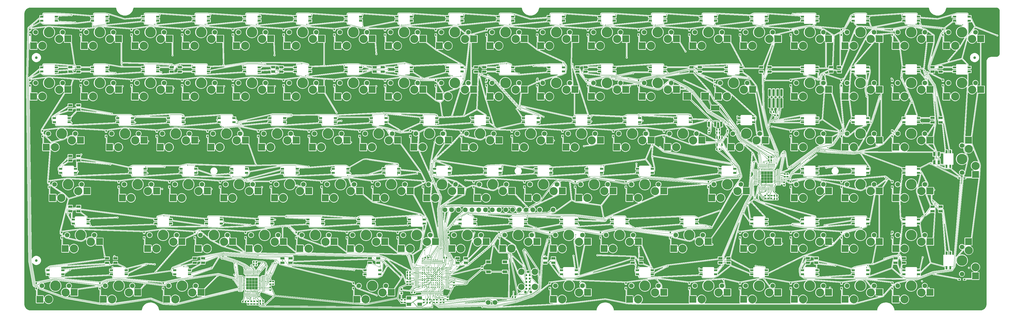
<source format=gbr>
G04 #@! TF.GenerationSoftware,KiCad,Pcbnew,(6.0.0-rc1-dev-711-gaf8715da8)*
G04 #@! TF.CreationDate,2018-11-26T01:45:55-05:00*
G04 #@! TF.ProjectId,Kira,4B6972612E6B696361645F7063620000,1.02c*
G04 #@! TF.SameCoordinates,Original*
G04 #@! TF.FileFunction,Copper,L2,Bot,Signal*
G04 #@! TF.FilePolarity,Positive*
%FSLAX46Y46*%
G04 Gerber Fmt 4.6, Leading zero omitted, Abs format (unit mm)*
G04 Created by KiCad (PCBNEW (6.0.0-rc1-dev-711-gaf8715da8)) date 11/26/2018 1:45:55 AM*
%MOMM*%
%LPD*%
G01*
G04 APERTURE LIST*
G04 #@! TA.AperFunction,WasherPad*
%ADD10C,1.752625*%
G04 #@! TD*
G04 #@! TA.AperFunction,SMDPad,CuDef*
%ADD11R,2.540000X2.540000*%
G04 #@! TD*
G04 #@! TA.AperFunction,WasherPad*
%ADD12C,3.048025*%
G04 #@! TD*
G04 #@! TA.AperFunction,WasherPad*
%ADD13C,3.987825*%
G04 #@! TD*
G04 #@! TA.AperFunction,SMDPad,CuDef*
%ADD14R,1.470000X0.270000*%
G04 #@! TD*
G04 #@! TA.AperFunction,SMDPad,CuDef*
%ADD15R,0.270000X1.470000*%
G04 #@! TD*
G04 #@! TA.AperFunction,BGAPad,CuDef*
%ADD16C,0.370000*%
G04 #@! TD*
G04 #@! TA.AperFunction,ComponentPad*
%ADD17C,5.500000*%
G04 #@! TD*
G04 #@! TA.AperFunction,SMDPad,CuDef*
%ADD18R,1.300000X0.250000*%
G04 #@! TD*
G04 #@! TA.AperFunction,SMDPad,CuDef*
%ADD19R,0.250000X1.300000*%
G04 #@! TD*
G04 #@! TA.AperFunction,ComponentPad*
%ADD20R,1.100000X1.100000*%
G04 #@! TD*
G04 #@! TA.AperFunction,SMDPad,CuDef*
%ADD21R,0.200000X0.750000*%
G04 #@! TD*
G04 #@! TA.AperFunction,SMDPad,CuDef*
%ADD22R,0.750000X0.200000*%
G04 #@! TD*
G04 #@! TA.AperFunction,ComponentPad*
%ADD23C,1.800000*%
G04 #@! TD*
G04 #@! TA.AperFunction,SMDPad,CuDef*
%ADD24R,1.500000X0.900000*%
G04 #@! TD*
G04 #@! TA.AperFunction,SMDPad,CuDef*
%ADD25R,0.900000X1.500000*%
G04 #@! TD*
G04 #@! TA.AperFunction,SMDPad,CuDef*
%ADD26R,0.650000X0.600000*%
G04 #@! TD*
G04 #@! TA.AperFunction,SMDPad,CuDef*
%ADD27R,0.600000X0.650000*%
G04 #@! TD*
G04 #@! TA.AperFunction,SMDPad,CuDef*
%ADD28R,0.800000X1.244600*%
G04 #@! TD*
G04 #@! TA.AperFunction,SMDPad,CuDef*
%ADD29R,1.244600X0.800000*%
G04 #@! TD*
G04 #@! TA.AperFunction,SMDPad,CuDef*
%ADD30R,0.800000X0.500000*%
G04 #@! TD*
G04 #@! TA.AperFunction,SMDPad,CuDef*
%ADD31R,0.500000X0.800000*%
G04 #@! TD*
G04 #@! TA.AperFunction,BGAPad,CuDef*
%ADD32C,1.000000*%
G04 #@! TD*
G04 #@! TA.AperFunction,SMDPad,CuDef*
%ADD33R,2.948940X2.700020*%
G04 #@! TD*
G04 #@! TA.AperFunction,SMDPad,CuDef*
%ADD34R,0.797560X0.797560*%
G04 #@! TD*
G04 #@! TA.AperFunction,WasherPad*
%ADD35C,2.374910*%
G04 #@! TD*
G04 #@! TA.AperFunction,WasherPad*
%ADD36C,0.990610*%
G04 #@! TD*
G04 #@! TA.AperFunction,BGAPad,CuDef*
%ADD37C,0.787400*%
G04 #@! TD*
G04 #@! TA.AperFunction,SMDPad,CuDef*
%ADD38R,0.850000X3.550000*%
G04 #@! TD*
G04 #@! TA.AperFunction,SMDPad,CuDef*
%ADD39R,0.850000X2.650000*%
G04 #@! TD*
G04 #@! TA.AperFunction,SMDPad,CuDef*
%ADD40R,1.800000X1.100000*%
G04 #@! TD*
G04 #@! TA.AperFunction,SMDPad,CuDef*
%ADD41R,0.950000X1.900000*%
G04 #@! TD*
G04 #@! TA.AperFunction,SMDPad,CuDef*
%ADD42R,3.250000X1.900000*%
G04 #@! TD*
G04 #@! TA.AperFunction,SMDPad,CuDef*
%ADD43R,0.550000X1.000000*%
G04 #@! TD*
G04 #@! TA.AperFunction,SMDPad,CuDef*
%ADD44R,1.800000X1.200000*%
G04 #@! TD*
G04 #@! TA.AperFunction,ViaPad*
%ADD45C,0.355600*%
G04 #@! TD*
G04 #@! TA.AperFunction,Conductor*
%ADD46C,0.101600*%
G04 #@! TD*
G04 #@! TA.AperFunction,Conductor*
%ADD47C,0.203200*%
G04 #@! TD*
G04 APERTURE END LIST*
D10*
G04 #@! TO.P,S99,*
G04 #@! TO.N,*
X360045000Y-147638000D03*
X370205000Y-147638000D03*
D11*
G04 #@! TO.P,S99,2*
G04 #@! TO.N,Net-(D99-Pad1)*
X359310000Y-152718000D03*
G04 #@! TO.P,S99,1*
G04 #@! TO.N,/Col18*
X372210000Y-150114500D03*
D12*
G04 #@! TO.P,S99,*
G04 #@! TO.N,*
X362585000Y-152718000D03*
X368935000Y-150178000D03*
D13*
X365125000Y-147638000D03*
G04 #@! TD*
D10*
G04 #@! TO.P,S98,*
G04 #@! TO.N,*
X340995000Y-147638000D03*
X351155000Y-147638000D03*
D11*
G04 #@! TO.P,S98,2*
G04 #@! TO.N,Net-(D98-Pad1)*
X340260000Y-152718000D03*
G04 #@! TO.P,S98,1*
G04 #@! TO.N,/Col17*
X353160000Y-150114500D03*
D12*
G04 #@! TO.P,S98,*
G04 #@! TO.N,*
X343535000Y-152718000D03*
X349885000Y-150178000D03*
D13*
X346075000Y-147638000D03*
G04 #@! TD*
D10*
G04 #@! TO.P,S97,*
G04 #@! TO.N,*
X321945000Y-147638000D03*
X332105000Y-147638000D03*
D11*
G04 #@! TO.P,S97,2*
G04 #@! TO.N,Net-(D97-Pad1)*
X321210000Y-152718000D03*
G04 #@! TO.P,S97,1*
G04 #@! TO.N,/Col16*
X334110000Y-150114500D03*
D12*
G04 #@! TO.P,S97,*
G04 #@! TO.N,*
X324485000Y-152718000D03*
X330835000Y-150178000D03*
D13*
X327025000Y-147638000D03*
G04 #@! TD*
D10*
G04 #@! TO.P,S96,*
G04 #@! TO.N,*
X302895000Y-147638000D03*
X313055000Y-147638000D03*
D11*
G04 #@! TO.P,S96,2*
G04 #@! TO.N,Net-(D96-Pad1)*
X302160000Y-152718000D03*
G04 #@! TO.P,S96,1*
G04 #@! TO.N,/Col15*
X315060000Y-150114500D03*
D12*
G04 #@! TO.P,S96,*
G04 #@! TO.N,*
X305435000Y-152718000D03*
X311785000Y-150178000D03*
D13*
X307975000Y-147638000D03*
G04 #@! TD*
D10*
G04 #@! TO.P,S95,*
G04 #@! TO.N,*
X283845000Y-147638000D03*
X294005000Y-147638000D03*
D11*
G04 #@! TO.P,S95,2*
G04 #@! TO.N,Net-(D95-Pad1)*
X283110000Y-152718000D03*
G04 #@! TO.P,S95,1*
G04 #@! TO.N,/Col14*
X296010000Y-150114500D03*
D12*
G04 #@! TO.P,S95,*
G04 #@! TO.N,*
X286385000Y-152718000D03*
X292735000Y-150178000D03*
D13*
X288925000Y-147638000D03*
G04 #@! TD*
D10*
G04 #@! TO.P,S94,*
G04 #@! TO.N,*
X260032000Y-147638000D03*
X270192000Y-147638000D03*
D11*
G04 #@! TO.P,S94,2*
G04 #@! TO.N,Net-(D94-Pad1)*
X259297000Y-152718000D03*
G04 #@! TO.P,S94,1*
G04 #@! TO.N,/Col11*
X272197000Y-150114500D03*
D12*
G04 #@! TO.P,S94,*
G04 #@! TO.N,*
X262572000Y-152718000D03*
X268922000Y-150178000D03*
D13*
X265112000Y-147638000D03*
G04 #@! TD*
D10*
G04 #@! TO.P,S93,*
G04 #@! TO.N,*
X231458000Y-147638000D03*
X241618000Y-147638000D03*
D11*
G04 #@! TO.P,S93,2*
G04 #@! TO.N,Net-(D93-Pad1)*
X230723000Y-152718000D03*
G04 #@! TO.P,S93,1*
G04 #@! TO.N,/Col10*
X243623000Y-150114500D03*
D12*
G04 #@! TO.P,S93,*
G04 #@! TO.N,*
X233998000Y-152718000D03*
X240348000Y-150178000D03*
D13*
X236538000Y-147638000D03*
G04 #@! TD*
D10*
G04 #@! TO.P,S92,*
G04 #@! TO.N,*
X157639000Y-147638000D03*
X167799000Y-147638000D03*
D11*
G04 #@! TO.P,S92,2*
G04 #@! TO.N,Net-(D92-Pad1)*
X156904000Y-152718000D03*
G04 #@! TO.P,S92,1*
G04 #@! TO.N,/Col6*
X169804000Y-150114500D03*
D12*
G04 #@! TO.P,S92,*
G04 #@! TO.N,*
X160179000Y-152718000D03*
X166529000Y-150178000D03*
D13*
X162719000Y-147638000D03*
G04 #@! TD*
D10*
G04 #@! TO.P,S91,*
G04 #@! TO.N,*
X86201200Y-147638000D03*
X96361200Y-147638000D03*
D11*
G04 #@! TO.P,S91,2*
G04 #@! TO.N,Net-(D91-Pad1)*
X85466200Y-152718000D03*
G04 #@! TO.P,S91,1*
G04 #@! TO.N,/Col3*
X98366200Y-150114500D03*
D12*
G04 #@! TO.P,S91,*
G04 #@! TO.N,*
X88741200Y-152718000D03*
X95091200Y-150178000D03*
D13*
X91281200Y-147638000D03*
G04 #@! TD*
D10*
G04 #@! TO.P,S90,*
G04 #@! TO.N,*
X62388800Y-147638000D03*
X72548800Y-147638000D03*
D11*
G04 #@! TO.P,S90,2*
G04 #@! TO.N,Net-(D90-Pad1)*
X61653800Y-152718000D03*
G04 #@! TO.P,S90,1*
G04 #@! TO.N,/Col2*
X74553800Y-150114500D03*
D12*
G04 #@! TO.P,S90,*
G04 #@! TO.N,*
X64928800Y-152718000D03*
X71278800Y-150178000D03*
D13*
X67468800Y-147638000D03*
G04 #@! TD*
D10*
G04 #@! TO.P,S89,*
G04 #@! TO.N,*
X38576200Y-147638000D03*
X48736200Y-147638000D03*
D11*
G04 #@! TO.P,S89,2*
G04 #@! TO.N,Net-(D89-Pad1)*
X37841200Y-152718000D03*
G04 #@! TO.P,S89,1*
G04 #@! TO.N,/Col1*
X50741200Y-150114500D03*
D12*
G04 #@! TO.P,S89,*
G04 #@! TO.N,*
X41116200Y-152718000D03*
X47466200Y-150178000D03*
D13*
X43656200Y-147638000D03*
G04 #@! TD*
D10*
G04 #@! TO.P,S88,*
G04 #@! TO.N,*
X384175000Y-143192000D03*
X384175000Y-133032000D03*
D11*
G04 #@! TO.P,S88,2*
G04 #@! TO.N,Net-(D88-Pad1)*
X389255000Y-143927000D03*
G04 #@! TO.P,S88,1*
G04 #@! TO.N,/Col19*
X386651500Y-131027000D03*
D12*
G04 #@! TO.P,S88,*
G04 #@! TO.N,*
X389255000Y-140652000D03*
X386715000Y-134302000D03*
D13*
X384175000Y-138112000D03*
G04 #@! TD*
D10*
G04 #@! TO.P,S87,*
G04 #@! TO.N,*
X360045000Y-128588000D03*
X370205000Y-128588000D03*
D11*
G04 #@! TO.P,S87,2*
G04 #@! TO.N,Net-(D87-Pad1)*
X359310000Y-133668000D03*
G04 #@! TO.P,S87,1*
G04 #@! TO.N,/Col18*
X372210000Y-131064500D03*
D12*
G04 #@! TO.P,S87,*
G04 #@! TO.N,*
X362585000Y-133668000D03*
X368935000Y-131128000D03*
D13*
X365125000Y-128588000D03*
G04 #@! TD*
D10*
G04 #@! TO.P,S86,*
G04 #@! TO.N,*
X340995000Y-128588000D03*
X351155000Y-128588000D03*
D11*
G04 #@! TO.P,S86,2*
G04 #@! TO.N,Net-(D86-Pad1)*
X340260000Y-133668000D03*
G04 #@! TO.P,S86,1*
G04 #@! TO.N,/Col17*
X353160000Y-131064500D03*
D12*
G04 #@! TO.P,S86,*
G04 #@! TO.N,*
X343535000Y-133668000D03*
X349885000Y-131128000D03*
D13*
X346075000Y-128588000D03*
G04 #@! TD*
D10*
G04 #@! TO.P,S85,*
G04 #@! TO.N,*
X321945000Y-128588000D03*
X332105000Y-128588000D03*
D11*
G04 #@! TO.P,S85,2*
G04 #@! TO.N,Net-(D85-Pad1)*
X321210000Y-133668000D03*
G04 #@! TO.P,S85,1*
G04 #@! TO.N,/Col16*
X334110000Y-131064500D03*
D12*
G04 #@! TO.P,S85,*
G04 #@! TO.N,*
X324485000Y-133668000D03*
X330835000Y-131128000D03*
D13*
X327025000Y-128588000D03*
G04 #@! TD*
D10*
G04 #@! TO.P,S84,*
G04 #@! TO.N,*
X302895000Y-128588000D03*
X313055000Y-128588000D03*
D11*
G04 #@! TO.P,S84,2*
G04 #@! TO.N,Net-(D84-Pad1)*
X302160000Y-133668000D03*
G04 #@! TO.P,S84,1*
G04 #@! TO.N,/Col15*
X315060000Y-131064500D03*
D12*
G04 #@! TO.P,S84,*
G04 #@! TO.N,*
X305435000Y-133668000D03*
X311785000Y-131128000D03*
D13*
X307975000Y-128588000D03*
G04 #@! TD*
D10*
G04 #@! TO.P,S83,*
G04 #@! TO.N,*
X276701000Y-128588000D03*
X286861000Y-128588000D03*
D11*
G04 #@! TO.P,S83,2*
G04 #@! TO.N,Net-(D83-Pad1)*
X275966000Y-133668000D03*
G04 #@! TO.P,S83,1*
G04 #@! TO.N,/Col14*
X288866000Y-131064500D03*
D12*
G04 #@! TO.P,S83,*
G04 #@! TO.N,*
X279241000Y-133668000D03*
X285591000Y-131128000D03*
D13*
X281781000Y-128588000D03*
G04 #@! TD*
D10*
G04 #@! TO.P,S82,*
G04 #@! TO.N,*
X250508000Y-128588000D03*
X260668000Y-128588000D03*
D11*
G04 #@! TO.P,S82,2*
G04 #@! TO.N,Net-(D82-Pad1)*
X249773000Y-133668000D03*
G04 #@! TO.P,S82,1*
G04 #@! TO.N,/Col11*
X262673000Y-131064500D03*
D12*
G04 #@! TO.P,S82,*
G04 #@! TO.N,*
X253048000Y-133668000D03*
X259398000Y-131128000D03*
D13*
X255588000Y-128588000D03*
G04 #@! TD*
D10*
G04 #@! TO.P,S81,*
G04 #@! TO.N,*
X231458000Y-128588000D03*
X241618000Y-128588000D03*
D11*
G04 #@! TO.P,S81,2*
G04 #@! TO.N,Net-(D81-Pad1)*
X230723000Y-133668000D03*
G04 #@! TO.P,S81,1*
G04 #@! TO.N,/Col10*
X243623000Y-131064500D03*
D12*
G04 #@! TO.P,S81,*
G04 #@! TO.N,*
X233998000Y-133668000D03*
X240348000Y-131128000D03*
D13*
X236538000Y-128588000D03*
G04 #@! TD*
G04 #@! TO.P,S80,*
G04 #@! TO.N,*
X217488000Y-128588000D03*
D12*
X221298000Y-131128000D03*
X214948000Y-133668000D03*
D11*
G04 #@! TO.P,S80,1*
G04 #@! TO.N,/Col9*
X224573000Y-131064500D03*
G04 #@! TO.P,S80,2*
G04 #@! TO.N,Net-(D80-Pad1)*
X211673000Y-133668000D03*
D10*
G04 #@! TO.P,S80,*
G04 #@! TO.N,*
X222568000Y-128588000D03*
X212408000Y-128588000D03*
G04 #@! TD*
D13*
G04 #@! TO.P,S79,*
G04 #@! TO.N,*
X198438000Y-128588000D03*
D12*
X202248000Y-131128000D03*
X195898000Y-133668000D03*
D11*
G04 #@! TO.P,S79,1*
G04 #@! TO.N,/Col8*
X205523000Y-131064500D03*
G04 #@! TO.P,S79,2*
G04 #@! TO.N,Net-(D79-Pad1)*
X192623000Y-133668000D03*
D10*
G04 #@! TO.P,S79,*
G04 #@! TO.N,*
X203518000Y-128588000D03*
X193358000Y-128588000D03*
G04 #@! TD*
D13*
G04 #@! TO.P,S78,*
G04 #@! TO.N,*
X179388000Y-128588000D03*
D12*
X183198000Y-131128000D03*
X176848000Y-133668000D03*
D11*
G04 #@! TO.P,S78,1*
G04 #@! TO.N,/Col7*
X186473000Y-131064500D03*
G04 #@! TO.P,S78,2*
G04 #@! TO.N,Net-(D78-Pad1)*
X173573000Y-133668000D03*
D10*
G04 #@! TO.P,S78,*
G04 #@! TO.N,*
X184468000Y-128588000D03*
X174308000Y-128588000D03*
G04 #@! TD*
D13*
G04 #@! TO.P,S77,*
G04 #@! TO.N,*
X160338000Y-128588000D03*
D12*
X164148000Y-131128000D03*
X157798000Y-133668000D03*
D11*
G04 #@! TO.P,S77,1*
G04 #@! TO.N,/Col6*
X167423000Y-131064500D03*
G04 #@! TO.P,S77,2*
G04 #@! TO.N,Net-(D77-Pad1)*
X154523000Y-133668000D03*
D10*
G04 #@! TO.P,S77,*
G04 #@! TO.N,*
X165418000Y-128588000D03*
X155258000Y-128588000D03*
G04 #@! TD*
G04 #@! TO.P,S76,*
G04 #@! TO.N,*
X136208000Y-128588000D03*
X146368000Y-128588000D03*
D11*
G04 #@! TO.P,S76,2*
G04 #@! TO.N,Net-(D76-Pad1)*
X135473000Y-133668000D03*
G04 #@! TO.P,S76,1*
G04 #@! TO.N,/Col5*
X148373000Y-131064500D03*
D12*
G04 #@! TO.P,S76,*
G04 #@! TO.N,*
X138748000Y-133668000D03*
X145098000Y-131128000D03*
D13*
X141288000Y-128588000D03*
G04 #@! TD*
D10*
G04 #@! TO.P,S75,*
G04 #@! TO.N,*
X117158000Y-128588000D03*
X127318000Y-128588000D03*
D11*
G04 #@! TO.P,S75,2*
G04 #@! TO.N,Net-(D75-Pad1)*
X116423000Y-133668000D03*
G04 #@! TO.P,S75,1*
G04 #@! TO.N,/Col4*
X129323000Y-131064500D03*
D12*
G04 #@! TO.P,S75,*
G04 #@! TO.N,*
X119698000Y-133668000D03*
X126048000Y-131128000D03*
D13*
X122238000Y-128588000D03*
G04 #@! TD*
D10*
G04 #@! TO.P,S74,*
G04 #@! TO.N,*
X98108000Y-128588000D03*
X108268000Y-128588000D03*
D11*
G04 #@! TO.P,S74,2*
G04 #@! TO.N,Net-(D74-Pad1)*
X97373000Y-133668000D03*
G04 #@! TO.P,S74,1*
G04 #@! TO.N,/Col3*
X110273000Y-131064500D03*
D12*
G04 #@! TO.P,S74,*
G04 #@! TO.N,*
X100648000Y-133668000D03*
X106998000Y-131128000D03*
D13*
X103188000Y-128588000D03*
G04 #@! TD*
D10*
G04 #@! TO.P,S73,*
G04 #@! TO.N,*
X79057500Y-128588000D03*
X89217500Y-128588000D03*
D11*
G04 #@! TO.P,S73,2*
G04 #@! TO.N,Net-(D73-Pad1)*
X78322500Y-133668000D03*
G04 #@! TO.P,S73,1*
G04 #@! TO.N,/Col2*
X91222500Y-131064500D03*
D12*
G04 #@! TO.P,S73,*
G04 #@! TO.N,*
X81597500Y-133668000D03*
X87947500Y-131128000D03*
D13*
X84137500Y-128588000D03*
G04 #@! TD*
D10*
G04 #@! TO.P,S72,*
G04 #@! TO.N,*
X48101200Y-128588000D03*
X58261200Y-128588000D03*
D11*
G04 #@! TO.P,S72,2*
G04 #@! TO.N,Net-(D72-Pad1)*
X47366200Y-133668000D03*
G04 #@! TO.P,S72,1*
G04 #@! TO.N,/Col1*
X60266200Y-131064500D03*
D12*
G04 #@! TO.P,S72,*
G04 #@! TO.N,*
X50641200Y-133668000D03*
X56991200Y-131128000D03*
D13*
X53181200Y-128588000D03*
G04 #@! TD*
D10*
G04 #@! TO.P,S71,*
G04 #@! TO.N,*
X360045000Y-109538000D03*
X370205000Y-109538000D03*
D11*
G04 #@! TO.P,S71,2*
G04 #@! TO.N,Net-(D71-Pad1)*
X359310000Y-114618000D03*
G04 #@! TO.P,S71,1*
G04 #@! TO.N,/Col18*
X372210000Y-112014500D03*
D12*
G04 #@! TO.P,S71,*
G04 #@! TO.N,*
X362585000Y-114618000D03*
X368935000Y-112078000D03*
D13*
X365125000Y-109538000D03*
G04 #@! TD*
D10*
G04 #@! TO.P,S70,*
G04 #@! TO.N,*
X340995000Y-109538000D03*
X351155000Y-109538000D03*
D11*
G04 #@! TO.P,S70,2*
G04 #@! TO.N,Net-(D70-Pad1)*
X340260000Y-114618000D03*
G04 #@! TO.P,S70,1*
G04 #@! TO.N,/Col17*
X353160000Y-112014500D03*
D12*
G04 #@! TO.P,S70,*
G04 #@! TO.N,*
X343535000Y-114618000D03*
X349885000Y-112078000D03*
D13*
X346075000Y-109538000D03*
G04 #@! TD*
D10*
G04 #@! TO.P,S69,*
G04 #@! TO.N,*
X321945000Y-109538000D03*
X332105000Y-109538000D03*
D11*
G04 #@! TO.P,S69,2*
G04 #@! TO.N,Net-(D69-Pad1)*
X321210000Y-114618000D03*
G04 #@! TO.P,S69,1*
G04 #@! TO.N,/Col16*
X334110000Y-112014500D03*
D12*
G04 #@! TO.P,S69,*
G04 #@! TO.N,*
X324485000Y-114618000D03*
X330835000Y-112078000D03*
D13*
X327025000Y-109538000D03*
G04 #@! TD*
D10*
G04 #@! TO.P,S68,*
G04 #@! TO.N,*
X290989000Y-109538000D03*
X301149000Y-109538000D03*
D11*
G04 #@! TO.P,S68,2*
G04 #@! TO.N,Net-(D68-Pad1)*
X290254000Y-114618000D03*
G04 #@! TO.P,S68,1*
G04 #@! TO.N,/Col14*
X303154000Y-112014500D03*
D12*
G04 #@! TO.P,S68,*
G04 #@! TO.N,*
X293529000Y-114618000D03*
X299879000Y-112078000D03*
D13*
X296069000Y-109538000D03*
G04 #@! TD*
D10*
G04 #@! TO.P,S67,*
G04 #@! TO.N,*
X260032000Y-109538000D03*
X270192000Y-109538000D03*
D11*
G04 #@! TO.P,S67,2*
G04 #@! TO.N,Net-(D67-Pad1)*
X259297000Y-114618000D03*
G04 #@! TO.P,S67,1*
G04 #@! TO.N,/Col12*
X272197000Y-112014500D03*
D12*
G04 #@! TO.P,S67,*
G04 #@! TO.N,*
X262572000Y-114618000D03*
X268922000Y-112078000D03*
D13*
X265112000Y-109538000D03*
G04 #@! TD*
D10*
G04 #@! TO.P,S66,*
G04 #@! TO.N,*
X240982000Y-109538000D03*
X251142000Y-109538000D03*
D11*
G04 #@! TO.P,S66,2*
G04 #@! TO.N,Net-(D66-Pad1)*
X240247000Y-114618000D03*
G04 #@! TO.P,S66,1*
G04 #@! TO.N,/Col11*
X253147000Y-112014500D03*
D12*
G04 #@! TO.P,S66,*
G04 #@! TO.N,*
X243522000Y-114618000D03*
X249872000Y-112078000D03*
D13*
X246062000Y-109538000D03*
G04 #@! TD*
D10*
G04 #@! TO.P,S65,*
G04 #@! TO.N,*
X221932000Y-109538000D03*
X232092000Y-109538000D03*
D11*
G04 #@! TO.P,S65,2*
G04 #@! TO.N,Net-(D65-Pad1)*
X221197000Y-114618000D03*
G04 #@! TO.P,S65,1*
G04 #@! TO.N,/Col10*
X234097000Y-112014500D03*
D12*
G04 #@! TO.P,S65,*
G04 #@! TO.N,*
X224472000Y-114618000D03*
X230822000Y-112078000D03*
D13*
X227012000Y-109538000D03*
G04 #@! TD*
D10*
G04 #@! TO.P,S64,*
G04 #@! TO.N,*
X202882000Y-109538000D03*
X213042000Y-109538000D03*
D11*
G04 #@! TO.P,S64,2*
G04 #@! TO.N,Net-(D64-Pad1)*
X202147000Y-114618000D03*
G04 #@! TO.P,S64,1*
G04 #@! TO.N,/Col9*
X215047000Y-112014500D03*
D12*
G04 #@! TO.P,S64,*
G04 #@! TO.N,*
X205422000Y-114618000D03*
X211772000Y-112078000D03*
D13*
X207962000Y-109538000D03*
G04 #@! TD*
G04 #@! TO.P,S63,*
G04 #@! TO.N,*
X188912000Y-109538000D03*
D12*
X192722000Y-112078000D03*
X186372000Y-114618000D03*
D11*
G04 #@! TO.P,S63,1*
G04 #@! TO.N,/Col8*
X195997000Y-112014500D03*
G04 #@! TO.P,S63,2*
G04 #@! TO.N,Net-(D63-Pad1)*
X183097000Y-114618000D03*
D10*
G04 #@! TO.P,S63,*
G04 #@! TO.N,*
X193992000Y-109538000D03*
X183832000Y-109538000D03*
G04 #@! TD*
G04 #@! TO.P,S62,*
G04 #@! TO.N,*
X164782000Y-109538000D03*
X174942000Y-109538000D03*
D11*
G04 #@! TO.P,S62,2*
G04 #@! TO.N,Net-(D62-Pad1)*
X164047000Y-114618000D03*
G04 #@! TO.P,S62,1*
G04 #@! TO.N,/Col7*
X176947000Y-112014500D03*
D12*
G04 #@! TO.P,S62,*
G04 #@! TO.N,*
X167322000Y-114618000D03*
X173672000Y-112078000D03*
D13*
X169862000Y-109538000D03*
G04 #@! TD*
D10*
G04 #@! TO.P,S61,*
G04 #@! TO.N,*
X145732000Y-109538000D03*
X155892000Y-109538000D03*
D11*
G04 #@! TO.P,S61,2*
G04 #@! TO.N,Net-(D61-Pad1)*
X144997000Y-114618000D03*
G04 #@! TO.P,S61,1*
G04 #@! TO.N,/Col6*
X157897000Y-112014500D03*
D12*
G04 #@! TO.P,S61,*
G04 #@! TO.N,*
X148272000Y-114618000D03*
X154622000Y-112078000D03*
D13*
X150812000Y-109538000D03*
G04 #@! TD*
D10*
G04 #@! TO.P,S60,*
G04 #@! TO.N,*
X126682000Y-109538000D03*
X136842000Y-109538000D03*
D11*
G04 #@! TO.P,S60,2*
G04 #@! TO.N,Net-(D60-Pad1)*
X125947000Y-114618000D03*
G04 #@! TO.P,S60,1*
G04 #@! TO.N,/Col5*
X138847000Y-112014500D03*
D12*
G04 #@! TO.P,S60,*
G04 #@! TO.N,*
X129222000Y-114618000D03*
X135572000Y-112078000D03*
D13*
X131762000Y-109538000D03*
G04 #@! TD*
D10*
G04 #@! TO.P,S59,*
G04 #@! TO.N,*
X107632000Y-109538000D03*
X117792000Y-109538000D03*
D11*
G04 #@! TO.P,S59,2*
G04 #@! TO.N,Net-(D59-Pad1)*
X106897000Y-114618000D03*
G04 #@! TO.P,S59,1*
G04 #@! TO.N,/Col4*
X119797000Y-112014500D03*
D12*
G04 #@! TO.P,S59,*
G04 #@! TO.N,*
X110172000Y-114618000D03*
X116522000Y-112078000D03*
D13*
X112712000Y-109538000D03*
G04 #@! TD*
D10*
G04 #@! TO.P,S58,*
G04 #@! TO.N,*
X88582500Y-109538000D03*
X98742500Y-109538000D03*
D11*
G04 #@! TO.P,S58,2*
G04 #@! TO.N,Net-(D58-Pad1)*
X87847500Y-114618000D03*
G04 #@! TO.P,S58,1*
G04 #@! TO.N,/Col3*
X100747500Y-112014500D03*
D12*
G04 #@! TO.P,S58,*
G04 #@! TO.N,*
X91122500Y-114618000D03*
X97472500Y-112078000D03*
D13*
X93662500Y-109538000D03*
G04 #@! TD*
D10*
G04 #@! TO.P,S57,*
G04 #@! TO.N,*
X69532500Y-109538000D03*
X79692500Y-109538000D03*
D11*
G04 #@! TO.P,S57,2*
G04 #@! TO.N,Net-(D57-Pad1)*
X68797500Y-114618000D03*
G04 #@! TO.P,S57,1*
G04 #@! TO.N,/Col2*
X81697500Y-112014500D03*
D12*
G04 #@! TO.P,S57,*
G04 #@! TO.N,*
X72072500Y-114618000D03*
X78422500Y-112078000D03*
D13*
X74612500Y-109538000D03*
G04 #@! TD*
D10*
G04 #@! TO.P,S56,*
G04 #@! TO.N,*
X43338800Y-109538000D03*
X53498800Y-109538000D03*
D11*
G04 #@! TO.P,S56,2*
G04 #@! TO.N,Net-(D56-Pad1)*
X42603800Y-114618000D03*
G04 #@! TO.P,S56,1*
G04 #@! TO.N,/Col1*
X55503800Y-112014500D03*
D12*
G04 #@! TO.P,S56,*
G04 #@! TO.N,*
X45878800Y-114618000D03*
X52228800Y-112078000D03*
D13*
X48418800Y-109538000D03*
G04 #@! TD*
D10*
G04 #@! TO.P,S55,*
G04 #@! TO.N,*
X384175000Y-105092000D03*
X384175000Y-94932000D03*
D11*
G04 #@! TO.P,S55,2*
G04 #@! TO.N,Net-(D55-Pad1)*
X389255000Y-105827000D03*
G04 #@! TO.P,S55,1*
G04 #@! TO.N,/Col19*
X386651500Y-92927000D03*
D12*
G04 #@! TO.P,S55,*
G04 #@! TO.N,*
X389255000Y-102552000D03*
X386715000Y-96202000D03*
D13*
X384175000Y-100012000D03*
G04 #@! TD*
D10*
G04 #@! TO.P,S54,*
G04 #@! TO.N,*
X360045000Y-90487500D03*
X370205000Y-90487500D03*
D11*
G04 #@! TO.P,S54,2*
G04 #@! TO.N,Net-(D54-Pad1)*
X359310000Y-95567500D03*
G04 #@! TO.P,S54,1*
G04 #@! TO.N,/Col18*
X372210000Y-92964000D03*
D12*
G04 #@! TO.P,S54,*
G04 #@! TO.N,*
X362585000Y-95567500D03*
X368935000Y-93027500D03*
D13*
X365125000Y-90487500D03*
G04 #@! TD*
D10*
G04 #@! TO.P,S53,*
G04 #@! TO.N,*
X340995000Y-90487500D03*
X351155000Y-90487500D03*
D11*
G04 #@! TO.P,S53,2*
G04 #@! TO.N,Net-(D53-Pad1)*
X340260000Y-95567500D03*
G04 #@! TO.P,S53,1*
G04 #@! TO.N,/Col17*
X353160000Y-92964000D03*
D12*
G04 #@! TO.P,S53,*
G04 #@! TO.N,*
X343535000Y-95567500D03*
X349885000Y-93027500D03*
D13*
X346075000Y-90487500D03*
G04 #@! TD*
D10*
G04 #@! TO.P,S52,*
G04 #@! TO.N,*
X321945000Y-90487500D03*
X332105000Y-90487500D03*
D11*
G04 #@! TO.P,S52,2*
G04 #@! TO.N,Net-(D52-Pad1)*
X321210000Y-95567500D03*
G04 #@! TO.P,S52,1*
G04 #@! TO.N,/Col16*
X334110000Y-92964000D03*
D12*
G04 #@! TO.P,S52,*
G04 #@! TO.N,*
X324485000Y-95567500D03*
X330835000Y-93027500D03*
D13*
X327025000Y-90487500D03*
G04 #@! TD*
D10*
G04 #@! TO.P,S51,*
G04 #@! TO.N,*
X298132000Y-90487500D03*
X308292000Y-90487500D03*
D11*
G04 #@! TO.P,S51,2*
G04 #@! TO.N,Net-(D51-Pad1)*
X297397000Y-95567500D03*
G04 #@! TO.P,S51,1*
G04 #@! TO.N,/Col14*
X310297000Y-92964000D03*
D12*
G04 #@! TO.P,S51,*
G04 #@! TO.N,*
X300672000Y-95567500D03*
X307022000Y-93027500D03*
D13*
X303212000Y-90487500D03*
G04 #@! TD*
D10*
G04 #@! TO.P,S50,*
G04 #@! TO.N,*
X274320000Y-90487500D03*
X284480000Y-90487500D03*
D11*
G04 #@! TO.P,S50,2*
G04 #@! TO.N,Net-(D50-Pad1)*
X273585000Y-95567500D03*
G04 #@! TO.P,S50,1*
G04 #@! TO.N,/Col13*
X286485000Y-92964000D03*
D12*
G04 #@! TO.P,S50,*
G04 #@! TO.N,*
X276860000Y-95567500D03*
X283210000Y-93027500D03*
D13*
X279400000Y-90487500D03*
G04 #@! TD*
D10*
G04 #@! TO.P,S49,*
G04 #@! TO.N,*
X255270000Y-90487500D03*
X265430000Y-90487500D03*
D11*
G04 #@! TO.P,S49,2*
G04 #@! TO.N,Net-(D49-Pad1)*
X254535000Y-95567500D03*
G04 #@! TO.P,S49,1*
G04 #@! TO.N,/Col12*
X267435000Y-92964000D03*
D12*
G04 #@! TO.P,S49,*
G04 #@! TO.N,*
X257810000Y-95567500D03*
X264160000Y-93027500D03*
D13*
X260350000Y-90487500D03*
G04 #@! TD*
D10*
G04 #@! TO.P,S48,*
G04 #@! TO.N,*
X236220000Y-90487500D03*
X246380000Y-90487500D03*
D11*
G04 #@! TO.P,S48,2*
G04 #@! TO.N,Net-(D48-Pad1)*
X235485000Y-95567500D03*
G04 #@! TO.P,S48,1*
G04 #@! TO.N,/Col11*
X248385000Y-92964000D03*
D12*
G04 #@! TO.P,S48,*
G04 #@! TO.N,*
X238760000Y-95567500D03*
X245110000Y-93027500D03*
D13*
X241300000Y-90487500D03*
G04 #@! TD*
D10*
G04 #@! TO.P,S47,*
G04 #@! TO.N,*
X217170000Y-90487500D03*
X227330000Y-90487500D03*
D11*
G04 #@! TO.P,S47,2*
G04 #@! TO.N,Net-(D47-Pad1)*
X216435000Y-95567500D03*
G04 #@! TO.P,S47,1*
G04 #@! TO.N,/Col10*
X229335000Y-92964000D03*
D12*
G04 #@! TO.P,S47,*
G04 #@! TO.N,*
X219710000Y-95567500D03*
X226060000Y-93027500D03*
D13*
X222250000Y-90487500D03*
G04 #@! TD*
D10*
G04 #@! TO.P,S46,*
G04 #@! TO.N,*
X198120000Y-90487500D03*
X208280000Y-90487500D03*
D11*
G04 #@! TO.P,S46,2*
G04 #@! TO.N,Net-(D46-Pad1)*
X197385000Y-95567500D03*
G04 #@! TO.P,S46,1*
G04 #@! TO.N,/Col9*
X210285000Y-92964000D03*
D12*
G04 #@! TO.P,S46,*
G04 #@! TO.N,*
X200660000Y-95567500D03*
X207010000Y-93027500D03*
D13*
X203200000Y-90487500D03*
G04 #@! TD*
D10*
G04 #@! TO.P,S45,*
G04 #@! TO.N,*
X179070000Y-90487500D03*
X189230000Y-90487500D03*
D11*
G04 #@! TO.P,S45,2*
G04 #@! TO.N,Net-(D45-Pad1)*
X178335000Y-95567500D03*
G04 #@! TO.P,S45,1*
G04 #@! TO.N,/Col8*
X191235000Y-92964000D03*
D12*
G04 #@! TO.P,S45,*
G04 #@! TO.N,*
X181610000Y-95567500D03*
X187960000Y-93027500D03*
D13*
X184150000Y-90487500D03*
G04 #@! TD*
D10*
G04 #@! TO.P,S44,*
G04 #@! TO.N,*
X160020000Y-90487500D03*
X170180000Y-90487500D03*
D11*
G04 #@! TO.P,S44,2*
G04 #@! TO.N,Net-(D44-Pad1)*
X159285000Y-95567500D03*
G04 #@! TO.P,S44,1*
G04 #@! TO.N,/Col7*
X172185000Y-92964000D03*
D12*
G04 #@! TO.P,S44,*
G04 #@! TO.N,*
X162560000Y-95567500D03*
X168910000Y-93027500D03*
D13*
X165100000Y-90487500D03*
G04 #@! TD*
D10*
G04 #@! TO.P,S43,*
G04 #@! TO.N,*
X140970000Y-90487500D03*
X151130000Y-90487500D03*
D11*
G04 #@! TO.P,S43,2*
G04 #@! TO.N,Net-(D43-Pad1)*
X140235000Y-95567500D03*
G04 #@! TO.P,S43,1*
G04 #@! TO.N,/Col6*
X153135000Y-92964000D03*
D12*
G04 #@! TO.P,S43,*
G04 #@! TO.N,*
X143510000Y-95567500D03*
X149860000Y-93027500D03*
D13*
X146050000Y-90487500D03*
G04 #@! TD*
D10*
G04 #@! TO.P,S42,*
G04 #@! TO.N,*
X121920000Y-90487500D03*
X132080000Y-90487500D03*
D11*
G04 #@! TO.P,S42,2*
G04 #@! TO.N,Net-(D42-Pad1)*
X121185000Y-95567500D03*
G04 #@! TO.P,S42,1*
G04 #@! TO.N,/Col5*
X134085000Y-92964000D03*
D12*
G04 #@! TO.P,S42,*
G04 #@! TO.N,*
X124460000Y-95567500D03*
X130810000Y-93027500D03*
D13*
X127000000Y-90487500D03*
G04 #@! TD*
D10*
G04 #@! TO.P,S41,*
G04 #@! TO.N,*
X102870000Y-90487500D03*
X113030000Y-90487500D03*
D11*
G04 #@! TO.P,S41,2*
G04 #@! TO.N,Net-(D41-Pad1)*
X102135000Y-95567500D03*
G04 #@! TO.P,S41,1*
G04 #@! TO.N,/Col4*
X115035000Y-92964000D03*
D12*
G04 #@! TO.P,S41,*
G04 #@! TO.N,*
X105410000Y-95567500D03*
X111760000Y-93027500D03*
D13*
X107950000Y-90487500D03*
G04 #@! TD*
D10*
G04 #@! TO.P,S40,*
G04 #@! TO.N,*
X83820000Y-90487500D03*
X93980000Y-90487500D03*
D11*
G04 #@! TO.P,S40,2*
G04 #@! TO.N,Net-(D40-Pad1)*
X83085000Y-95567500D03*
G04 #@! TO.P,S40,1*
G04 #@! TO.N,/Col3*
X95985000Y-92964000D03*
D12*
G04 #@! TO.P,S40,*
G04 #@! TO.N,*
X86360000Y-95567500D03*
X92710000Y-93027500D03*
D13*
X88900000Y-90487500D03*
G04 #@! TD*
D10*
G04 #@! TO.P,S39,*
G04 #@! TO.N,*
X64770000Y-90487500D03*
X74930000Y-90487500D03*
D11*
G04 #@! TO.P,S39,2*
G04 #@! TO.N,Net-(D39-Pad1)*
X64035000Y-95567500D03*
G04 #@! TO.P,S39,1*
G04 #@! TO.N,/Col2*
X76935000Y-92964000D03*
D12*
G04 #@! TO.P,S39,*
G04 #@! TO.N,*
X67310000Y-95567500D03*
X73660000Y-93027500D03*
D13*
X69850000Y-90487500D03*
G04 #@! TD*
D10*
G04 #@! TO.P,S38,*
G04 #@! TO.N,*
X40957500Y-90487500D03*
X51117500Y-90487500D03*
D11*
G04 #@! TO.P,S38,2*
G04 #@! TO.N,Net-(D38-Pad1)*
X40222500Y-95567500D03*
G04 #@! TO.P,S38,1*
G04 #@! TO.N,/Col1*
X53122500Y-92964000D03*
D12*
G04 #@! TO.P,S38,*
G04 #@! TO.N,*
X43497500Y-95567500D03*
X49847500Y-93027500D03*
D13*
X46037500Y-90487500D03*
G04 #@! TD*
D10*
G04 #@! TO.P,S37,*
G04 #@! TO.N,*
X379095000Y-71437500D03*
X389255000Y-71437500D03*
D11*
G04 #@! TO.P,S37,2*
G04 #@! TO.N,Net-(D37-Pad1)*
X378360000Y-76517500D03*
G04 #@! TO.P,S37,1*
G04 #@! TO.N,/Col19*
X391260000Y-73914000D03*
D12*
G04 #@! TO.P,S37,*
G04 #@! TO.N,*
X381635000Y-76517500D03*
X387985000Y-73977500D03*
D13*
X384175000Y-71437500D03*
G04 #@! TD*
D10*
G04 #@! TO.P,S36,*
G04 #@! TO.N,*
X360045000Y-71437500D03*
X370205000Y-71437500D03*
D11*
G04 #@! TO.P,S36,2*
G04 #@! TO.N,Net-(D36-Pad1)*
X359310000Y-76517500D03*
G04 #@! TO.P,S36,1*
G04 #@! TO.N,/Col18*
X372210000Y-73914000D03*
D12*
G04 #@! TO.P,S36,*
G04 #@! TO.N,*
X362585000Y-76517500D03*
X368935000Y-73977500D03*
D13*
X365125000Y-71437500D03*
G04 #@! TD*
D10*
G04 #@! TO.P,S35,*
G04 #@! TO.N,*
X340995000Y-71437500D03*
X351155000Y-71437500D03*
D11*
G04 #@! TO.P,S35,2*
G04 #@! TO.N,Net-(D35-Pad1)*
X340260000Y-76517500D03*
G04 #@! TO.P,S35,1*
G04 #@! TO.N,/Col17*
X353160000Y-73914000D03*
D12*
G04 #@! TO.P,S35,*
G04 #@! TO.N,*
X343535000Y-76517500D03*
X349885000Y-73977500D03*
D13*
X346075000Y-71437500D03*
G04 #@! TD*
D10*
G04 #@! TO.P,S34,*
G04 #@! TO.N,*
X321945000Y-71437500D03*
X332105000Y-71437500D03*
D11*
G04 #@! TO.P,S34,2*
G04 #@! TO.N,Net-(D34-Pad1)*
X321210000Y-76517500D03*
G04 #@! TO.P,S34,1*
G04 #@! TO.N,/Col16*
X334110000Y-73914000D03*
D12*
G04 #@! TO.P,S34,*
G04 #@! TO.N,*
X324485000Y-76517500D03*
X330835000Y-73977500D03*
D13*
X327025000Y-71437500D03*
G04 #@! TD*
D10*
G04 #@! TO.P,S33,*
G04 #@! TO.N,*
X293370000Y-71437500D03*
X303530000Y-71437500D03*
D11*
G04 #@! TO.P,S33,2*
G04 #@! TO.N,Net-(D33-Pad1)*
X292635000Y-76517500D03*
G04 #@! TO.P,S33,1*
G04 #@! TO.N,/Col14*
X305535000Y-73914000D03*
D12*
G04 #@! TO.P,S33,*
G04 #@! TO.N,*
X295910000Y-76517500D03*
X302260000Y-73977500D03*
D13*
X298450000Y-71437500D03*
G04 #@! TD*
D10*
G04 #@! TO.P,S32,*
G04 #@! TO.N,*
X264795000Y-71437500D03*
X274955000Y-71437500D03*
D11*
G04 #@! TO.P,S32,2*
G04 #@! TO.N,Net-(D32-Pad1)*
X264060000Y-76517500D03*
G04 #@! TO.P,S32,1*
G04 #@! TO.N,/Col13*
X276960000Y-73914000D03*
D12*
G04 #@! TO.P,S32,*
G04 #@! TO.N,*
X267335000Y-76517500D03*
X273685000Y-73977500D03*
D13*
X269875000Y-71437500D03*
G04 #@! TD*
D10*
G04 #@! TO.P,S31,*
G04 #@! TO.N,*
X245745000Y-71437500D03*
X255905000Y-71437500D03*
D11*
G04 #@! TO.P,S31,2*
G04 #@! TO.N,Net-(D31-Pad1)*
X245010000Y-76517500D03*
G04 #@! TO.P,S31,1*
G04 #@! TO.N,/Col12*
X257910000Y-73914000D03*
D12*
G04 #@! TO.P,S31,*
G04 #@! TO.N,*
X248285000Y-76517500D03*
X254635000Y-73977500D03*
D13*
X250825000Y-71437500D03*
G04 #@! TD*
D10*
G04 #@! TO.P,S30,*
G04 #@! TO.N,*
X226695000Y-71437500D03*
X236855000Y-71437500D03*
D11*
G04 #@! TO.P,S30,2*
G04 #@! TO.N,Net-(D30-Pad1)*
X225960000Y-76517500D03*
G04 #@! TO.P,S30,1*
G04 #@! TO.N,/Col11*
X238860000Y-73914000D03*
D12*
G04 #@! TO.P,S30,*
G04 #@! TO.N,*
X229235000Y-76517500D03*
X235585000Y-73977500D03*
D13*
X231775000Y-71437500D03*
G04 #@! TD*
D10*
G04 #@! TO.P,S29,*
G04 #@! TO.N,*
X207645000Y-71437500D03*
X217805000Y-71437500D03*
D11*
G04 #@! TO.P,S29,2*
G04 #@! TO.N,Net-(D29-Pad1)*
X206910000Y-76517500D03*
G04 #@! TO.P,S29,1*
G04 #@! TO.N,/Col10*
X219810000Y-73914000D03*
D12*
G04 #@! TO.P,S29,*
G04 #@! TO.N,*
X210185000Y-76517500D03*
X216535000Y-73977500D03*
D13*
X212725000Y-71437500D03*
G04 #@! TD*
D10*
G04 #@! TO.P,S28,*
G04 #@! TO.N,*
X188595000Y-71437500D03*
X198755000Y-71437500D03*
D11*
G04 #@! TO.P,S28,2*
G04 #@! TO.N,Net-(D28-Pad1)*
X187860000Y-76517500D03*
G04 #@! TO.P,S28,1*
G04 #@! TO.N,/Col9*
X200760000Y-73914000D03*
D12*
G04 #@! TO.P,S28,*
G04 #@! TO.N,*
X191135000Y-76517500D03*
X197485000Y-73977500D03*
D13*
X193675000Y-71437500D03*
G04 #@! TD*
D10*
G04 #@! TO.P,S27,*
G04 #@! TO.N,*
X169545000Y-71437500D03*
X179705000Y-71437500D03*
D11*
G04 #@! TO.P,S27,2*
G04 #@! TO.N,Net-(D27-Pad1)*
X168810000Y-76517500D03*
G04 #@! TO.P,S27,1*
G04 #@! TO.N,/Col8*
X181710000Y-73914000D03*
D12*
G04 #@! TO.P,S27,*
G04 #@! TO.N,*
X172085000Y-76517500D03*
X178435000Y-73977500D03*
D13*
X174625000Y-71437500D03*
G04 #@! TD*
D10*
G04 #@! TO.P,S26,*
G04 #@! TO.N,*
X150495000Y-71437500D03*
X160655000Y-71437500D03*
D11*
G04 #@! TO.P,S26,2*
G04 #@! TO.N,Net-(D26-Pad1)*
X149760000Y-76517500D03*
G04 #@! TO.P,S26,1*
G04 #@! TO.N,/Col7*
X162660000Y-73914000D03*
D12*
G04 #@! TO.P,S26,*
G04 #@! TO.N,*
X153035000Y-76517500D03*
X159385000Y-73977500D03*
D13*
X155575000Y-71437500D03*
G04 #@! TD*
D10*
G04 #@! TO.P,S25,*
G04 #@! TO.N,*
X131445000Y-71437500D03*
X141605000Y-71437500D03*
D11*
G04 #@! TO.P,S25,2*
G04 #@! TO.N,Net-(D25-Pad1)*
X130710000Y-76517500D03*
G04 #@! TO.P,S25,1*
G04 #@! TO.N,/Col6*
X143610000Y-73914000D03*
D12*
G04 #@! TO.P,S25,*
G04 #@! TO.N,*
X133985000Y-76517500D03*
X140335000Y-73977500D03*
D13*
X136525000Y-71437500D03*
G04 #@! TD*
D10*
G04 #@! TO.P,S24,*
G04 #@! TO.N,*
X112395000Y-71437500D03*
X122555000Y-71437500D03*
D11*
G04 #@! TO.P,S24,2*
G04 #@! TO.N,Net-(D24-Pad1)*
X111660000Y-76517500D03*
G04 #@! TO.P,S24,1*
G04 #@! TO.N,/Col5*
X124560000Y-73914000D03*
D12*
G04 #@! TO.P,S24,*
G04 #@! TO.N,*
X114935000Y-76517500D03*
X121285000Y-73977500D03*
D13*
X117475000Y-71437500D03*
G04 #@! TD*
D10*
G04 #@! TO.P,S23,*
G04 #@! TO.N,*
X93345000Y-71437500D03*
X103505000Y-71437500D03*
D11*
G04 #@! TO.P,S23,2*
G04 #@! TO.N,Net-(D23-Pad1)*
X92610000Y-76517500D03*
G04 #@! TO.P,S23,1*
G04 #@! TO.N,/Col4*
X105510000Y-73914000D03*
D12*
G04 #@! TO.P,S23,*
G04 #@! TO.N,*
X95885000Y-76517500D03*
X102235000Y-73977500D03*
D13*
X98425000Y-71437500D03*
G04 #@! TD*
D10*
G04 #@! TO.P,S22,*
G04 #@! TO.N,*
X74295000Y-71437500D03*
X84455000Y-71437500D03*
D11*
G04 #@! TO.P,S22,2*
G04 #@! TO.N,Net-(D22-Pad1)*
X73560000Y-76517500D03*
G04 #@! TO.P,S22,1*
G04 #@! TO.N,/Col3*
X86460000Y-73914000D03*
D12*
G04 #@! TO.P,S22,*
G04 #@! TO.N,*
X76835000Y-76517500D03*
X83185000Y-73977500D03*
D13*
X79375000Y-71437500D03*
G04 #@! TD*
D10*
G04 #@! TO.P,S21,*
G04 #@! TO.N,*
X55245000Y-71437500D03*
X65405000Y-71437500D03*
D11*
G04 #@! TO.P,S21,2*
G04 #@! TO.N,Net-(D21-Pad1)*
X54510000Y-76517500D03*
G04 #@! TO.P,S21,1*
G04 #@! TO.N,/Col2*
X67410000Y-73914000D03*
D12*
G04 #@! TO.P,S21,*
G04 #@! TO.N,*
X57785000Y-76517500D03*
X64135000Y-73977500D03*
D13*
X60325000Y-71437500D03*
G04 #@! TD*
D10*
G04 #@! TO.P,S20,*
G04 #@! TO.N,*
X36195000Y-71437500D03*
X46355000Y-71437500D03*
D11*
G04 #@! TO.P,S20,2*
G04 #@! TO.N,Net-(D20-Pad1)*
X35460000Y-76517500D03*
G04 #@! TO.P,S20,1*
G04 #@! TO.N,/Col1*
X48360000Y-73914000D03*
D12*
G04 #@! TO.P,S20,*
G04 #@! TO.N,*
X38735000Y-76517500D03*
X45085000Y-73977500D03*
D13*
X41275000Y-71437500D03*
G04 #@! TD*
D10*
G04 #@! TO.P,S19,*
G04 #@! TO.N,*
X379095000Y-52387500D03*
X389255000Y-52387500D03*
D11*
G04 #@! TO.P,S19,2*
G04 #@! TO.N,Net-(D19-Pad1)*
X378360000Y-57467500D03*
G04 #@! TO.P,S19,1*
G04 #@! TO.N,/Col19*
X391260000Y-54864000D03*
D12*
G04 #@! TO.P,S19,*
G04 #@! TO.N,*
X381635000Y-57467500D03*
X387985000Y-54927500D03*
D13*
X384175000Y-52387500D03*
G04 #@! TD*
D10*
G04 #@! TO.P,S18,*
G04 #@! TO.N,*
X360045000Y-52387500D03*
X370205000Y-52387500D03*
D11*
G04 #@! TO.P,S18,2*
G04 #@! TO.N,Net-(D18-Pad1)*
X359310000Y-57467500D03*
G04 #@! TO.P,S18,1*
G04 #@! TO.N,/Col18*
X372210000Y-54864000D03*
D12*
G04 #@! TO.P,S18,*
G04 #@! TO.N,*
X362585000Y-57467500D03*
X368935000Y-54927500D03*
D13*
X365125000Y-52387500D03*
G04 #@! TD*
D10*
G04 #@! TO.P,S17,*
G04 #@! TO.N,*
X340995000Y-52387500D03*
X351155000Y-52387500D03*
D11*
G04 #@! TO.P,S17,2*
G04 #@! TO.N,Net-(D17-Pad1)*
X340260000Y-57467500D03*
G04 #@! TO.P,S17,1*
G04 #@! TO.N,/Col17*
X353160000Y-54864000D03*
D12*
G04 #@! TO.P,S17,*
G04 #@! TO.N,*
X343535000Y-57467500D03*
X349885000Y-54927500D03*
D13*
X346075000Y-52387500D03*
G04 #@! TD*
D10*
G04 #@! TO.P,S16,*
G04 #@! TO.N,*
X321945000Y-52387500D03*
X332105000Y-52387500D03*
D11*
G04 #@! TO.P,S16,2*
G04 #@! TO.N,Net-(D16-Pad1)*
X321210000Y-57467500D03*
G04 #@! TO.P,S16,1*
G04 #@! TO.N,/Col16*
X334110000Y-54864000D03*
D12*
G04 #@! TO.P,S16,*
G04 #@! TO.N,*
X324485000Y-57467500D03*
X330835000Y-54927500D03*
D13*
X327025000Y-52387500D03*
G04 #@! TD*
D10*
G04 #@! TO.P,S15,*
G04 #@! TO.N,*
X302895000Y-52387500D03*
X313055000Y-52387500D03*
D11*
G04 #@! TO.P,S15,2*
G04 #@! TO.N,Net-(D15-Pad1)*
X302160000Y-57467500D03*
G04 #@! TO.P,S15,1*
G04 #@! TO.N,/Col15*
X315060000Y-54864000D03*
D12*
G04 #@! TO.P,S15,*
G04 #@! TO.N,*
X305435000Y-57467500D03*
X311785000Y-54927500D03*
D13*
X307975000Y-52387500D03*
G04 #@! TD*
D10*
G04 #@! TO.P,S14,*
G04 #@! TO.N,*
X283845000Y-52387500D03*
X294005000Y-52387500D03*
D11*
G04 #@! TO.P,S14,2*
G04 #@! TO.N,Net-(D14-Pad1)*
X283110000Y-57467500D03*
G04 #@! TO.P,S14,1*
G04 #@! TO.N,/Col14*
X296010000Y-54864000D03*
D12*
G04 #@! TO.P,S14,*
G04 #@! TO.N,*
X286385000Y-57467500D03*
X292735000Y-54927500D03*
D13*
X288925000Y-52387500D03*
G04 #@! TD*
D10*
G04 #@! TO.P,S13,*
G04 #@! TO.N,*
X264795000Y-52387500D03*
X274955000Y-52387500D03*
D11*
G04 #@! TO.P,S13,2*
G04 #@! TO.N,Net-(D13-Pad1)*
X264060000Y-57467500D03*
G04 #@! TO.P,S13,1*
G04 #@! TO.N,/Col13*
X276960000Y-54864000D03*
D12*
G04 #@! TO.P,S13,*
G04 #@! TO.N,*
X267335000Y-57467500D03*
X273685000Y-54927500D03*
D13*
X269875000Y-52387500D03*
G04 #@! TD*
D10*
G04 #@! TO.P,S12,*
G04 #@! TO.N,*
X245745000Y-52387500D03*
X255905000Y-52387500D03*
D11*
G04 #@! TO.P,S12,2*
G04 #@! TO.N,Net-(D12-Pad1)*
X245010000Y-57467500D03*
G04 #@! TO.P,S12,1*
G04 #@! TO.N,/Col12*
X257910000Y-54864000D03*
D12*
G04 #@! TO.P,S12,*
G04 #@! TO.N,*
X248285000Y-57467500D03*
X254635000Y-54927500D03*
D13*
X250825000Y-52387500D03*
G04 #@! TD*
D10*
G04 #@! TO.P,S11,*
G04 #@! TO.N,*
X226695000Y-52387500D03*
X236855000Y-52387500D03*
D11*
G04 #@! TO.P,S11,2*
G04 #@! TO.N,Net-(D11-Pad1)*
X225960000Y-57467500D03*
G04 #@! TO.P,S11,1*
G04 #@! TO.N,/Col11*
X238860000Y-54864000D03*
D12*
G04 #@! TO.P,S11,*
G04 #@! TO.N,*
X229235000Y-57467500D03*
X235585000Y-54927500D03*
D13*
X231775000Y-52387500D03*
G04 #@! TD*
D10*
G04 #@! TO.P,S10,*
G04 #@! TO.N,*
X207645000Y-52387500D03*
X217805000Y-52387500D03*
D11*
G04 #@! TO.P,S10,2*
G04 #@! TO.N,Net-(D10-Pad1)*
X206910000Y-57467500D03*
G04 #@! TO.P,S10,1*
G04 #@! TO.N,/Col10*
X219810000Y-54864000D03*
D12*
G04 #@! TO.P,S10,*
G04 #@! TO.N,*
X210185000Y-57467500D03*
X216535000Y-54927500D03*
D13*
X212725000Y-52387500D03*
G04 #@! TD*
D10*
G04 #@! TO.P,S9,*
G04 #@! TO.N,*
X188595000Y-52387500D03*
X198755000Y-52387500D03*
D11*
G04 #@! TO.P,S9,2*
G04 #@! TO.N,Net-(D9-Pad1)*
X187860000Y-57467500D03*
G04 #@! TO.P,S9,1*
G04 #@! TO.N,/Col9*
X200760000Y-54864000D03*
D12*
G04 #@! TO.P,S9,*
G04 #@! TO.N,*
X191135000Y-57467500D03*
X197485000Y-54927500D03*
D13*
X193675000Y-52387500D03*
G04 #@! TD*
D10*
G04 #@! TO.P,S8,*
G04 #@! TO.N,*
X169545000Y-52387500D03*
X179705000Y-52387500D03*
D11*
G04 #@! TO.P,S8,2*
G04 #@! TO.N,Net-(D8-Pad1)*
X168810000Y-57467500D03*
G04 #@! TO.P,S8,1*
G04 #@! TO.N,/Col8*
X181710000Y-54864000D03*
D12*
G04 #@! TO.P,S8,*
G04 #@! TO.N,*
X172085000Y-57467500D03*
X178435000Y-54927500D03*
D13*
X174625000Y-52387500D03*
G04 #@! TD*
D10*
G04 #@! TO.P,S7,*
G04 #@! TO.N,*
X150495000Y-52387500D03*
X160655000Y-52387500D03*
D11*
G04 #@! TO.P,S7,2*
G04 #@! TO.N,Net-(D7-Pad1)*
X149760000Y-57467500D03*
G04 #@! TO.P,S7,1*
G04 #@! TO.N,/Col7*
X162660000Y-54864000D03*
D12*
G04 #@! TO.P,S7,*
G04 #@! TO.N,*
X153035000Y-57467500D03*
X159385000Y-54927500D03*
D13*
X155575000Y-52387500D03*
G04 #@! TD*
D10*
G04 #@! TO.P,S6,*
G04 #@! TO.N,*
X131445000Y-52387500D03*
X141605000Y-52387500D03*
D11*
G04 #@! TO.P,S6,2*
G04 #@! TO.N,Net-(D6-Pad1)*
X130710000Y-57467500D03*
G04 #@! TO.P,S6,1*
G04 #@! TO.N,/Col6*
X143610000Y-54864000D03*
D12*
G04 #@! TO.P,S6,*
G04 #@! TO.N,*
X133985000Y-57467500D03*
X140335000Y-54927500D03*
D13*
X136525000Y-52387500D03*
G04 #@! TD*
D10*
G04 #@! TO.P,S5,*
G04 #@! TO.N,*
X112395000Y-52387500D03*
X122555000Y-52387500D03*
D11*
G04 #@! TO.P,S5,2*
G04 #@! TO.N,Net-(D5-Pad1)*
X111660000Y-57467500D03*
G04 #@! TO.P,S5,1*
G04 #@! TO.N,/Col5*
X124560000Y-54864000D03*
D12*
G04 #@! TO.P,S5,*
G04 #@! TO.N,*
X114935000Y-57467500D03*
X121285000Y-54927500D03*
D13*
X117475000Y-52387500D03*
G04 #@! TD*
D10*
G04 #@! TO.P,S4,*
G04 #@! TO.N,*
X93345000Y-52387500D03*
X103505000Y-52387500D03*
D11*
G04 #@! TO.P,S4,2*
G04 #@! TO.N,Net-(D4-Pad1)*
X92610000Y-57467500D03*
G04 #@! TO.P,S4,1*
G04 #@! TO.N,/Col4*
X105510000Y-54864000D03*
D12*
G04 #@! TO.P,S4,*
G04 #@! TO.N,*
X95885000Y-57467500D03*
X102235000Y-54927500D03*
D13*
X98425000Y-52387500D03*
G04 #@! TD*
D10*
G04 #@! TO.P,S3,*
G04 #@! TO.N,*
X74295000Y-52387500D03*
X84455000Y-52387500D03*
D11*
G04 #@! TO.P,S3,2*
G04 #@! TO.N,Net-(D3-Pad1)*
X73560000Y-57467500D03*
G04 #@! TO.P,S3,1*
G04 #@! TO.N,/Col3*
X86460000Y-54864000D03*
D12*
G04 #@! TO.P,S3,*
G04 #@! TO.N,*
X76835000Y-57467500D03*
X83185000Y-54927500D03*
D13*
X79375000Y-52387500D03*
G04 #@! TD*
D10*
G04 #@! TO.P,S2,*
G04 #@! TO.N,*
X55245000Y-52387500D03*
X65405000Y-52387500D03*
D11*
G04 #@! TO.P,S2,2*
G04 #@! TO.N,Net-(D2-Pad1)*
X54510000Y-57467500D03*
G04 #@! TO.P,S2,1*
G04 #@! TO.N,/Col2*
X67410000Y-54864000D03*
D12*
G04 #@! TO.P,S2,*
G04 #@! TO.N,*
X57785000Y-57467500D03*
X64135000Y-54927500D03*
D13*
X60325000Y-52387500D03*
G04 #@! TD*
D10*
G04 #@! TO.P,S1,*
G04 #@! TO.N,*
X36195000Y-52387500D03*
X46355000Y-52387500D03*
D11*
G04 #@! TO.P,S1,2*
G04 #@! TO.N,Net-(D1-Pad1)*
X35460000Y-57467500D03*
G04 #@! TO.P,S1,1*
G04 #@! TO.N,/Col1*
X48360000Y-54864000D03*
D12*
G04 #@! TO.P,S1,*
G04 #@! TO.N,*
X38735000Y-57467500D03*
X45085000Y-54927500D03*
D13*
X41275000Y-52387500D03*
G04 #@! TD*
D14*
G04 #@! TO.P,U1,B2*
G04 #@! TO.N,GND*
X179528000Y-148271000D03*
G04 #@! TO.P,U1,D5*
X179528000Y-147771000D03*
G04 #@! TO.P,U1,D2*
G04 #@! TO.N,/mcu/PB0*
X179528000Y-147271000D03*
G04 #@! TO.P,U1,A1*
G04 #@! TO.N,/Col1*
X179528000Y-146771000D03*
G04 #@! TO.P,U1,C1*
G04 #@! TO.N,/Col2*
X179528000Y-146271000D03*
G04 #@! TO.P,U1,D1*
G04 #@! TO.N,/Col3*
X179528000Y-145771000D03*
G04 #@! TO.P,U1,E3*
G04 #@! TO.N,+3.3V*
X179528000Y-145271000D03*
G04 #@! TO.P,U1,F3*
G04 #@! TO.N,+1.2V*
X179528000Y-144771000D03*
G04 #@! TO.P,U1,E1*
G04 #@! TO.N,/mcu/IICRST*
X179528000Y-144271000D03*
G04 #@! TO.P,U1,F1*
G04 #@! TO.N,/Col4*
X179528000Y-143771000D03*
G04 #@! TO.P,U1,G1*
G04 #@! TO.N,/mcu/D_RX1*
X179528000Y-143271000D03*
G04 #@! TO.P,U1,G4*
G04 #@! TO.N,+1.2V*
X179528000Y-142771000D03*
G04 #@! TO.P,U1,H1*
G04 #@! TO.N,/Col5*
X179528000Y-142271000D03*
G04 #@! TO.P,U1,K1*
G04 #@! TO.N,/mcu/D_TX1*
X179528000Y-141771000D03*
G04 #@! TO.P,U1,H2*
G04 #@! TO.N,/Col6*
X179528000Y-141271000D03*
G04 #@! TO.P,U1,K4*
G04 #@! TO.N,/Col7*
X179528000Y-140771000D03*
D15*
G04 #@! TO.P,U1,D6*
G04 #@! TO.N,GND*
X181448000Y-138851000D03*
G04 #@! TO.P,U1,F5*
G04 #@! TO.N,+3.3V*
X181948000Y-138851000D03*
G04 #@! TO.P,U1,J3*
G04 #@! TO.N,/mcu/INTB*
X182448000Y-138851000D03*
G04 #@! TO.P,U1,G3*
G04 #@! TO.N,/mcu/SDB*
X182948000Y-138851000D03*
G04 #@! TO.P,U1,H4*
G04 #@! TO.N,/Row5*
X183448000Y-138851000D03*
G04 #@! TO.P,U1,H5*
G04 #@! TO.N,/Row4*
X183948000Y-138851000D03*
G04 #@! TO.P,U1,J5*
G04 #@! TO.N,/Row3*
X184448000Y-138851000D03*
G04 #@! TO.P,U1,G5*
G04 #@! TO.N,+1.2V*
X184948000Y-138851000D03*
G04 #@! TO.P,U1,J6*
G04 #@! TO.N,/Row2*
X185448000Y-138851000D03*
G04 #@! TO.P,U1,G6*
G04 #@! TO.N,/Row1*
X185948000Y-138851000D03*
G04 #@! TO.P,U1,G7*
G04 #@! TO.N,/mcu/PA12*
X186448000Y-138851000D03*
G04 #@! TO.P,U1,H7*
G04 #@! TO.N,/Col8*
X186948000Y-138851000D03*
G04 #@! TO.P,U1,J7*
G04 #@! TO.N,/mcu/I_TX0*
X187448000Y-138851000D03*
G04 #@! TO.P,U1,K8*
G04 #@! TO.N,/mcu/I_RX0*
X187948000Y-138851000D03*
G04 #@! TO.P,U1,K9*
G04 #@! TO.N,/Col9*
X188448000Y-138851000D03*
G04 #@! TO.P,U1,K10*
G04 #@! TO.N,/Col10*
X188948000Y-138851000D03*
D14*
G04 #@! TO.P,U1,H10*
G04 #@! TO.N,/mcu/SDA1*
X190868000Y-140771000D03*
G04 #@! TO.P,U1,H9*
G04 #@! TO.N,/Col11*
X190868000Y-141271000D03*
G04 #@! TO.P,U1,G10*
G04 #@! TO.N,/Col12*
X190868000Y-141771000D03*
G04 #@! TO.P,U1,G9*
G04 #@! TO.N,/mcu/SCL0*
X190868000Y-142271000D03*
G04 #@! TO.P,U1,F6*
G04 #@! TO.N,/Col13*
X190868000Y-142771000D03*
G04 #@! TO.P,U1,F8*
G04 #@! TO.N,/Col14*
X190868000Y-143271000D03*
G04 #@! TO.P,U1,E6*
G04 #@! TO.N,/mcu/MCU_RESET*
X190868000Y-143771000D03*
G04 #@! TO.P,U1,F9*
G04 #@! TO.N,GND*
X190868000Y-144271000D03*
G04 #@! TO.P,U1,E7*
G04 #@! TO.N,/Col15*
X190868000Y-144771000D03*
G04 #@! TO.P,U1,E8*
G04 #@! TO.N,/Col16*
X190868000Y-145271000D03*
G04 #@! TO.P,U1,E10*
G04 #@! TO.N,/mcu/SDA0*
X190868000Y-145771000D03*
G04 #@! TO.P,U1,D8*
G04 #@! TO.N,/Col17*
X190868000Y-146271000D03*
G04 #@! TO.P,U1,A3*
G04 #@! TO.N,+3.3V*
X190868000Y-146771000D03*
G04 #@! TO.P,U1,E4*
G04 #@! TO.N,GND*
X190868000Y-147271000D03*
G04 #@! TO.P,U1,C8*
G04 #@! TO.N,/Col18*
X190868000Y-147771000D03*
G04 #@! TO.P,U1,C10*
G04 #@! TO.N,/Col19*
X190868000Y-148271000D03*
D15*
G04 #@! TO.P,U1,B10*
G04 #@! TO.N,/mcu/SCL1*
X188948000Y-150191000D03*
G04 #@! TO.P,U1,A10*
G04 #@! TO.N,GND*
X188448000Y-150191000D03*
G04 #@! TO.P,U1,A9*
G04 #@! TO.N,/mcu/PB6*
X187948000Y-150191000D03*
G04 #@! TO.P,U1,B7*
G04 #@! TO.N,/Row6*
X187448000Y-150191000D03*
G04 #@! TO.P,U1,C6*
G04 #@! TO.N,/mcu/PB7*
X186948000Y-150191000D03*
G04 #@! TO.P,U1,D7*
G04 #@! TO.N,+1.2V*
X186448000Y-150191000D03*
G04 #@! TO.P,U1,C5*
G04 #@! TO.N,Net-(JP1-Pad1)*
X185948000Y-150191000D03*
G04 #@! TO.P,U1,A8*
G04 #@! TO.N,/mcu/USB_DM*
X185448000Y-150191000D03*
G04 #@! TO.P,U1,A7*
G04 #@! TO.N,/mcu/USB_DP*
X184948000Y-150191000D03*
G04 #@! TO.P,U1,J10*
G04 #@! TO.N,+3.3V*
X184448000Y-150191000D03*
G04 #@! TO.P,U1,A6*
G04 #@! TO.N,/mcu/PB13*
X183948000Y-150191000D03*
G04 #@! TO.P,U1,E5*
G04 #@! TO.N,GND*
X183448000Y-150191000D03*
G04 #@! TO.P,U1,A5*
G04 #@! TO.N,/mcu/XOUT*
X182948000Y-150191000D03*
G04 #@! TO.P,U1,A4*
G04 #@! TO.N,/mcu/XIN*
X182448000Y-150191000D03*
G04 #@! TO.P,U1,B4*
G04 #@! TO.N,/mcu/PB14*
X181948000Y-150191000D03*
G04 #@! TO.P,U1,C2*
G04 #@! TO.N,+1.2V*
X181448000Y-150191000D03*
D16*
G04 #@! TO.P,U1,A1*
G04 #@! TO.N,/Col1*
X181598000Y-148121000D03*
G04 #@! TO.P,U1,B1*
G04 #@! TO.N,/mcu/PC30*
X181598000Y-147321000D03*
G04 #@! TO.P,U1,C1*
G04 #@! TO.N,/Col2*
X181598000Y-146521000D03*
G04 #@! TO.P,U1,D1*
G04 #@! TO.N,/Col3*
X181598000Y-145721000D03*
G04 #@! TO.P,U1,E1*
G04 #@! TO.N,/mcu/IICRST*
X181598000Y-144921000D03*
G04 #@! TO.P,U1,F1*
G04 #@! TO.N,/Col4*
X181598000Y-144121000D03*
G04 #@! TO.P,U1,G1*
G04 #@! TO.N,/mcu/D_RX1*
X181598000Y-143321000D03*
G04 #@! TO.P,U1,H1*
G04 #@! TO.N,/Col5*
X181598000Y-142521000D03*
G04 #@! TO.P,U1,J1*
G04 #@! TO.N,/mcu/PC15*
X181598000Y-141721000D03*
G04 #@! TO.P,U1,K1*
G04 #@! TO.N,/mcu/D_TX1*
X181598000Y-140921000D03*
G04 #@! TO.P,U1,A2*
G04 #@! TO.N,/mcu/PC29*
X182398000Y-148121000D03*
G04 #@! TO.P,U1,B2*
G04 #@! TO.N,GND*
X182398000Y-147321000D03*
G04 #@! TO.P,U1,C2*
G04 #@! TO.N,+1.2V*
X182398000Y-146521000D03*
G04 #@! TO.P,U1,D2*
G04 #@! TO.N,/mcu/PB0*
X182398000Y-145721000D03*
G04 #@! TO.P,U1,E2*
G04 #@! TO.N,/mcu/PC31*
X182398000Y-144921000D03*
G04 #@! TO.P,U1,F2*
G04 #@! TO.N,/mcu/PC26*
X182398000Y-144121000D03*
G04 #@! TO.P,U1,G2*
G04 #@! TO.N,/mcu/PC27*
X182398000Y-143321000D03*
G04 #@! TO.P,U1,H2*
G04 #@! TO.N,/Col6*
X182398000Y-142521000D03*
G04 #@! TO.P,U1,J2*
G04 #@! TO.N,/mcu/PC0*
X182398000Y-141721000D03*
G04 #@! TO.P,U1,K2*
G04 #@! TO.N,/mcu/PC13*
X182398000Y-140921000D03*
G04 #@! TO.P,U1,A3*
G04 #@! TO.N,+3.3V*
X183198000Y-148121000D03*
G04 #@! TO.P,U1,B3*
G04 #@! TO.N,GND*
X183198000Y-147321000D03*
G04 #@! TO.P,U1,C3*
G04 #@! TO.N,/mcu/PC25*
X183198000Y-146521000D03*
G04 #@! TO.P,U1,D3*
G04 #@! TO.N,/mcu/PC24*
X183198000Y-145721000D03*
G04 #@! TO.P,U1,E3*
G04 #@! TO.N,+3.3V*
X183198000Y-144921000D03*
G04 #@! TO.P,U1,F3*
G04 #@! TO.N,+1.2V*
X183198000Y-144121000D03*
G04 #@! TO.P,U1,G3*
G04 #@! TO.N,/mcu/SDB*
X183198000Y-143321000D03*
G04 #@! TO.P,U1,H3*
G04 #@! TO.N,/mcu/PC7*
X183198000Y-142521000D03*
G04 #@! TO.P,U1,J3*
G04 #@! TO.N,/mcu/INTB*
X183198000Y-141721000D03*
G04 #@! TO.P,U1,K3*
G04 #@! TO.N,/mcu/PC12*
X183198000Y-140921000D03*
G04 #@! TO.P,U1,A4*
G04 #@! TO.N,/mcu/XIN*
X183998000Y-148121000D03*
G04 #@! TO.P,U1,B4*
G04 #@! TO.N,/mcu/PB14*
X183998000Y-147321000D03*
G04 #@! TO.P,U1,C4*
G04 #@! TO.N,/mcu/PC23*
X183998000Y-146521000D03*
G04 #@! TO.P,U1,D4*
G04 #@! TO.N,/mcu/PC22*
X183998000Y-145721000D03*
G04 #@! TO.P,U1,E4*
G04 #@! TO.N,GND*
X183998000Y-144921000D03*
G04 #@! TO.P,U1,F4*
X183998000Y-144121000D03*
G04 #@! TO.P,U1,G4*
G04 #@! TO.N,+1.2V*
X183998000Y-143321000D03*
G04 #@! TO.P,U1,H4*
G04 #@! TO.N,/Row5*
X183998000Y-142521000D03*
G04 #@! TO.P,U1,J4*
G04 #@! TO.N,/mcu/PC6*
X183998000Y-141721000D03*
G04 #@! TO.P,U1,K4*
G04 #@! TO.N,/Col7*
X183998000Y-140921000D03*
G04 #@! TO.P,U1,A5*
G04 #@! TO.N,/mcu/XOUT*
X184798000Y-148121000D03*
G04 #@! TO.P,U1,B5*
G04 #@! TO.N,/mcu/PC21*
X184798000Y-147321000D03*
G04 #@! TO.P,U1,C5*
G04 #@! TO.N,Net-(JP1-Pad1)*
X184798000Y-146521000D03*
G04 #@! TO.P,U1,D5*
G04 #@! TO.N,GND*
X184798000Y-145721000D03*
G04 #@! TO.P,U1,E5*
X184798000Y-144921000D03*
G04 #@! TO.P,U1,F5*
G04 #@! TO.N,+3.3V*
X184798000Y-144121000D03*
G04 #@! TO.P,U1,G5*
G04 #@! TO.N,+1.2V*
X184798000Y-143321000D03*
G04 #@! TO.P,U1,H5*
G04 #@! TO.N,/Row4*
X184798000Y-142521000D03*
G04 #@! TO.P,U1,J5*
G04 #@! TO.N,/Row3*
X184798000Y-141721000D03*
G04 #@! TO.P,U1,K5*
G04 #@! TO.N,/mcu/PC5*
X184798000Y-140921000D03*
G04 #@! TO.P,U1,A6*
G04 #@! TO.N,/mcu/PB13*
X185598000Y-148121000D03*
G04 #@! TO.P,U1,B6*
G04 #@! TO.N,/mcu/PC20*
X185598000Y-147321000D03*
G04 #@! TO.P,U1,C6*
G04 #@! TO.N,/mcu/PB7*
X185598000Y-146521000D03*
G04 #@! TO.P,U1,D6*
G04 #@! TO.N,GND*
X185598000Y-145721000D03*
G04 #@! TO.P,U1,E6*
G04 #@! TO.N,/mcu/MCU_RESET*
X185598000Y-144921000D03*
G04 #@! TO.P,U1,F6*
G04 #@! TO.N,/Col13*
X185598000Y-144121000D03*
G04 #@! TO.P,U1,G6*
G04 #@! TO.N,/Row1*
X185598000Y-143321000D03*
G04 #@! TO.P,U1,H6*
G04 #@! TO.N,/mcu/PC4*
X185598000Y-142521000D03*
G04 #@! TO.P,U1,J6*
G04 #@! TO.N,/Row2*
X185598000Y-141721000D03*
G04 #@! TO.P,U1,K6*
G04 #@! TO.N,/mcu/PC3*
X185598000Y-140921000D03*
G04 #@! TO.P,U1,A7*
G04 #@! TO.N,/mcu/USB_DP*
X186398000Y-148121000D03*
G04 #@! TO.P,U1,B7*
G04 #@! TO.N,/Row6*
X186398000Y-147321000D03*
G04 #@! TO.P,U1,C7*
G04 #@! TO.N,/mcu/PC16*
X186398000Y-146521000D03*
G04 #@! TO.P,U1,D7*
G04 #@! TO.N,+1.2V*
X186398000Y-145721000D03*
G04 #@! TO.P,U1,E7*
G04 #@! TO.N,/Col15*
X186398000Y-144921000D03*
G04 #@! TO.P,U1,F7*
G04 #@! TO.N,/mcu/PC8*
X186398000Y-144121000D03*
G04 #@! TO.P,U1,G7*
G04 #@! TO.N,/mcu/PA12*
X186398000Y-143321000D03*
G04 #@! TO.P,U1,H7*
G04 #@! TO.N,/Col8*
X186398000Y-142521000D03*
G04 #@! TO.P,U1,J7*
G04 #@! TO.N,/mcu/I_TX0*
X186398000Y-141721000D03*
G04 #@! TO.P,U1,K7*
G04 #@! TO.N,/mcu/PC2*
X186398000Y-140921000D03*
G04 #@! TO.P,U1,A8*
G04 #@! TO.N,/mcu/USB_DM*
X187198000Y-148121000D03*
G04 #@! TO.P,U1,B8*
G04 #@! TO.N,/mcu/PC19*
X187198000Y-147321000D03*
G04 #@! TO.P,U1,C8*
G04 #@! TO.N,/Col18*
X187198000Y-146521000D03*
G04 #@! TO.P,U1,D8*
G04 #@! TO.N,/Col17*
X187198000Y-145721000D03*
G04 #@! TO.P,U1,E8*
G04 #@! TO.N,/Col16*
X187198000Y-144921000D03*
G04 #@! TO.P,U1,F8*
G04 #@! TO.N,/Col14*
X187198000Y-144121000D03*
G04 #@! TO.P,U1,G8*
G04 #@! TO.N,/mcu/PC28*
X187198000Y-143321000D03*
G04 #@! TO.P,U1,H8*
G04 #@! TO.N,/mcu/PC1*
X187198000Y-142521000D03*
G04 #@! TO.P,U1,J8*
G04 #@! TO.N,GND*
X187198000Y-141721000D03*
G04 #@! TO.P,U1,K8*
G04 #@! TO.N,/mcu/I_RX0*
X187198000Y-140921000D03*
G04 #@! TO.P,U1,A9*
G04 #@! TO.N,/mcu/PB6*
X187998000Y-148121000D03*
G04 #@! TO.P,U1,B9*
G04 #@! TO.N,/mcu/PC18*
X187998000Y-147321000D03*
G04 #@! TO.P,U1,C9*
G04 #@! TO.N,/mcu/PC17*
X187998000Y-146521000D03*
G04 #@! TO.P,U1,D9*
G04 #@! TO.N,/mcu/PC11*
X187998000Y-145721000D03*
G04 #@! TO.P,U1,E9*
G04 #@! TO.N,/mcu/PC10*
X187998000Y-144921000D03*
G04 #@! TO.P,U1,F9*
G04 #@! TO.N,GND*
X187998000Y-144121000D03*
G04 #@! TO.P,U1,G9*
G04 #@! TO.N,/mcu/SCL0*
X187998000Y-143321000D03*
G04 #@! TO.P,U1,H9*
G04 #@! TO.N,/Col11*
X187998000Y-142521000D03*
G04 #@! TO.P,U1,J9*
G04 #@! TO.N,+1.2V*
X187998000Y-141721000D03*
G04 #@! TO.P,U1,K9*
G04 #@! TO.N,/Col9*
X187998000Y-140921000D03*
G04 #@! TO.P,U1,A10*
G04 #@! TO.N,GND*
X188798000Y-148121000D03*
G04 #@! TO.P,U1,B10*
G04 #@! TO.N,/mcu/SCL1*
X188798000Y-147321000D03*
G04 #@! TO.P,U1,C10*
G04 #@! TO.N,/Col19*
X188798000Y-146521000D03*
G04 #@! TO.P,U1,D10*
G04 #@! TO.N,/mcu/PC14*
X188798000Y-145721000D03*
G04 #@! TO.P,U1,E10*
G04 #@! TO.N,/mcu/SDA0*
X188798000Y-144921000D03*
G04 #@! TO.P,U1,F10*
G04 #@! TO.N,/mcu/PC9*
X188798000Y-144121000D03*
G04 #@! TO.P,U1,G10*
G04 #@! TO.N,/Col12*
X188798000Y-143321000D03*
G04 #@! TO.P,U1,H10*
G04 #@! TO.N,/mcu/SDA1*
X188798000Y-142521000D03*
G04 #@! TO.P,U1,J10*
G04 #@! TO.N,+3.3V*
X188798000Y-141721000D03*
G04 #@! TO.P,U1,K10*
G04 #@! TO.N,/Col10*
X188798000Y-140921000D03*
G04 #@! TD*
D17*
G04 #@! TO.P,MH1,1*
G04 #@! TO.N,/mcu/SHLD*
X160312000Y-103022000D03*
G04 #@! TD*
G04 #@! TO.P,MH2,1*
G04 #@! TO.N,/mcu/SHLD*
X276555000Y-104508000D03*
G04 #@! TD*
D18*
G04 #@! TO.P,U3,3*
G04 #@! TO.N,/ledmatrix/LD2_SW2*
X306590000Y-108637000D03*
G04 #@! TO.P,U3,1*
G04 #@! TO.N,N/C*
X306590000Y-109637000D03*
G04 #@! TO.P,U3,2*
G04 #@! TO.N,/ledmatrix/LD2_SW1*
X306590000Y-109137000D03*
G04 #@! TO.P,U3,4*
G04 #@! TO.N,/ledmatrix/LD2_SW3*
X306590000Y-108137000D03*
G04 #@! TO.P,U3,5*
G04 #@! TO.N,GND*
X306590000Y-107637000D03*
G04 #@! TO.P,U3,6*
G04 #@! TO.N,/ledmatrix/LD2_SW4*
X306590000Y-107137000D03*
G04 #@! TO.P,U3,12*
G04 #@! TO.N,GND*
X306590000Y-104137000D03*
G04 #@! TO.P,U3,11*
G04 #@! TO.N,/ledmatrix/LD2_SW9*
X306590000Y-104637000D03*
G04 #@! TO.P,U3,10*
G04 #@! TO.N,/ledmatrix/LD2_SW8*
X306590000Y-105137000D03*
G04 #@! TO.P,U3,8*
G04 #@! TO.N,/ledmatrix/LD2_SW6*
X306590000Y-106137000D03*
G04 #@! TO.P,U3,7*
G04 #@! TO.N,/ledmatrix/LD2_SW5*
X306590000Y-106637000D03*
G04 #@! TO.P,U3,9*
G04 #@! TO.N,/ledmatrix/LD2_SW7*
X306590000Y-105637000D03*
D19*
G04 #@! TO.P,U3,45*
G04 #@! TO.N,Net-(U3-Pad45)*
X309690000Y-111237000D03*
G04 #@! TO.P,U3,43*
G04 #@! TO.N,GND*
X310690000Y-111237000D03*
G04 #@! TO.P,U3,44*
X310190000Y-111237000D03*
G04 #@! TO.P,U3,46*
G04 #@! TO.N,/mcu/SDB*
X309190000Y-111237000D03*
G04 #@! TO.P,U3,47*
G04 #@! TO.N,/mcu/IICRST*
X308690000Y-111237000D03*
G04 #@! TO.P,U3,48*
G04 #@! TO.N,GND*
X308190000Y-111237000D03*
G04 #@! TO.P,U3,42*
G04 #@! TO.N,/mcu/SCL1*
X311190000Y-111237000D03*
G04 #@! TO.P,U3,41*
G04 #@! TO.N,/mcu/SDA1*
X311690000Y-111237000D03*
G04 #@! TO.P,U3,40*
G04 #@! TO.N,/mcu/SYNC*
X312190000Y-111237000D03*
G04 #@! TO.P,U3,38*
G04 #@! TO.N,+5V*
X313190000Y-111237000D03*
G04 #@! TO.P,U3,37*
X313690000Y-111237000D03*
G04 #@! TO.P,U3,39*
G04 #@! TO.N,+3.3V*
X312690000Y-111237000D03*
D18*
G04 #@! TO.P,U3,28*
G04 #@! TO.N,/ledmatrix/LD2_CS12*
X315290000Y-105637000D03*
G04 #@! TO.P,U3,30*
G04 #@! TO.N,/ledmatrix/LD2_CS13*
X315290000Y-106637000D03*
G04 #@! TO.P,U3,29*
G04 #@! TO.N,+5V*
X315290000Y-106137000D03*
G04 #@! TO.P,U3,27*
G04 #@! TO.N,/ledmatrix/LD2_CS11*
X315290000Y-105137000D03*
G04 #@! TO.P,U3,26*
G04 #@! TO.N,/ledmatrix/LD2_CS10*
X315290000Y-104637000D03*
G04 #@! TO.P,U3,25*
G04 #@! TO.N,/ledmatrix/LD2_CS9*
X315290000Y-104137000D03*
G04 #@! TO.P,U3,31*
G04 #@! TO.N,/ledmatrix/LD2_CS14*
X315290000Y-107137000D03*
G04 #@! TO.P,U3,32*
G04 #@! TO.N,/ledmatrix/LD2_CS15*
X315290000Y-107637000D03*
G04 #@! TO.P,U3,33*
G04 #@! TO.N,/ledmatrix/LD2_CS16*
X315290000Y-108137000D03*
G04 #@! TO.P,U3,35*
G04 #@! TO.N,Net-(R13-Pad1)*
X315290000Y-109137000D03*
G04 #@! TO.P,U3,36*
G04 #@! TO.N,N/C*
X315290000Y-109637000D03*
G04 #@! TO.P,U3,34*
G04 #@! TO.N,GND*
X315290000Y-108637000D03*
D19*
G04 #@! TO.P,U3,22*
G04 #@! TO.N,/ledmatrix/LD2_CS6*
X312690000Y-102537000D03*
G04 #@! TO.P,U3,24*
G04 #@! TO.N,/ledmatrix/LD2_CS8*
X313690000Y-102537000D03*
G04 #@! TO.P,U3,23*
G04 #@! TO.N,/ledmatrix/LD2_CS7*
X313190000Y-102537000D03*
G04 #@! TO.P,U3,21*
G04 #@! TO.N,/ledmatrix/LD2_CS5*
X312190000Y-102537000D03*
G04 #@! TO.P,U3,20*
G04 #@! TO.N,+5V*
X311690000Y-102537000D03*
G04 #@! TO.P,U3,19*
G04 #@! TO.N,/ledmatrix/LD2_CS4*
X311190000Y-102537000D03*
G04 #@! TO.P,U3,13*
G04 #@! TO.N,/ledmatrix/LD2_SW10*
X308190000Y-102537000D03*
G04 #@! TO.P,U3,14*
G04 #@! TO.N,/ledmatrix/LD2_SW11*
X308690000Y-102537000D03*
G04 #@! TO.P,U3,15*
G04 #@! TO.N,/ledmatrix/LD2_SW12*
X309190000Y-102537000D03*
G04 #@! TO.P,U3,17*
G04 #@! TO.N,/ledmatrix/LD2_CS2*
X310190000Y-102537000D03*
G04 #@! TO.P,U3,18*
G04 #@! TO.N,/ledmatrix/LD2_CS3*
X310690000Y-102537000D03*
G04 #@! TO.P,U3,16*
G04 #@! TO.N,/ledmatrix/LD2_CS1*
X309690000Y-102537000D03*
D20*
G04 #@! TO.P,U3,48*
G04 #@! TO.N,GND*
X312590000Y-108537000D03*
X311490000Y-108537000D03*
X309290000Y-108537000D03*
X310390000Y-108537000D03*
D21*
X308740000Y-109812000D03*
G04 #@! TO.P,U3,47*
G04 #@! TO.N,/mcu/IICRST*
X309140000Y-109812000D03*
G04 #@! TO.P,U3,46*
G04 #@! TO.N,/mcu/SDB*
X309540000Y-109812000D03*
G04 #@! TO.P,U3,45*
G04 #@! TO.N,Net-(U3-Pad45)*
X309940000Y-109812000D03*
G04 #@! TO.P,U3,44*
G04 #@! TO.N,GND*
X310340000Y-109812000D03*
G04 #@! TO.P,U3,43*
X310740000Y-109812000D03*
G04 #@! TO.P,U3,42*
G04 #@! TO.N,/mcu/SCL1*
X311140000Y-109812000D03*
G04 #@! TO.P,U3,41*
G04 #@! TO.N,/mcu/SDA1*
X311540000Y-109812000D03*
G04 #@! TO.P,U3,40*
G04 #@! TO.N,/mcu/SYNC*
X311940000Y-109812000D03*
G04 #@! TO.P,U3,39*
G04 #@! TO.N,+3.3V*
X312340000Y-109812000D03*
G04 #@! TO.P,U3,38*
G04 #@! TO.N,+5V*
X312740000Y-109812000D03*
G04 #@! TO.P,U3,37*
X313140000Y-109812000D03*
D22*
G04 #@! TO.P,U3,32*
G04 #@! TO.N,/ledmatrix/LD2_CS15*
X313865000Y-107487000D03*
G04 #@! TO.P,U3,31*
G04 #@! TO.N,/ledmatrix/LD2_CS14*
X313865000Y-107087000D03*
G04 #@! TO.P,U3,30*
G04 #@! TO.N,/ledmatrix/LD2_CS13*
X313865000Y-106687000D03*
G04 #@! TO.P,U3,29*
G04 #@! TO.N,+5V*
X313865000Y-106287000D03*
G04 #@! TO.P,U3,28*
G04 #@! TO.N,/ledmatrix/LD2_CS12*
X313865000Y-105887000D03*
G04 #@! TO.P,U3,27*
G04 #@! TO.N,/ledmatrix/LD2_CS11*
X313865000Y-105487000D03*
G04 #@! TO.P,U3,26*
G04 #@! TO.N,/ledmatrix/LD2_CS10*
X313865000Y-105087000D03*
G04 #@! TO.P,U3,25*
G04 #@! TO.N,/ledmatrix/LD2_CS9*
X313865000Y-104687000D03*
D21*
G04 #@! TO.P,U3,16*
G04 #@! TO.N,/ledmatrix/LD2_CS1*
X309940000Y-103962000D03*
G04 #@! TO.P,U3,15*
G04 #@! TO.N,/ledmatrix/LD2_SW12*
X309540000Y-103962000D03*
G04 #@! TO.P,U3,14*
G04 #@! TO.N,/ledmatrix/LD2_SW11*
X309140000Y-103962000D03*
G04 #@! TO.P,U3,13*
G04 #@! TO.N,/ledmatrix/LD2_SW10*
X308740000Y-103962000D03*
G04 #@! TO.P,U3,24*
G04 #@! TO.N,/ledmatrix/LD2_CS8*
X313140000Y-103962000D03*
G04 #@! TO.P,U3,23*
G04 #@! TO.N,/ledmatrix/LD2_CS7*
X312740000Y-103962000D03*
G04 #@! TO.P,U3,22*
G04 #@! TO.N,/ledmatrix/LD2_CS6*
X312340000Y-103962000D03*
G04 #@! TO.P,U3,21*
G04 #@! TO.N,/ledmatrix/LD2_CS5*
X311940000Y-103962000D03*
G04 #@! TO.P,U3,20*
G04 #@! TO.N,+5V*
X311540000Y-103962000D03*
G04 #@! TO.P,U3,19*
G04 #@! TO.N,/ledmatrix/LD2_CS4*
X311140000Y-103962000D03*
G04 #@! TO.P,U3,18*
G04 #@! TO.N,/ledmatrix/LD2_CS3*
X310740000Y-103962000D03*
G04 #@! TO.P,U3,17*
G04 #@! TO.N,/ledmatrix/LD2_CS2*
X310340000Y-103962000D03*
D22*
G04 #@! TO.P,U3,36*
G04 #@! TO.N,N/C*
X313865000Y-109087000D03*
G04 #@! TO.P,U3,35*
G04 #@! TO.N,Net-(R13-Pad1)*
X313865000Y-108687000D03*
G04 #@! TO.P,U3,34*
G04 #@! TO.N,GND*
X313865000Y-108287000D03*
G04 #@! TO.P,U3,33*
G04 #@! TO.N,/ledmatrix/LD2_CS16*
X313865000Y-107887000D03*
G04 #@! TO.P,U3,12*
G04 #@! TO.N,GND*
X308015000Y-104687000D03*
G04 #@! TO.P,U3,11*
G04 #@! TO.N,/ledmatrix/LD2_SW9*
X308015000Y-105087000D03*
G04 #@! TO.P,U3,10*
G04 #@! TO.N,/ledmatrix/LD2_SW8*
X308015000Y-105487000D03*
G04 #@! TO.P,U3,9*
G04 #@! TO.N,/ledmatrix/LD2_SW7*
X308015000Y-105887000D03*
G04 #@! TO.P,U3,8*
G04 #@! TO.N,/ledmatrix/LD2_SW6*
X308015000Y-106287000D03*
G04 #@! TO.P,U3,7*
G04 #@! TO.N,/ledmatrix/LD2_SW5*
X308015000Y-106687000D03*
G04 #@! TO.P,U3,6*
G04 #@! TO.N,/ledmatrix/LD2_SW4*
X308015000Y-107087000D03*
G04 #@! TO.P,U3,5*
G04 #@! TO.N,GND*
X308015000Y-107487000D03*
G04 #@! TO.P,U3,4*
G04 #@! TO.N,/ledmatrix/LD2_SW3*
X308015000Y-107887000D03*
G04 #@! TO.P,U3,3*
G04 #@! TO.N,/ledmatrix/LD2_SW2*
X308015000Y-108287000D03*
G04 #@! TO.P,U3,2*
G04 #@! TO.N,/ledmatrix/LD2_SW1*
X308015000Y-108687000D03*
G04 #@! TO.P,U3,1*
G04 #@! TO.N,N/C*
X308015000Y-109087000D03*
D20*
G04 #@! TO.P,U3,48*
G04 #@! TO.N,GND*
X310390000Y-107437000D03*
X309290000Y-107437000D03*
X311490000Y-107437000D03*
X312590000Y-107437000D03*
X312590000Y-105237000D03*
X311490000Y-105237000D03*
X309290000Y-105237000D03*
X310390000Y-105237000D03*
X310390000Y-106337000D03*
X309290000Y-106337000D03*
X311490000Y-106337000D03*
X312590000Y-106337000D03*
G04 #@! TD*
D18*
G04 #@! TO.P,U2,3*
G04 #@! TO.N,/ledmatrix/LD1_SW2*
X113153000Y-148540000D03*
G04 #@! TO.P,U2,1*
G04 #@! TO.N,N/C*
X113153000Y-149540000D03*
G04 #@! TO.P,U2,2*
G04 #@! TO.N,/ledmatrix/LD1_SW1*
X113153000Y-149040000D03*
G04 #@! TO.P,U2,4*
G04 #@! TO.N,/ledmatrix/LD1_SW3*
X113153000Y-148040000D03*
G04 #@! TO.P,U2,5*
G04 #@! TO.N,GND*
X113153000Y-147540000D03*
G04 #@! TO.P,U2,6*
G04 #@! TO.N,/ledmatrix/LD1_SW4*
X113153000Y-147040000D03*
G04 #@! TO.P,U2,12*
G04 #@! TO.N,GND*
X113153000Y-144040000D03*
G04 #@! TO.P,U2,11*
G04 #@! TO.N,/ledmatrix/LD1_SW9*
X113153000Y-144540000D03*
G04 #@! TO.P,U2,10*
G04 #@! TO.N,/ledmatrix/LD1_SW8*
X113153000Y-145040000D03*
G04 #@! TO.P,U2,8*
G04 #@! TO.N,/ledmatrix/LD1_SW6*
X113153000Y-146040000D03*
G04 #@! TO.P,U2,7*
G04 #@! TO.N,/ledmatrix/LD1_SW5*
X113153000Y-146540000D03*
G04 #@! TO.P,U2,9*
G04 #@! TO.N,/ledmatrix/LD1_SW7*
X113153000Y-145540000D03*
D19*
G04 #@! TO.P,U2,45*
G04 #@! TO.N,/mcu/INTB*
X116253000Y-151140000D03*
G04 #@! TO.P,U2,43*
G04 #@! TO.N,GND*
X117253000Y-151140000D03*
G04 #@! TO.P,U2,44*
X116753000Y-151140000D03*
G04 #@! TO.P,U2,46*
G04 #@! TO.N,/mcu/SDB*
X115753000Y-151140000D03*
G04 #@! TO.P,U2,47*
G04 #@! TO.N,/mcu/IICRST*
X115253000Y-151140000D03*
G04 #@! TO.P,U2,48*
G04 #@! TO.N,GND*
X114753000Y-151140000D03*
G04 #@! TO.P,U2,42*
G04 #@! TO.N,/mcu/SCL0*
X117753000Y-151140000D03*
G04 #@! TO.P,U2,41*
G04 #@! TO.N,/mcu/SDA0*
X118253000Y-151140000D03*
G04 #@! TO.P,U2,40*
G04 #@! TO.N,/mcu/SYNC*
X118753000Y-151140000D03*
G04 #@! TO.P,U2,38*
G04 #@! TO.N,+5V*
X119753000Y-151140000D03*
G04 #@! TO.P,U2,37*
X120253000Y-151140000D03*
G04 #@! TO.P,U2,39*
G04 #@! TO.N,+3.3V*
X119253000Y-151140000D03*
D18*
G04 #@! TO.P,U2,28*
G04 #@! TO.N,/ledmatrix/LD1_CS12*
X121853000Y-145540000D03*
G04 #@! TO.P,U2,30*
G04 #@! TO.N,/ledmatrix/LD1_CS13*
X121853000Y-146540000D03*
G04 #@! TO.P,U2,29*
G04 #@! TO.N,+5V*
X121853000Y-146040000D03*
G04 #@! TO.P,U2,27*
G04 #@! TO.N,/ledmatrix/LD1_CS11*
X121853000Y-145040000D03*
G04 #@! TO.P,U2,26*
G04 #@! TO.N,/ledmatrix/LD1_CS10*
X121853000Y-144540000D03*
G04 #@! TO.P,U2,25*
G04 #@! TO.N,/ledmatrix/LD1_CS9*
X121853000Y-144040000D03*
G04 #@! TO.P,U2,31*
G04 #@! TO.N,/ledmatrix/LD1_CS14*
X121853000Y-147040000D03*
G04 #@! TO.P,U2,32*
G04 #@! TO.N,/ledmatrix/LD1_CS15*
X121853000Y-147540000D03*
G04 #@! TO.P,U2,33*
G04 #@! TO.N,/ledmatrix/LD1_CS16*
X121853000Y-148040000D03*
G04 #@! TO.P,U2,35*
G04 #@! TO.N,Net-(R7-Pad1)*
X121853000Y-149040000D03*
G04 #@! TO.P,U2,36*
G04 #@! TO.N,N/C*
X121853000Y-149540000D03*
G04 #@! TO.P,U2,34*
G04 #@! TO.N,GND*
X121853000Y-148540000D03*
D19*
G04 #@! TO.P,U2,22*
G04 #@! TO.N,/ledmatrix/LD1_CS6*
X119253000Y-142440000D03*
G04 #@! TO.P,U2,24*
G04 #@! TO.N,/ledmatrix/LD1_CS8*
X120253000Y-142440000D03*
G04 #@! TO.P,U2,23*
G04 #@! TO.N,/ledmatrix/LD1_CS7*
X119753000Y-142440000D03*
G04 #@! TO.P,U2,21*
G04 #@! TO.N,/ledmatrix/LD1_CS5*
X118753000Y-142440000D03*
G04 #@! TO.P,U2,20*
G04 #@! TO.N,+5V*
X118253000Y-142440000D03*
G04 #@! TO.P,U2,19*
G04 #@! TO.N,/ledmatrix/LD1_CS4*
X117753000Y-142440000D03*
G04 #@! TO.P,U2,13*
G04 #@! TO.N,/ledmatrix/LD1_SW10*
X114753000Y-142440000D03*
G04 #@! TO.P,U2,14*
G04 #@! TO.N,/ledmatrix/LD1_SW11*
X115253000Y-142440000D03*
G04 #@! TO.P,U2,15*
G04 #@! TO.N,/ledmatrix/LD1_SW12*
X115753000Y-142440000D03*
G04 #@! TO.P,U2,17*
G04 #@! TO.N,/ledmatrix/LD1_CS2*
X116753000Y-142440000D03*
G04 #@! TO.P,U2,18*
G04 #@! TO.N,/ledmatrix/LD1_CS3*
X117253000Y-142440000D03*
G04 #@! TO.P,U2,16*
G04 #@! TO.N,/ledmatrix/LD1_CS1*
X116253000Y-142440000D03*
D20*
G04 #@! TO.P,U2,48*
G04 #@! TO.N,GND*
X119153000Y-148440000D03*
X118053000Y-148440000D03*
X115853000Y-148440000D03*
X116953000Y-148440000D03*
D21*
X115303000Y-149715000D03*
G04 #@! TO.P,U2,47*
G04 #@! TO.N,/mcu/IICRST*
X115703000Y-149715000D03*
G04 #@! TO.P,U2,46*
G04 #@! TO.N,/mcu/SDB*
X116103000Y-149715000D03*
G04 #@! TO.P,U2,45*
G04 #@! TO.N,/mcu/INTB*
X116503000Y-149715000D03*
G04 #@! TO.P,U2,44*
G04 #@! TO.N,GND*
X116903000Y-149715000D03*
G04 #@! TO.P,U2,43*
X117303000Y-149715000D03*
G04 #@! TO.P,U2,42*
G04 #@! TO.N,/mcu/SCL0*
X117703000Y-149715000D03*
G04 #@! TO.P,U2,41*
G04 #@! TO.N,/mcu/SDA0*
X118103000Y-149715000D03*
G04 #@! TO.P,U2,40*
G04 #@! TO.N,/mcu/SYNC*
X118503000Y-149715000D03*
G04 #@! TO.P,U2,39*
G04 #@! TO.N,+3.3V*
X118903000Y-149715000D03*
G04 #@! TO.P,U2,38*
G04 #@! TO.N,+5V*
X119303000Y-149715000D03*
G04 #@! TO.P,U2,37*
X119703000Y-149715000D03*
D22*
G04 #@! TO.P,U2,32*
G04 #@! TO.N,/ledmatrix/LD1_CS15*
X120428000Y-147390000D03*
G04 #@! TO.P,U2,31*
G04 #@! TO.N,/ledmatrix/LD1_CS14*
X120428000Y-146990000D03*
G04 #@! TO.P,U2,30*
G04 #@! TO.N,/ledmatrix/LD1_CS13*
X120428000Y-146590000D03*
G04 #@! TO.P,U2,29*
G04 #@! TO.N,+5V*
X120428000Y-146190000D03*
G04 #@! TO.P,U2,28*
G04 #@! TO.N,/ledmatrix/LD1_CS12*
X120428000Y-145790000D03*
G04 #@! TO.P,U2,27*
G04 #@! TO.N,/ledmatrix/LD1_CS11*
X120428000Y-145390000D03*
G04 #@! TO.P,U2,26*
G04 #@! TO.N,/ledmatrix/LD1_CS10*
X120428000Y-144990000D03*
G04 #@! TO.P,U2,25*
G04 #@! TO.N,/ledmatrix/LD1_CS9*
X120428000Y-144590000D03*
D21*
G04 #@! TO.P,U2,16*
G04 #@! TO.N,/ledmatrix/LD1_CS1*
X116503000Y-143865000D03*
G04 #@! TO.P,U2,15*
G04 #@! TO.N,/ledmatrix/LD1_SW12*
X116103000Y-143865000D03*
G04 #@! TO.P,U2,14*
G04 #@! TO.N,/ledmatrix/LD1_SW11*
X115703000Y-143865000D03*
G04 #@! TO.P,U2,13*
G04 #@! TO.N,/ledmatrix/LD1_SW10*
X115303000Y-143865000D03*
G04 #@! TO.P,U2,24*
G04 #@! TO.N,/ledmatrix/LD1_CS8*
X119703000Y-143865000D03*
G04 #@! TO.P,U2,23*
G04 #@! TO.N,/ledmatrix/LD1_CS7*
X119303000Y-143865000D03*
G04 #@! TO.P,U2,22*
G04 #@! TO.N,/ledmatrix/LD1_CS6*
X118903000Y-143865000D03*
G04 #@! TO.P,U2,21*
G04 #@! TO.N,/ledmatrix/LD1_CS5*
X118503000Y-143865000D03*
G04 #@! TO.P,U2,20*
G04 #@! TO.N,+5V*
X118103000Y-143865000D03*
G04 #@! TO.P,U2,19*
G04 #@! TO.N,/ledmatrix/LD1_CS4*
X117703000Y-143865000D03*
G04 #@! TO.P,U2,18*
G04 #@! TO.N,/ledmatrix/LD1_CS3*
X117303000Y-143865000D03*
G04 #@! TO.P,U2,17*
G04 #@! TO.N,/ledmatrix/LD1_CS2*
X116903000Y-143865000D03*
D22*
G04 #@! TO.P,U2,36*
G04 #@! TO.N,N/C*
X120428000Y-148990000D03*
G04 #@! TO.P,U2,35*
G04 #@! TO.N,Net-(R7-Pad1)*
X120428000Y-148590000D03*
G04 #@! TO.P,U2,34*
G04 #@! TO.N,GND*
X120428000Y-148190000D03*
G04 #@! TO.P,U2,33*
G04 #@! TO.N,/ledmatrix/LD1_CS16*
X120428000Y-147790000D03*
G04 #@! TO.P,U2,12*
G04 #@! TO.N,GND*
X114578000Y-144590000D03*
G04 #@! TO.P,U2,11*
G04 #@! TO.N,/ledmatrix/LD1_SW9*
X114578000Y-144990000D03*
G04 #@! TO.P,U2,10*
G04 #@! TO.N,/ledmatrix/LD1_SW8*
X114578000Y-145390000D03*
G04 #@! TO.P,U2,9*
G04 #@! TO.N,/ledmatrix/LD1_SW7*
X114578000Y-145790000D03*
G04 #@! TO.P,U2,8*
G04 #@! TO.N,/ledmatrix/LD1_SW6*
X114578000Y-146190000D03*
G04 #@! TO.P,U2,7*
G04 #@! TO.N,/ledmatrix/LD1_SW5*
X114578000Y-146590000D03*
G04 #@! TO.P,U2,6*
G04 #@! TO.N,/ledmatrix/LD1_SW4*
X114578000Y-146990000D03*
G04 #@! TO.P,U2,5*
G04 #@! TO.N,GND*
X114578000Y-147390000D03*
G04 #@! TO.P,U2,4*
G04 #@! TO.N,/ledmatrix/LD1_SW3*
X114578000Y-147790000D03*
G04 #@! TO.P,U2,3*
G04 #@! TO.N,/ledmatrix/LD1_SW2*
X114578000Y-148190000D03*
G04 #@! TO.P,U2,2*
G04 #@! TO.N,/ledmatrix/LD1_SW1*
X114578000Y-148590000D03*
G04 #@! TO.P,U2,1*
G04 #@! TO.N,N/C*
X114578000Y-148990000D03*
D20*
G04 #@! TO.P,U2,48*
G04 #@! TO.N,GND*
X116953000Y-147340000D03*
X115853000Y-147340000D03*
X118053000Y-147340000D03*
X119153000Y-147340000D03*
X119153000Y-145140000D03*
X118053000Y-145140000D03*
X115853000Y-145140000D03*
X116953000Y-145140000D03*
X116953000Y-146240000D03*
X115853000Y-146240000D03*
X118053000Y-146240000D03*
X119153000Y-146240000D03*
G04 #@! TD*
D23*
G04 #@! TO.P,P3,17*
G04 #@! TO.N,/mcu/SCL1*
X190024000Y-119062000D03*
G04 #@! TO.P,P3,16*
G04 #@! TO.N,/mcu/SDA1*
X192564000Y-119062000D03*
G04 #@! TO.P,P3,15*
G04 #@! TO.N,/mcu/SCL0*
X195104000Y-119062000D03*
G04 #@! TO.P,P3,14*
G04 #@! TO.N,/mcu/SDA0*
X197644000Y-119062000D03*
G04 #@! TO.P,P3,13*
G04 #@! TO.N,/mcu/I_TX0*
X200184000Y-119062000D03*
G04 #@! TO.P,P3,12*
G04 #@! TO.N,/mcu/I_RX0*
X202724000Y-119062000D03*
G04 #@! TO.P,P3,11*
G04 #@! TO.N,/mcu/D_TX1*
X205264000Y-119062000D03*
G04 #@! TO.P,P3,10*
G04 #@! TO.N,/mcu/D_RX1*
X207804000Y-119062000D03*
G04 #@! TO.P,P3,9*
G04 #@! TO.N,/mcu/MCU_RESET*
X210344000Y-119062000D03*
G04 #@! TO.P,P3,8*
G04 #@! TO.N,/mcu/SWD_CLK*
X212884000Y-119062000D03*
G04 #@! TO.P,P3,7*
G04 #@! TO.N,/mcu/SWD_DIO*
X215424000Y-119062000D03*
G04 #@! TO.P,P3,6*
G04 #@! TO.N,+1.2V*
X217964000Y-119062000D03*
G04 #@! TO.P,P3,5*
G04 #@! TO.N,+3.3V*
X220504000Y-119062000D03*
G04 #@! TO.P,P3,4*
G04 #@! TO.N,+5V*
X223044000Y-119062000D03*
G04 #@! TO.P,P3,3*
G04 #@! TO.N,+VBUS*
X225584000Y-119062000D03*
G04 #@! TO.P,P3,2*
G04 #@! TO.N,/mcu/SHLD*
X228124000Y-119062000D03*
G04 #@! TO.P,P3,1*
G04 #@! TO.N,GND*
X230664000Y-119062000D03*
G04 #@! TD*
D24*
G04 #@! TO.P,LED89,2*
G04 #@! TO.N,/ledmatrix/LD2_SW5*
X194723000Y-137262000D03*
G04 #@! TO.P,LED89,3*
G04 #@! TO.N,/ledmatrix/LD2_SW4*
X194723000Y-138962000D03*
G04 #@! TO.P,LED89,4*
G04 #@! TO.N,/ledmatrix/LD2_SW6*
X197823000Y-138962000D03*
G04 #@! TO.P,LED89,1*
G04 #@! TO.N,/ledmatrix/LD2_CS9*
X197823000Y-137262000D03*
G04 #@! TD*
G04 #@! TO.P,LED85,2*
G04 #@! TO.N,/ledmatrix/LD2_SW5*
X96009100Y-137262000D03*
G04 #@! TO.P,LED85,3*
G04 #@! TO.N,/ledmatrix/LD2_SW4*
X96009100Y-138962000D03*
G04 #@! TO.P,LED85,4*
G04 #@! TO.N,/ledmatrix/LD2_SW6*
X99109100Y-138962000D03*
G04 #@! TO.P,LED85,1*
G04 #@! TO.N,/ledmatrix/LD2_CS5*
X99109100Y-137262000D03*
G04 #@! TD*
D17*
G04 #@! TO.P,MH3,1*
G04 #@! TO.N,/mcu/SHLD*
X317500000Y-61912500D03*
G04 #@! TD*
D24*
G04 #@! TO.P,LED115,1*
G04 #@! TO.N,/ledmatrix/LD2_CS3*
X239750000Y-67207500D03*
G04 #@! TO.P,LED115,4*
G04 #@! TO.N,/ledmatrix/LD2_SW12*
X239750000Y-65507500D03*
G04 #@! TO.P,LED115,3*
G04 #@! TO.N,/ledmatrix/LD2_SW10*
X242850000Y-65507500D03*
G04 #@! TO.P,LED115,2*
G04 #@! TO.N,/ledmatrix/LD2_SW11*
X242850000Y-67207500D03*
G04 #@! TD*
G04 #@! TO.P,LED120,1*
G04 #@! TO.N,/ledmatrix/LD2_CS8*
X308806000Y-67207500D03*
G04 #@! TO.P,LED120,4*
G04 #@! TO.N,/ledmatrix/LD2_SW12*
X308806000Y-65507500D03*
G04 #@! TO.P,LED120,3*
G04 #@! TO.N,/ledmatrix/LD2_SW10*
X311906000Y-65507500D03*
G04 #@! TO.P,LED120,2*
G04 #@! TO.N,/ledmatrix/LD2_SW11*
X311906000Y-67207500D03*
G04 #@! TD*
G04 #@! TO.P,LED30,1*
G04 #@! TO.N,/ledmatrix/LD1_CS14*
X201650000Y-67207500D03*
G04 #@! TO.P,LED30,4*
G04 #@! TO.N,/ledmatrix/LD1_SW6*
X201650000Y-65507500D03*
G04 #@! TO.P,LED30,3*
G04 #@! TO.N,/ledmatrix/LD1_SW4*
X204750000Y-65507500D03*
G04 #@! TO.P,LED30,2*
G04 #@! TO.N,/ledmatrix/LD1_SW5*
X204750000Y-67207500D03*
G04 #@! TD*
G04 #@! TO.P,LED88,1*
G04 #@! TO.N,/ledmatrix/LD2_CS8*
X164918000Y-137262000D03*
G04 #@! TO.P,LED88,4*
G04 #@! TO.N,/ledmatrix/LD2_SW6*
X164918000Y-138962000D03*
G04 #@! TO.P,LED88,3*
G04 #@! TO.N,/ledmatrix/LD2_SW4*
X161818000Y-138962000D03*
G04 #@! TO.P,LED88,2*
G04 #@! TO.N,/ledmatrix/LD2_SW5*
X161818000Y-137262000D03*
G04 #@! TD*
G04 #@! TO.P,LED118,1*
G04 #@! TO.N,/ledmatrix/LD2_CS6*
X282612000Y-67207500D03*
G04 #@! TO.P,LED118,4*
G04 #@! TO.N,/ledmatrix/LD2_SW12*
X282612000Y-65507500D03*
G04 #@! TO.P,LED118,3*
G04 #@! TO.N,/ledmatrix/LD2_SW10*
X285712000Y-65507500D03*
G04 #@! TO.P,LED118,2*
G04 #@! TO.N,/ledmatrix/LD2_SW11*
X285712000Y-67207500D03*
G04 #@! TD*
G04 #@! TO.P,LED27,1*
G04 #@! TO.N,/ledmatrix/LD1_CS11*
X163550000Y-67207500D03*
G04 #@! TO.P,LED27,4*
G04 #@! TO.N,/ledmatrix/LD1_SW6*
X163550000Y-65507500D03*
G04 #@! TO.P,LED27,3*
G04 #@! TO.N,/ledmatrix/LD1_SW4*
X166650000Y-65507500D03*
G04 #@! TO.P,LED27,2*
G04 #@! TO.N,/ledmatrix/LD1_SW5*
X166650000Y-67207500D03*
G04 #@! TD*
G04 #@! TO.P,LED92,1*
G04 #@! TO.N,/ledmatrix/LD2_CS12*
X263632000Y-137262000D03*
G04 #@! TO.P,LED92,4*
G04 #@! TO.N,/ledmatrix/LD2_SW6*
X263632000Y-138962000D03*
G04 #@! TO.P,LED92,3*
G04 #@! TO.N,/ledmatrix/LD2_SW4*
X260532000Y-138962000D03*
G04 #@! TO.P,LED92,2*
G04 #@! TO.N,/ledmatrix/LD2_SW5*
X260532000Y-137262000D03*
G04 #@! TD*
G04 #@! TO.P,LED86,1*
G04 #@! TO.N,/ledmatrix/LD2_CS6*
X128914000Y-138962000D03*
G04 #@! TO.P,LED86,4*
G04 #@! TO.N,/ledmatrix/LD2_SW6*
X128914000Y-137262000D03*
G04 #@! TO.P,LED86,3*
G04 #@! TO.N,/ledmatrix/LD2_SW4*
X132014000Y-137262000D03*
G04 #@! TO.P,LED86,2*
G04 #@! TO.N,/ledmatrix/LD2_SW5*
X132014000Y-138962000D03*
G04 #@! TD*
G04 #@! TO.P,LED122,1*
G04 #@! TO.N,/ledmatrix/LD2_CS10*
X335000000Y-67207500D03*
G04 #@! TO.P,LED122,4*
G04 #@! TO.N,/ledmatrix/LD2_SW12*
X335000000Y-65507500D03*
G04 #@! TO.P,LED122,3*
G04 #@! TO.N,/ledmatrix/LD2_SW10*
X338100000Y-65507500D03*
G04 #@! TO.P,LED122,2*
G04 #@! TO.N,/ledmatrix/LD2_SW11*
X338100000Y-67207500D03*
G04 #@! TD*
G04 #@! TO.P,LED24,1*
G04 #@! TO.N,/ledmatrix/LD1_CS8*
X125450000Y-67207500D03*
G04 #@! TO.P,LED24,4*
G04 #@! TO.N,/ledmatrix/LD1_SW6*
X125450000Y-65507500D03*
G04 #@! TO.P,LED24,3*
G04 #@! TO.N,/ledmatrix/LD1_SW4*
X128550000Y-65507500D03*
G04 #@! TO.P,LED24,2*
G04 #@! TO.N,/ledmatrix/LD1_SW5*
X128550000Y-67207500D03*
G04 #@! TD*
G04 #@! TO.P,LED95,1*
G04 #@! TO.N,/ledmatrix/LD2_CS15*
X293436000Y-138962000D03*
G04 #@! TO.P,LED95,4*
G04 #@! TO.N,/ledmatrix/LD2_SW6*
X293436000Y-137262000D03*
G04 #@! TO.P,LED95,3*
G04 #@! TO.N,/ledmatrix/LD2_SW4*
X296536000Y-137262000D03*
G04 #@! TO.P,LED95,2*
G04 #@! TO.N,/ledmatrix/LD2_SW5*
X296536000Y-138962000D03*
G04 #@! TD*
G04 #@! TO.P,LED90,1*
G04 #@! TO.N,/ledmatrix/LD2_CS10*
X227627000Y-138962000D03*
G04 #@! TO.P,LED90,4*
G04 #@! TO.N,/ledmatrix/LD2_SW6*
X227627000Y-137262000D03*
G04 #@! TO.P,LED90,3*
G04 #@! TO.N,/ledmatrix/LD2_SW4*
X230727000Y-137262000D03*
G04 #@! TO.P,LED90,2*
G04 #@! TO.N,/ledmatrix/LD2_SW5*
X230727000Y-138962000D03*
G04 #@! TD*
G04 #@! TO.P,LED113,1*
G04 #@! TO.N,/ledmatrix/LD2_CS1*
X373100000Y-67207500D03*
G04 #@! TO.P,LED113,4*
G04 #@! TO.N,/ledmatrix/LD2_SW12*
X373100000Y-65507500D03*
G04 #@! TO.P,LED113,3*
G04 #@! TO.N,/ledmatrix/LD2_SW10*
X376200000Y-65507500D03*
G04 #@! TO.P,LED113,2*
G04 #@! TO.N,/ledmatrix/LD2_SW11*
X376200000Y-67207500D03*
G04 #@! TD*
G04 #@! TO.P,LED21,1*
G04 #@! TO.N,/ledmatrix/LD1_CS5*
X87350000Y-67207500D03*
G04 #@! TO.P,LED21,4*
G04 #@! TO.N,/ledmatrix/LD1_SW6*
X87350000Y-65507500D03*
G04 #@! TO.P,LED21,3*
G04 #@! TO.N,/ledmatrix/LD1_SW4*
X90450000Y-65507500D03*
G04 #@! TO.P,LED21,2*
G04 #@! TO.N,/ledmatrix/LD1_SW5*
X90450000Y-67207500D03*
G04 #@! TD*
G04 #@! TO.P,LED98,1*
G04 #@! TO.N,/ledmatrix/LD2_CS2*
X329441000Y-137262000D03*
G04 #@! TO.P,LED98,4*
G04 #@! TO.N,/ledmatrix/LD2_SW9*
X329441000Y-138962000D03*
G04 #@! TO.P,LED98,3*
G04 #@! TO.N,/ledmatrix/LD2_SW7*
X326341000Y-138962000D03*
G04 #@! TO.P,LED98,2*
G04 #@! TO.N,/ledmatrix/LD2_SW8*
X326341000Y-137262000D03*
G04 #@! TD*
G04 #@! TO.P,LED108,1*
G04 #@! TO.N,/ledmatrix/LD2_CS12*
X376200000Y-84557500D03*
G04 #@! TO.P,LED108,4*
G04 #@! TO.N,/ledmatrix/LD2_SW9*
X376200000Y-86257500D03*
G04 #@! TO.P,LED108,3*
G04 #@! TO.N,/ledmatrix/LD2_SW7*
X373100000Y-86257500D03*
G04 #@! TO.P,LED108,2*
G04 #@! TO.N,/ledmatrix/LD2_SW8*
X373100000Y-84557500D03*
G04 #@! TD*
G04 #@! TO.P,LED33,1*
G04 #@! TO.N,/ledmatrix/LD1_CS1*
X52350000Y-79795000D03*
G04 #@! TO.P,LED33,4*
G04 #@! TO.N,/ledmatrix/LD1_SW9*
X52350000Y-81495000D03*
G04 #@! TO.P,LED33,3*
G04 #@! TO.N,/ledmatrix/LD1_SW7*
X49250000Y-81495000D03*
G04 #@! TO.P,LED33,2*
G04 #@! TO.N,/ledmatrix/LD1_SW8*
X49250000Y-79795000D03*
G04 #@! TD*
G04 #@! TO.P,LED100,1*
G04 #@! TO.N,/ledmatrix/LD2_CS4*
X362345000Y-137262000D03*
G04 #@! TO.P,LED100,4*
G04 #@! TO.N,/ledmatrix/LD2_SW9*
X362345000Y-138962000D03*
G04 #@! TO.P,LED100,3*
G04 #@! TO.N,/ledmatrix/LD2_SW7*
X359245000Y-138962000D03*
G04 #@! TO.P,LED100,2*
G04 #@! TO.N,/ledmatrix/LD2_SW8*
X359245000Y-137262000D03*
G04 #@! TD*
D25*
G04 #@! TO.P,LED106,1*
G04 #@! TO.N,/ledmatrix/LD2_CS10*
X373800000Y-98145000D03*
G04 #@! TO.P,LED106,4*
G04 #@! TO.N,/ledmatrix/LD2_SW9*
X375500000Y-98145000D03*
G04 #@! TO.P,LED106,3*
G04 #@! TO.N,/ledmatrix/LD2_SW7*
X375500000Y-101245000D03*
G04 #@! TO.P,LED106,2*
G04 #@! TO.N,/ledmatrix/LD2_SW8*
X373800000Y-101245000D03*
G04 #@! TD*
D24*
G04 #@! TO.P,LED49,1*
G04 #@! TO.N,/ledmatrix/LD1_CS1*
X52350000Y-98845000D03*
G04 #@! TO.P,LED49,4*
G04 #@! TO.N,/ledmatrix/LD1_SW12*
X52350000Y-100545000D03*
G04 #@! TO.P,LED49,3*
G04 #@! TO.N,/ledmatrix/LD1_SW10*
X49250000Y-100545000D03*
G04 #@! TO.P,LED49,2*
G04 #@! TO.N,/ledmatrix/LD1_SW11*
X49250000Y-98845000D03*
G04 #@! TD*
G04 #@! TO.P,LED18,1*
G04 #@! TO.N,/ledmatrix/LD1_CS2*
X49250000Y-67207500D03*
G04 #@! TO.P,LED18,4*
G04 #@! TO.N,/ledmatrix/LD1_SW6*
X49250000Y-65507500D03*
G04 #@! TO.P,LED18,3*
G04 #@! TO.N,/ledmatrix/LD1_SW4*
X52350000Y-65507500D03*
G04 #@! TO.P,LED18,2*
G04 #@! TO.N,/ledmatrix/LD1_SW5*
X52350000Y-67207500D03*
G04 #@! TD*
G04 #@! TO.P,LED104,1*
G04 #@! TO.N,/ledmatrix/LD2_CS8*
X376200000Y-117895000D03*
G04 #@! TO.P,LED104,4*
G04 #@! TO.N,/ledmatrix/LD2_SW9*
X376200000Y-119595000D03*
G04 #@! TO.P,LED104,3*
G04 #@! TO.N,/ledmatrix/LD2_SW7*
X373100000Y-119595000D03*
G04 #@! TO.P,LED104,2*
G04 #@! TO.N,/ledmatrix/LD2_SW8*
X373100000Y-117895000D03*
G04 #@! TD*
G04 #@! TO.P,LED82,1*
G04 #@! TO.N,/ledmatrix/LD2_CS2*
X66204500Y-137262000D03*
G04 #@! TO.P,LED82,4*
G04 #@! TO.N,/ledmatrix/LD2_SW6*
X66204500Y-138962000D03*
G04 #@! TO.P,LED82,3*
G04 #@! TO.N,/ledmatrix/LD2_SW4*
X63104500Y-138962000D03*
G04 #@! TO.P,LED82,2*
G04 #@! TO.N,/ledmatrix/LD2_SW5*
X63104500Y-137262000D03*
G04 #@! TD*
G04 #@! TO.P,LED65,1*
G04 #@! TO.N,/ledmatrix/LD2_CS1*
X52350000Y-117895000D03*
G04 #@! TO.P,LED65,4*
G04 #@! TO.N,/ledmatrix/LD2_SW3*
X52350000Y-119595000D03*
G04 #@! TO.P,LED65,3*
G04 #@! TO.N,/ledmatrix/LD2_SW1*
X49250000Y-119595000D03*
G04 #@! TO.P,LED65,2*
G04 #@! TO.N,/ledmatrix/LD2_SW2*
X49250000Y-117895000D03*
G04 #@! TD*
D26*
G04 #@! TO.P,C1,1*
G04 #@! TO.N,+3.3V*
X117249000Y-154495000D03*
G04 #@! TO.P,C1,2*
G04 #@! TO.N,GND*
X117249000Y-153495000D03*
G04 #@! TD*
D27*
G04 #@! TO.P,C2,1*
G04 #@! TO.N,+5V*
X118156000Y-139775000D03*
G04 #@! TO.P,C2,2*
G04 #@! TO.N,GND*
X119156000Y-139775000D03*
G04 #@! TD*
G04 #@! TO.P,C3,1*
G04 #@! TO.N,+5V*
X118156000Y-138631000D03*
G04 #@! TO.P,C3,2*
G04 #@! TO.N,GND*
X119156000Y-138631000D03*
G04 #@! TD*
D26*
G04 #@! TO.P,C5,1*
G04 #@! TO.N,+5V*
X124344400Y-146061000D03*
G04 #@! TO.P,C5,2*
G04 #@! TO.N,GND*
X124344400Y-147061000D03*
G04 #@! TD*
G04 #@! TO.P,C6,1*
G04 #@! TO.N,+5V*
X125487400Y-146061000D03*
G04 #@! TO.P,C6,2*
G04 #@! TO.N,GND*
X125487400Y-147061000D03*
G04 #@! TD*
D27*
G04 #@! TO.P,C7,1*
G04 #@! TO.N,+5V*
X121686000Y-153296000D03*
G04 #@! TO.P,C7,2*
G04 #@! TO.N,GND*
X120686000Y-153296000D03*
G04 #@! TD*
G04 #@! TO.P,C8,1*
G04 #@! TO.N,+5V*
X121686000Y-154440000D03*
G04 #@! TO.P,C8,2*
G04 #@! TO.N,GND*
X120686000Y-154440000D03*
G04 #@! TD*
D26*
G04 #@! TO.P,C9,2*
G04 #@! TO.N,GND*
X176983000Y-147094000D03*
G04 #@! TO.P,C9,1*
G04 #@! TO.N,+3.3V*
X176983000Y-146094000D03*
G04 #@! TD*
G04 #@! TO.P,C10,2*
G04 #@! TO.N,GND*
X193366000Y-147467000D03*
G04 #@! TO.P,C10,1*
G04 #@! TO.N,+3.3V*
X193366000Y-146467000D03*
G04 #@! TD*
D27*
G04 #@! TO.P,C11,2*
G04 #@! TO.N,GND*
X183341000Y-152817000D03*
G04 #@! TO.P,C11,1*
G04 #@! TO.N,+3.3V*
X184341000Y-152817000D03*
G04 #@! TD*
G04 #@! TO.P,C12,2*
G04 #@! TO.N,GND*
X189619000Y-137033000D03*
G04 #@! TO.P,C12,1*
G04 #@! TO.N,+3.3V*
X190619000Y-137033000D03*
G04 #@! TD*
D26*
G04 #@! TO.P,C13,2*
G04 #@! TO.N,GND*
X312591000Y-113754000D03*
G04 #@! TO.P,C13,1*
G04 #@! TO.N,+3.3V*
X312591000Y-114754000D03*
G04 #@! TD*
D27*
G04 #@! TO.P,C14,2*
G04 #@! TO.N,GND*
X312583000Y-100538000D03*
G04 #@! TO.P,C14,1*
G04 #@! TO.N,+5V*
X311583000Y-100538000D03*
G04 #@! TD*
G04 #@! TO.P,C15,2*
G04 #@! TO.N,GND*
X312583000Y-99267000D03*
G04 #@! TO.P,C15,1*
G04 #@! TO.N,+5V*
X311583000Y-99267000D03*
G04 #@! TD*
D26*
G04 #@! TO.P,C16,2*
G04 #@! TO.N,GND*
X317544000Y-105625000D03*
G04 #@! TO.P,C16,1*
G04 #@! TO.N,+5V*
X317544000Y-106625000D03*
G04 #@! TD*
G04 #@! TO.P,C17,2*
G04 #@! TO.N,GND*
X318687000Y-105625000D03*
G04 #@! TO.P,C17,1*
G04 #@! TO.N,+5V*
X318687000Y-106625000D03*
G04 #@! TD*
G04 #@! TO.P,C18,2*
G04 #@! TO.N,GND*
X203962000Y-141534000D03*
G04 #@! TO.P,C18,1*
G04 #@! TO.N,/mcu/MCU_RESET*
X203962000Y-140534000D03*
G04 #@! TD*
D27*
G04 #@! TO.P,C19,2*
G04 #@! TO.N,GND*
X313742000Y-113746000D03*
G04 #@! TO.P,C19,1*
G04 #@! TO.N,+5V*
X314742000Y-113746000D03*
G04 #@! TD*
G04 #@! TO.P,C20,2*
G04 #@! TO.N,GND*
X313742000Y-115016000D03*
G04 #@! TO.P,C20,1*
G04 #@! TO.N,+5V*
X314742000Y-115016000D03*
G04 #@! TD*
D26*
G04 #@! TO.P,C21,2*
G04 #@! TO.N,GND*
X175840000Y-147094000D03*
G04 #@! TO.P,C21,1*
G04 #@! TO.N,+3.3V*
X175840000Y-146094000D03*
G04 #@! TD*
G04 #@! TO.P,R1,1*
G04 #@! TO.N,+3.3V*
X119535000Y-154495000D03*
G04 #@! TO.P,R1,2*
G04 #@! TO.N,/mcu/SDA0*
X119535000Y-153495000D03*
G04 #@! TD*
G04 #@! TO.P,R2,1*
G04 #@! TO.N,+3.3V*
X118392000Y-154495000D03*
G04 #@! TO.P,R2,2*
G04 #@! TO.N,/mcu/SCL0*
X118392000Y-153495000D03*
G04 #@! TD*
G04 #@! TO.P,R3,1*
G04 #@! TO.N,+3.3V*
X116106000Y-154495000D03*
G04 #@! TO.P,R3,2*
G04 #@! TO.N,/mcu/INTB*
X116106000Y-153495000D03*
G04 #@! TD*
G04 #@! TO.P,R4,2*
G04 #@! TO.N,/mcu/USB_DM*
X186976000Y-152911000D03*
G04 #@! TO.P,R4,1*
G04 #@! TO.N,Net-(D100-Pad1)*
X186976000Y-153911000D03*
G04 #@! TD*
G04 #@! TO.P,R5,2*
G04 #@! TO.N,/mcu/USB_DP*
X185833000Y-152911000D03*
G04 #@! TO.P,R5,1*
G04 #@! TO.N,Net-(D101-Pad1)*
X185833000Y-153911000D03*
G04 #@! TD*
D27*
G04 #@! TO.P,R6,1*
G04 #@! TO.N,/mcu/SDB*
X115082000Y-153550000D03*
G04 #@! TO.P,R6,2*
G04 #@! TO.N,GND*
X114082000Y-153550000D03*
G04 #@! TD*
D26*
G04 #@! TO.P,R7,1*
G04 #@! TO.N,Net-(R7-Pad1)*
X124347000Y-149278000D03*
G04 #@! TO.P,R7,2*
G04 #@! TO.N,GND*
X124347000Y-148278000D03*
G04 #@! TD*
G04 #@! TO.P,R8,2*
G04 #@! TO.N,/mcu/SDA1*
X311448000Y-113754000D03*
G04 #@! TO.P,R8,1*
G04 #@! TO.N,+3.3V*
X311448000Y-114754000D03*
G04 #@! TD*
G04 #@! TO.P,R9,2*
G04 #@! TO.N,/mcu/SCL1*
X310305000Y-113754000D03*
G04 #@! TO.P,R9,1*
G04 #@! TO.N,+3.3V*
X310305000Y-114754000D03*
G04 #@! TD*
G04 #@! TO.P,R10,2*
G04 #@! TO.N,/mcu/SWD_CLK*
X188373000Y-153911000D03*
G04 #@! TO.P,R10,1*
G04 #@! TO.N,/mcu/PB7*
X188373000Y-152911000D03*
G04 #@! TD*
G04 #@! TO.P,R11,2*
G04 #@! TO.N,/mcu/SWD_DIO*
X189516000Y-153911000D03*
G04 #@! TO.P,R11,1*
G04 #@! TO.N,/mcu/PB6*
X189516000Y-152911000D03*
G04 #@! TD*
G04 #@! TO.P,R12,2*
G04 #@! TO.N,GND*
X173736000Y-153916000D03*
G04 #@! TO.P,R12,1*
G04 #@! TO.N,Net-(LED129-Pad2)*
X173736000Y-152916000D03*
G04 #@! TD*
G04 #@! TO.P,R13,2*
G04 #@! TO.N,GND*
X317417000Y-108737000D03*
G04 #@! TO.P,R13,1*
G04 #@! TO.N,Net-(R13-Pad1)*
X317417000Y-109737000D03*
G04 #@! TD*
D27*
G04 #@! TO.P,C22,2*
G04 #@! TO.N,GND*
X182634000Y-137033000D03*
G04 #@! TO.P,C22,1*
G04 #@! TO.N,+1.2V*
X183634000Y-137033000D03*
G04 #@! TD*
G04 #@! TO.P,C23,2*
G04 #@! TO.N,GND*
X175848000Y-142530000D03*
G04 #@! TO.P,C23,1*
G04 #@! TO.N,+1.2V*
X176848000Y-142530000D03*
G04 #@! TD*
G04 #@! TO.P,C24,2*
G04 #@! TO.N,GND*
X177554000Y-150178000D03*
G04 #@! TO.P,C24,1*
G04 #@! TO.N,+1.2V*
X178554000Y-150178000D03*
G04 #@! TD*
G04 #@! TO.P,C25,2*
G04 #@! TO.N,GND*
X183333000Y-153960000D03*
G04 #@! TO.P,C25,1*
G04 #@! TO.N,+1.2V*
X184333000Y-153960000D03*
G04 #@! TD*
D26*
G04 #@! TO.P,C26,2*
G04 #@! TO.N,GND*
X191008000Y-151900000D03*
G04 #@! TO.P,C26,1*
G04 #@! TO.N,+1.2V*
X191008000Y-152900000D03*
G04 #@! TD*
D27*
G04 #@! TO.P,C27,2*
G04 #@! TO.N,GND*
X175848000Y-144816000D03*
G04 #@! TO.P,C27,1*
G04 #@! TO.N,+1.2V*
X176848000Y-144816000D03*
G04 #@! TD*
G04 #@! TO.P,C28,2*
G04 #@! TO.N,GND*
X175848000Y-143673000D03*
G04 #@! TO.P,C28,1*
G04 #@! TO.N,+1.2V*
X176848000Y-143673000D03*
G04 #@! TD*
D26*
G04 #@! TO.P,C29,2*
G04 #@! TO.N,GND*
X289179000Y-90225500D03*
G04 #@! TO.P,C29,1*
G04 #@! TO.N,+VBUS*
X289179000Y-89225500D03*
G04 #@! TD*
D27*
G04 #@! TO.P,C30,2*
G04 #@! TO.N,GND*
X293108000Y-88963500D03*
G04 #@! TO.P,C30,1*
G04 #@! TO.N,+5V*
X292108000Y-88963500D03*
G04 #@! TD*
G04 #@! TO.P,C31,2*
G04 #@! TO.N,GND*
X293108000Y-90106500D03*
G04 #@! TO.P,C31,1*
G04 #@! TO.N,+5V*
X292108000Y-90106500D03*
G04 #@! TD*
G04 #@! TO.P,C32,2*
G04 #@! TO.N,GND*
X293108000Y-96329500D03*
G04 #@! TO.P,C32,1*
G04 #@! TO.N,+3.3V*
X292108000Y-96329500D03*
G04 #@! TD*
D26*
G04 #@! TO.P,C33,2*
G04 #@! TO.N,GND*
X182023000Y-152911000D03*
G04 #@! TO.P,C33,1*
G04 #@! TO.N,/mcu/XOUT*
X182023000Y-153911000D03*
G04 #@! TD*
G04 #@! TO.P,C34,2*
G04 #@! TO.N,GND*
X174879000Y-153916000D03*
G04 #@! TO.P,C34,1*
G04 #@! TO.N,/mcu/XIN*
X174879000Y-152916000D03*
G04 #@! TD*
D27*
G04 #@! TO.P,R14,2*
G04 #@! TO.N,/mcu/TDO*
X216400000Y-151828000D03*
G04 #@! TO.P,R14,1*
G04 #@! TO.N,/mcu/SCL1*
X215400000Y-151828000D03*
G04 #@! TD*
D28*
G04 #@! TO.P,LED107,4*
G04 #@! TO.N,/ledmatrix/LD2_SW9*
X378346000Y-97231700D03*
G04 #@! TO.P,LED107,1*
G04 #@! TO.N,/ledmatrix/LD2_CS11*
X379846000Y-97231700D03*
G04 #@! TO.P,LED107,2*
G04 #@! TO.N,/ledmatrix/LD2_SW8*
X379846000Y-102794300D03*
G04 #@! TO.P,LED107,3*
G04 #@! TO.N,/ledmatrix/LD2_SW7*
X378346000Y-102794300D03*
G04 #@! TD*
G04 #@! TO.P,LED102,4*
G04 #@! TO.N,/ledmatrix/LD2_SW9*
X378346000Y-135331700D03*
G04 #@! TO.P,LED102,1*
G04 #@! TO.N,/ledmatrix/LD2_CS6*
X379846000Y-135331700D03*
G04 #@! TO.P,LED102,2*
G04 #@! TO.N,/ledmatrix/LD2_SW8*
X379846000Y-140894300D03*
G04 #@! TO.P,LED102,3*
G04 #@! TO.N,/ledmatrix/LD2_SW7*
X378346000Y-140894300D03*
G04 #@! TD*
D29*
G04 #@! TO.P,LED64,4*
G04 #@! TO.N,/ledmatrix/LD1_SW12*
X348856300Y-103708000D03*
G04 #@! TO.P,LED64,1*
G04 #@! TO.N,/ledmatrix/LD1_CS16*
X348856300Y-105208000D03*
G04 #@! TO.P,LED64,2*
G04 #@! TO.N,/ledmatrix/LD1_SW11*
X343293700Y-105208000D03*
G04 #@! TO.P,LED64,3*
G04 #@! TO.N,/ledmatrix/LD1_SW10*
X343293700Y-103708000D03*
G04 #@! TD*
G04 #@! TO.P,LED123,4*
G04 #@! TO.N,/ledmatrix/LD2_SW12*
X348856300Y-46558000D03*
G04 #@! TO.P,LED123,1*
G04 #@! TO.N,/ledmatrix/LD2_CS11*
X348856300Y-48058000D03*
G04 #@! TO.P,LED123,2*
G04 #@! TO.N,/ledmatrix/LD2_SW11*
X343293700Y-48058000D03*
G04 #@! TO.P,LED123,3*
G04 #@! TO.N,/ledmatrix/LD2_SW10*
X343293700Y-46558000D03*
G04 #@! TD*
G04 #@! TO.P,LED124,4*
G04 #@! TO.N,/ledmatrix/LD2_SW12*
X367906300Y-46558000D03*
G04 #@! TO.P,LED124,1*
G04 #@! TO.N,/ledmatrix/LD2_CS12*
X367906300Y-48058000D03*
G04 #@! TO.P,LED124,2*
G04 #@! TO.N,/ledmatrix/LD2_SW11*
X362343700Y-48058000D03*
G04 #@! TO.P,LED124,3*
G04 #@! TO.N,/ledmatrix/LD2_SW10*
X362343700Y-46558000D03*
G04 #@! TD*
G04 #@! TO.P,LED125,4*
G04 #@! TO.N,/ledmatrix/LD2_SW12*
X386956300Y-46558000D03*
G04 #@! TO.P,LED125,1*
G04 #@! TO.N,/ledmatrix/LD2_CS13*
X386956300Y-48058000D03*
G04 #@! TO.P,LED125,2*
G04 #@! TO.N,/ledmatrix/LD2_SW11*
X381393700Y-48058000D03*
G04 #@! TO.P,LED125,3*
G04 #@! TO.N,/ledmatrix/LD2_SW10*
X381393700Y-46558000D03*
G04 #@! TD*
G04 #@! TO.P,LED114,4*
G04 #@! TO.N,/ledmatrix/LD2_SW12*
X386956300Y-65608000D03*
G04 #@! TO.P,LED114,1*
G04 #@! TO.N,/ledmatrix/LD2_CS2*
X386956300Y-67108000D03*
G04 #@! TO.P,LED114,2*
G04 #@! TO.N,/ledmatrix/LD2_SW11*
X381393700Y-67108000D03*
G04 #@! TO.P,LED114,3*
G04 #@! TO.N,/ledmatrix/LD2_SW10*
X381393700Y-65608000D03*
G04 #@! TD*
G04 #@! TO.P,LED77,4*
G04 #@! TO.N,/ledmatrix/LD2_SW3*
X284562300Y-122758000D03*
G04 #@! TO.P,LED77,1*
G04 #@! TO.N,/ledmatrix/LD2_CS13*
X284562300Y-124258000D03*
G04 #@! TO.P,LED77,2*
G04 #@! TO.N,/ledmatrix/LD2_SW2*
X278999700Y-124258000D03*
G04 #@! TO.P,LED77,3*
G04 #@! TO.N,/ledmatrix/LD2_SW1*
X278999700Y-122758000D03*
G04 #@! TD*
G04 #@! TO.P,LED78,4*
G04 #@! TO.N,/ledmatrix/LD2_SW3*
X310756300Y-122758000D03*
G04 #@! TO.P,LED78,1*
G04 #@! TO.N,/ledmatrix/LD2_CS14*
X310756300Y-124258000D03*
G04 #@! TO.P,LED78,2*
G04 #@! TO.N,/ledmatrix/LD2_SW2*
X305193700Y-124258000D03*
G04 #@! TO.P,LED78,3*
G04 #@! TO.N,/ledmatrix/LD2_SW1*
X305193700Y-122758000D03*
G04 #@! TD*
G04 #@! TO.P,LED63,4*
G04 #@! TO.N,/ledmatrix/LD1_SW12*
X329806300Y-103708000D03*
G04 #@! TO.P,LED63,1*
G04 #@! TO.N,/ledmatrix/LD1_CS15*
X329806300Y-105208000D03*
G04 #@! TO.P,LED63,2*
G04 #@! TO.N,/ledmatrix/LD1_SW11*
X324243700Y-105208000D03*
G04 #@! TO.P,LED63,3*
G04 #@! TO.N,/ledmatrix/LD1_SW10*
X324243700Y-103708000D03*
G04 #@! TD*
G04 #@! TO.P,LED105,4*
G04 #@! TO.N,/ledmatrix/LD2_SW9*
X362343700Y-105208000D03*
G04 #@! TO.P,LED105,1*
G04 #@! TO.N,/ledmatrix/LD2_CS9*
X362343700Y-103708000D03*
G04 #@! TO.P,LED105,2*
G04 #@! TO.N,/ledmatrix/LD2_SW8*
X367906300Y-103708000D03*
G04 #@! TO.P,LED105,3*
G04 #@! TO.N,/ledmatrix/LD2_SW7*
X367906300Y-105208000D03*
G04 #@! TD*
G04 #@! TO.P,LED80,4*
G04 #@! TO.N,/ledmatrix/LD2_SW3*
X348856300Y-122758000D03*
G04 #@! TO.P,LED80,1*
G04 #@! TO.N,/ledmatrix/LD2_CS16*
X348856300Y-124258000D03*
G04 #@! TO.P,LED80,2*
G04 #@! TO.N,/ledmatrix/LD2_SW2*
X343293700Y-124258000D03*
G04 #@! TO.P,LED80,3*
G04 #@! TO.N,/ledmatrix/LD2_SW1*
X343293700Y-122758000D03*
G04 #@! TD*
G04 #@! TO.P,LED103,4*
G04 #@! TO.N,/ledmatrix/LD2_SW9*
X362343700Y-124258000D03*
G04 #@! TO.P,LED103,1*
G04 #@! TO.N,/ledmatrix/LD2_CS7*
X362343700Y-122758000D03*
G04 #@! TO.P,LED103,2*
G04 #@! TO.N,/ledmatrix/LD2_SW8*
X367906300Y-122758000D03*
G04 #@! TO.P,LED103,3*
G04 #@! TO.N,/ledmatrix/LD2_SW7*
X367906300Y-124258000D03*
G04 #@! TD*
G04 #@! TO.P,LED14,4*
G04 #@! TO.N,/ledmatrix/LD1_SW3*
X291706300Y-46557500D03*
G04 #@! TO.P,LED14,1*
G04 #@! TO.N,/ledmatrix/LD1_CS14*
X291706300Y-48057500D03*
G04 #@! TO.P,LED14,2*
G04 #@! TO.N,/ledmatrix/LD1_SW2*
X286143700Y-48057500D03*
G04 #@! TO.P,LED14,3*
G04 #@! TO.N,/ledmatrix/LD1_SW1*
X286143700Y-46557500D03*
G04 #@! TD*
G04 #@! TO.P,LED1,4*
G04 #@! TO.N,/ledmatrix/LD1_SW3*
X44056300Y-46557500D03*
G04 #@! TO.P,LED1,1*
G04 #@! TO.N,/ledmatrix/LD1_CS1*
X44056300Y-48057500D03*
G04 #@! TO.P,LED1,2*
G04 #@! TO.N,/ledmatrix/LD1_SW2*
X38493700Y-48057500D03*
G04 #@! TO.P,LED1,3*
G04 #@! TO.N,/ledmatrix/LD1_SW1*
X38493700Y-46557500D03*
G04 #@! TD*
G04 #@! TO.P,LED2,4*
G04 #@! TO.N,/ledmatrix/LD1_SW3*
X63106300Y-46557500D03*
G04 #@! TO.P,LED2,1*
G04 #@! TO.N,/ledmatrix/LD1_CS2*
X63106300Y-48057500D03*
G04 #@! TO.P,LED2,2*
G04 #@! TO.N,/ledmatrix/LD1_SW2*
X57543700Y-48057500D03*
G04 #@! TO.P,LED2,3*
G04 #@! TO.N,/ledmatrix/LD1_SW1*
X57543700Y-46557500D03*
G04 #@! TD*
G04 #@! TO.P,LED3,4*
G04 #@! TO.N,/ledmatrix/LD1_SW3*
X82156300Y-46557500D03*
G04 #@! TO.P,LED3,1*
G04 #@! TO.N,/ledmatrix/LD1_CS3*
X82156300Y-48057500D03*
G04 #@! TO.P,LED3,2*
G04 #@! TO.N,/ledmatrix/LD1_SW2*
X76593700Y-48057500D03*
G04 #@! TO.P,LED3,3*
G04 #@! TO.N,/ledmatrix/LD1_SW1*
X76593700Y-46557500D03*
G04 #@! TD*
G04 #@! TO.P,LED4,4*
G04 #@! TO.N,/ledmatrix/LD1_SW3*
X101206300Y-46557500D03*
G04 #@! TO.P,LED4,1*
G04 #@! TO.N,/ledmatrix/LD1_CS4*
X101206300Y-48057500D03*
G04 #@! TO.P,LED4,2*
G04 #@! TO.N,/ledmatrix/LD1_SW2*
X95643700Y-48057500D03*
G04 #@! TO.P,LED4,3*
G04 #@! TO.N,/ledmatrix/LD1_SW1*
X95643700Y-46557500D03*
G04 #@! TD*
G04 #@! TO.P,LED5,4*
G04 #@! TO.N,/ledmatrix/LD1_SW3*
X120256300Y-46557500D03*
G04 #@! TO.P,LED5,1*
G04 #@! TO.N,/ledmatrix/LD1_CS5*
X120256300Y-48057500D03*
G04 #@! TO.P,LED5,2*
G04 #@! TO.N,/ledmatrix/LD1_SW2*
X114693700Y-48057500D03*
G04 #@! TO.P,LED5,3*
G04 #@! TO.N,/ledmatrix/LD1_SW1*
X114693700Y-46557500D03*
G04 #@! TD*
G04 #@! TO.P,LED6,4*
G04 #@! TO.N,/ledmatrix/LD1_SW3*
X139306300Y-46557500D03*
G04 #@! TO.P,LED6,1*
G04 #@! TO.N,/ledmatrix/LD1_CS6*
X139306300Y-48057500D03*
G04 #@! TO.P,LED6,2*
G04 #@! TO.N,/ledmatrix/LD1_SW2*
X133743700Y-48057500D03*
G04 #@! TO.P,LED6,3*
G04 #@! TO.N,/ledmatrix/LD1_SW1*
X133743700Y-46557500D03*
G04 #@! TD*
G04 #@! TO.P,LED7,4*
G04 #@! TO.N,/ledmatrix/LD1_SW3*
X158356300Y-46557500D03*
G04 #@! TO.P,LED7,1*
G04 #@! TO.N,/ledmatrix/LD1_CS7*
X158356300Y-48057500D03*
G04 #@! TO.P,LED7,2*
G04 #@! TO.N,/ledmatrix/LD1_SW2*
X152793700Y-48057500D03*
G04 #@! TO.P,LED7,3*
G04 #@! TO.N,/ledmatrix/LD1_SW1*
X152793700Y-46557500D03*
G04 #@! TD*
G04 #@! TO.P,LED8,4*
G04 #@! TO.N,/ledmatrix/LD1_SW3*
X177406300Y-46557500D03*
G04 #@! TO.P,LED8,1*
G04 #@! TO.N,/ledmatrix/LD1_CS8*
X177406300Y-48057500D03*
G04 #@! TO.P,LED8,2*
G04 #@! TO.N,/ledmatrix/LD1_SW2*
X171843700Y-48057500D03*
G04 #@! TO.P,LED8,3*
G04 #@! TO.N,/ledmatrix/LD1_SW1*
X171843700Y-46557500D03*
G04 #@! TD*
G04 #@! TO.P,LED9,4*
G04 #@! TO.N,/ledmatrix/LD1_SW3*
X196456300Y-46557500D03*
G04 #@! TO.P,LED9,1*
G04 #@! TO.N,/ledmatrix/LD1_CS9*
X196456300Y-48057500D03*
G04 #@! TO.P,LED9,2*
G04 #@! TO.N,/ledmatrix/LD1_SW2*
X190893700Y-48057500D03*
G04 #@! TO.P,LED9,3*
G04 #@! TO.N,/ledmatrix/LD1_SW1*
X190893700Y-46557500D03*
G04 #@! TD*
G04 #@! TO.P,LED10,4*
G04 #@! TO.N,/ledmatrix/LD1_SW3*
X215506300Y-46557500D03*
G04 #@! TO.P,LED10,1*
G04 #@! TO.N,/ledmatrix/LD1_CS10*
X215506300Y-48057500D03*
G04 #@! TO.P,LED10,2*
G04 #@! TO.N,/ledmatrix/LD1_SW2*
X209943700Y-48057500D03*
G04 #@! TO.P,LED10,3*
G04 #@! TO.N,/ledmatrix/LD1_SW1*
X209943700Y-46557500D03*
G04 #@! TD*
G04 #@! TO.P,LED11,4*
G04 #@! TO.N,/ledmatrix/LD1_SW3*
X234556300Y-46557500D03*
G04 #@! TO.P,LED11,1*
G04 #@! TO.N,/ledmatrix/LD1_CS11*
X234556300Y-48057500D03*
G04 #@! TO.P,LED11,2*
G04 #@! TO.N,/ledmatrix/LD1_SW2*
X228993700Y-48057500D03*
G04 #@! TO.P,LED11,3*
G04 #@! TO.N,/ledmatrix/LD1_SW1*
X228993700Y-46557500D03*
G04 #@! TD*
G04 #@! TO.P,LED12,4*
G04 #@! TO.N,/ledmatrix/LD1_SW3*
X253606300Y-46557500D03*
G04 #@! TO.P,LED12,1*
G04 #@! TO.N,/ledmatrix/LD1_CS12*
X253606300Y-48057500D03*
G04 #@! TO.P,LED12,2*
G04 #@! TO.N,/ledmatrix/LD1_SW2*
X248043700Y-48057500D03*
G04 #@! TO.P,LED12,3*
G04 #@! TO.N,/ledmatrix/LD1_SW1*
X248043700Y-46557500D03*
G04 #@! TD*
G04 #@! TO.P,LED13,4*
G04 #@! TO.N,/ledmatrix/LD1_SW3*
X272656300Y-46557500D03*
G04 #@! TO.P,LED13,1*
G04 #@! TO.N,/ledmatrix/LD1_CS13*
X272656300Y-48057500D03*
G04 #@! TO.P,LED13,2*
G04 #@! TO.N,/ledmatrix/LD1_SW2*
X267093700Y-48057500D03*
G04 #@! TO.P,LED13,3*
G04 #@! TO.N,/ledmatrix/LD1_SW1*
X267093700Y-46557500D03*
G04 #@! TD*
G04 #@! TO.P,LED15,4*
G04 #@! TO.N,/ledmatrix/LD1_SW3*
X310756300Y-46557500D03*
G04 #@! TO.P,LED15,1*
G04 #@! TO.N,/ledmatrix/LD1_CS15*
X310756300Y-48057500D03*
G04 #@! TO.P,LED15,2*
G04 #@! TO.N,/ledmatrix/LD1_SW2*
X305193700Y-48057500D03*
G04 #@! TO.P,LED15,3*
G04 #@! TO.N,/ledmatrix/LD1_SW1*
X305193700Y-46557500D03*
G04 #@! TD*
G04 #@! TO.P,LED16,4*
G04 #@! TO.N,/ledmatrix/LD1_SW3*
X329806300Y-46557500D03*
G04 #@! TO.P,LED16,1*
G04 #@! TO.N,/ledmatrix/LD1_CS16*
X329806300Y-48057500D03*
G04 #@! TO.P,LED16,2*
G04 #@! TO.N,/ledmatrix/LD1_SW2*
X324243700Y-48057500D03*
G04 #@! TO.P,LED16,3*
G04 #@! TO.N,/ledmatrix/LD1_SW1*
X324243700Y-46557500D03*
G04 #@! TD*
G04 #@! TO.P,LED17,4*
G04 #@! TO.N,/ledmatrix/LD1_SW6*
X44056300Y-65607500D03*
G04 #@! TO.P,LED17,1*
G04 #@! TO.N,/ledmatrix/LD1_CS1*
X44056300Y-67107500D03*
G04 #@! TO.P,LED17,2*
G04 #@! TO.N,/ledmatrix/LD1_SW5*
X38493700Y-67107500D03*
G04 #@! TO.P,LED17,3*
G04 #@! TO.N,/ledmatrix/LD1_SW4*
X38493700Y-65607500D03*
G04 #@! TD*
G04 #@! TO.P,LED19,4*
G04 #@! TO.N,/ledmatrix/LD1_SW6*
X63106300Y-65607500D03*
G04 #@! TO.P,LED19,1*
G04 #@! TO.N,/ledmatrix/LD1_CS3*
X63106300Y-67107500D03*
G04 #@! TO.P,LED19,2*
G04 #@! TO.N,/ledmatrix/LD1_SW5*
X57543700Y-67107500D03*
G04 #@! TO.P,LED19,3*
G04 #@! TO.N,/ledmatrix/LD1_SW4*
X57543700Y-65607500D03*
G04 #@! TD*
G04 #@! TO.P,LED20,4*
G04 #@! TO.N,/ledmatrix/LD1_SW6*
X82156300Y-65607500D03*
G04 #@! TO.P,LED20,1*
G04 #@! TO.N,/ledmatrix/LD1_CS4*
X82156300Y-67107500D03*
G04 #@! TO.P,LED20,2*
G04 #@! TO.N,/ledmatrix/LD1_SW5*
X76593700Y-67107500D03*
G04 #@! TO.P,LED20,3*
G04 #@! TO.N,/ledmatrix/LD1_SW4*
X76593700Y-65607500D03*
G04 #@! TD*
G04 #@! TO.P,LED22,4*
G04 #@! TO.N,/ledmatrix/LD1_SW6*
X101206300Y-65607500D03*
G04 #@! TO.P,LED22,1*
G04 #@! TO.N,/ledmatrix/LD1_CS6*
X101206300Y-67107500D03*
G04 #@! TO.P,LED22,2*
G04 #@! TO.N,/ledmatrix/LD1_SW5*
X95643700Y-67107500D03*
G04 #@! TO.P,LED22,3*
G04 #@! TO.N,/ledmatrix/LD1_SW4*
X95643700Y-65607500D03*
G04 #@! TD*
G04 #@! TO.P,LED23,4*
G04 #@! TO.N,/ledmatrix/LD1_SW6*
X120256300Y-65607500D03*
G04 #@! TO.P,LED23,1*
G04 #@! TO.N,/ledmatrix/LD1_CS7*
X120256300Y-67107500D03*
G04 #@! TO.P,LED23,2*
G04 #@! TO.N,/ledmatrix/LD1_SW5*
X114693700Y-67107500D03*
G04 #@! TO.P,LED23,3*
G04 #@! TO.N,/ledmatrix/LD1_SW4*
X114693700Y-65607500D03*
G04 #@! TD*
G04 #@! TO.P,LED25,4*
G04 #@! TO.N,/ledmatrix/LD1_SW6*
X139306300Y-65607500D03*
G04 #@! TO.P,LED25,1*
G04 #@! TO.N,/ledmatrix/LD1_CS9*
X139306300Y-67107500D03*
G04 #@! TO.P,LED25,2*
G04 #@! TO.N,/ledmatrix/LD1_SW5*
X133743700Y-67107500D03*
G04 #@! TO.P,LED25,3*
G04 #@! TO.N,/ledmatrix/LD1_SW4*
X133743700Y-65607500D03*
G04 #@! TD*
G04 #@! TO.P,LED26,4*
G04 #@! TO.N,/ledmatrix/LD1_SW6*
X158356300Y-65607500D03*
G04 #@! TO.P,LED26,1*
G04 #@! TO.N,/ledmatrix/LD1_CS10*
X158356300Y-67107500D03*
G04 #@! TO.P,LED26,2*
G04 #@! TO.N,/ledmatrix/LD1_SW5*
X152793700Y-67107500D03*
G04 #@! TO.P,LED26,3*
G04 #@! TO.N,/ledmatrix/LD1_SW4*
X152793700Y-65607500D03*
G04 #@! TD*
G04 #@! TO.P,LED28,4*
G04 #@! TO.N,/ledmatrix/LD1_SW6*
X177406300Y-65607500D03*
G04 #@! TO.P,LED28,1*
G04 #@! TO.N,/ledmatrix/LD1_CS12*
X177406300Y-67107500D03*
G04 #@! TO.P,LED28,2*
G04 #@! TO.N,/ledmatrix/LD1_SW5*
X171843700Y-67107500D03*
G04 #@! TO.P,LED28,3*
G04 #@! TO.N,/ledmatrix/LD1_SW4*
X171843700Y-65607500D03*
G04 #@! TD*
G04 #@! TO.P,LED29,4*
G04 #@! TO.N,/ledmatrix/LD1_SW6*
X196456300Y-65607500D03*
G04 #@! TO.P,LED29,1*
G04 #@! TO.N,/ledmatrix/LD1_CS13*
X196456300Y-67107500D03*
G04 #@! TO.P,LED29,2*
G04 #@! TO.N,/ledmatrix/LD1_SW5*
X190893700Y-67107500D03*
G04 #@! TO.P,LED29,3*
G04 #@! TO.N,/ledmatrix/LD1_SW4*
X190893700Y-65607500D03*
G04 #@! TD*
G04 #@! TO.P,LED31,4*
G04 #@! TO.N,/ledmatrix/LD1_SW6*
X215506300Y-65607500D03*
G04 #@! TO.P,LED31,1*
G04 #@! TO.N,/ledmatrix/LD1_CS15*
X215506300Y-67107500D03*
G04 #@! TO.P,LED31,2*
G04 #@! TO.N,/ledmatrix/LD1_SW5*
X209943700Y-67107500D03*
G04 #@! TO.P,LED31,3*
G04 #@! TO.N,/ledmatrix/LD1_SW4*
X209943700Y-65607500D03*
G04 #@! TD*
G04 #@! TO.P,LED32,4*
G04 #@! TO.N,/ledmatrix/LD1_SW6*
X234556300Y-65607500D03*
G04 #@! TO.P,LED32,1*
G04 #@! TO.N,/ledmatrix/LD1_CS16*
X234556300Y-67107500D03*
G04 #@! TO.P,LED32,2*
G04 #@! TO.N,/ledmatrix/LD1_SW5*
X228993700Y-67107500D03*
G04 #@! TO.P,LED32,3*
G04 #@! TO.N,/ledmatrix/LD1_SW4*
X228993700Y-65607500D03*
G04 #@! TD*
G04 #@! TO.P,LED116,4*
G04 #@! TO.N,/ledmatrix/LD2_SW12*
X253606300Y-65607500D03*
G04 #@! TO.P,LED116,1*
G04 #@! TO.N,/ledmatrix/LD2_CS4*
X253606300Y-67107500D03*
G04 #@! TO.P,LED116,2*
G04 #@! TO.N,/ledmatrix/LD2_SW11*
X248043700Y-67107500D03*
G04 #@! TO.P,LED116,3*
G04 #@! TO.N,/ledmatrix/LD2_SW10*
X248043700Y-65607500D03*
G04 #@! TD*
G04 #@! TO.P,LED117,4*
G04 #@! TO.N,/ledmatrix/LD2_SW12*
X272656300Y-65607500D03*
G04 #@! TO.P,LED117,1*
G04 #@! TO.N,/ledmatrix/LD2_CS5*
X272656300Y-67107500D03*
G04 #@! TO.P,LED117,2*
G04 #@! TO.N,/ledmatrix/LD2_SW11*
X267093700Y-67107500D03*
G04 #@! TO.P,LED117,3*
G04 #@! TO.N,/ledmatrix/LD2_SW10*
X267093700Y-65607500D03*
G04 #@! TD*
G04 #@! TO.P,LED119,4*
G04 #@! TO.N,/ledmatrix/LD2_SW12*
X301231300Y-65607500D03*
G04 #@! TO.P,LED119,1*
G04 #@! TO.N,/ledmatrix/LD2_CS7*
X301231300Y-67107500D03*
G04 #@! TO.P,LED119,2*
G04 #@! TO.N,/ledmatrix/LD2_SW11*
X295668700Y-67107500D03*
G04 #@! TO.P,LED119,3*
G04 #@! TO.N,/ledmatrix/LD2_SW10*
X295668700Y-65607500D03*
G04 #@! TD*
G04 #@! TO.P,LED121,4*
G04 #@! TO.N,/ledmatrix/LD2_SW12*
X329806300Y-65607500D03*
G04 #@! TO.P,LED121,1*
G04 #@! TO.N,/ledmatrix/LD2_CS9*
X329806300Y-67107500D03*
G04 #@! TO.P,LED121,2*
G04 #@! TO.N,/ledmatrix/LD2_SW11*
X324243700Y-67107500D03*
G04 #@! TO.P,LED121,3*
G04 #@! TO.N,/ledmatrix/LD2_SW10*
X324243700Y-65607500D03*
G04 #@! TD*
G04 #@! TO.P,LED111,4*
G04 #@! TO.N,/ledmatrix/LD2_SW9*
X348856300Y-65607500D03*
G04 #@! TO.P,LED111,1*
G04 #@! TO.N,/ledmatrix/LD2_CS15*
X348856300Y-67107500D03*
G04 #@! TO.P,LED111,2*
G04 #@! TO.N,/ledmatrix/LD2_SW8*
X343293700Y-67107500D03*
G04 #@! TO.P,LED111,3*
G04 #@! TO.N,/ledmatrix/LD2_SW7*
X343293700Y-65607500D03*
G04 #@! TD*
G04 #@! TO.P,LED112,4*
G04 #@! TO.N,/ledmatrix/LD2_SW9*
X367906300Y-65607500D03*
G04 #@! TO.P,LED112,1*
G04 #@! TO.N,/ledmatrix/LD2_CS16*
X367906300Y-67107500D03*
G04 #@! TO.P,LED112,2*
G04 #@! TO.N,/ledmatrix/LD2_SW8*
X362343700Y-67107500D03*
G04 #@! TO.P,LED112,3*
G04 #@! TO.N,/ledmatrix/LD2_SW7*
X362343700Y-65607500D03*
G04 #@! TD*
G04 #@! TO.P,LED34,4*
G04 #@! TO.N,/ledmatrix/LD1_SW9*
X48818800Y-84657500D03*
G04 #@! TO.P,LED34,1*
G04 #@! TO.N,/ledmatrix/LD1_CS2*
X48818800Y-86157500D03*
G04 #@! TO.P,LED34,2*
G04 #@! TO.N,/ledmatrix/LD1_SW8*
X43256200Y-86157500D03*
G04 #@! TO.P,LED34,3*
G04 #@! TO.N,/ledmatrix/LD1_SW7*
X43256200Y-84657500D03*
G04 #@! TD*
G04 #@! TO.P,LED35,4*
G04 #@! TO.N,/ledmatrix/LD1_SW9*
X72631300Y-84657500D03*
G04 #@! TO.P,LED35,1*
G04 #@! TO.N,/ledmatrix/LD1_CS3*
X72631300Y-86157500D03*
G04 #@! TO.P,LED35,2*
G04 #@! TO.N,/ledmatrix/LD1_SW8*
X67068700Y-86157500D03*
G04 #@! TO.P,LED35,3*
G04 #@! TO.N,/ledmatrix/LD1_SW7*
X67068700Y-84657500D03*
G04 #@! TD*
G04 #@! TO.P,LED36,4*
G04 #@! TO.N,/ledmatrix/LD1_SW9*
X91681300Y-84657500D03*
G04 #@! TO.P,LED36,1*
G04 #@! TO.N,/ledmatrix/LD1_CS4*
X91681300Y-86157500D03*
G04 #@! TO.P,LED36,2*
G04 #@! TO.N,/ledmatrix/LD1_SW8*
X86118700Y-86157500D03*
G04 #@! TO.P,LED36,3*
G04 #@! TO.N,/ledmatrix/LD1_SW7*
X86118700Y-84657500D03*
G04 #@! TD*
G04 #@! TO.P,LED37,4*
G04 #@! TO.N,/ledmatrix/LD1_SW9*
X110731300Y-84657500D03*
G04 #@! TO.P,LED37,1*
G04 #@! TO.N,/ledmatrix/LD1_CS5*
X110731300Y-86157500D03*
G04 #@! TO.P,LED37,2*
G04 #@! TO.N,/ledmatrix/LD1_SW8*
X105168700Y-86157500D03*
G04 #@! TO.P,LED37,3*
G04 #@! TO.N,/ledmatrix/LD1_SW7*
X105168700Y-84657500D03*
G04 #@! TD*
G04 #@! TO.P,LED38,4*
G04 #@! TO.N,/ledmatrix/LD1_SW9*
X129781300Y-84657500D03*
G04 #@! TO.P,LED38,1*
G04 #@! TO.N,/ledmatrix/LD1_CS6*
X129781300Y-86157500D03*
G04 #@! TO.P,LED38,2*
G04 #@! TO.N,/ledmatrix/LD1_SW8*
X124218700Y-86157500D03*
G04 #@! TO.P,LED38,3*
G04 #@! TO.N,/ledmatrix/LD1_SW7*
X124218700Y-84657500D03*
G04 #@! TD*
G04 #@! TO.P,LED39,4*
G04 #@! TO.N,/ledmatrix/LD1_SW9*
X148831300Y-84657500D03*
G04 #@! TO.P,LED39,1*
G04 #@! TO.N,/ledmatrix/LD1_CS7*
X148831300Y-86157500D03*
G04 #@! TO.P,LED39,2*
G04 #@! TO.N,/ledmatrix/LD1_SW8*
X143268700Y-86157500D03*
G04 #@! TO.P,LED39,3*
G04 #@! TO.N,/ledmatrix/LD1_SW7*
X143268700Y-84657500D03*
G04 #@! TD*
G04 #@! TO.P,LED40,4*
G04 #@! TO.N,/ledmatrix/LD1_SW9*
X167881300Y-84657500D03*
G04 #@! TO.P,LED40,1*
G04 #@! TO.N,/ledmatrix/LD1_CS8*
X167881300Y-86157500D03*
G04 #@! TO.P,LED40,2*
G04 #@! TO.N,/ledmatrix/LD1_SW8*
X162318700Y-86157500D03*
G04 #@! TO.P,LED40,3*
G04 #@! TO.N,/ledmatrix/LD1_SW7*
X162318700Y-84657500D03*
G04 #@! TD*
G04 #@! TO.P,LED41,4*
G04 #@! TO.N,/ledmatrix/LD1_SW9*
X186931300Y-84657500D03*
G04 #@! TO.P,LED41,1*
G04 #@! TO.N,/ledmatrix/LD1_CS9*
X186931300Y-86157500D03*
G04 #@! TO.P,LED41,2*
G04 #@! TO.N,/ledmatrix/LD1_SW8*
X181368700Y-86157500D03*
G04 #@! TO.P,LED41,3*
G04 #@! TO.N,/ledmatrix/LD1_SW7*
X181368700Y-84657500D03*
G04 #@! TD*
G04 #@! TO.P,LED42,4*
G04 #@! TO.N,/ledmatrix/LD1_SW9*
X205981300Y-84657500D03*
G04 #@! TO.P,LED42,1*
G04 #@! TO.N,/ledmatrix/LD1_CS10*
X205981300Y-86157500D03*
G04 #@! TO.P,LED42,2*
G04 #@! TO.N,/ledmatrix/LD1_SW8*
X200418700Y-86157500D03*
G04 #@! TO.P,LED42,3*
G04 #@! TO.N,/ledmatrix/LD1_SW7*
X200418700Y-84657500D03*
G04 #@! TD*
G04 #@! TO.P,LED43,4*
G04 #@! TO.N,/ledmatrix/LD1_SW9*
X225031300Y-84657500D03*
G04 #@! TO.P,LED43,1*
G04 #@! TO.N,/ledmatrix/LD1_CS11*
X225031300Y-86157500D03*
G04 #@! TO.P,LED43,2*
G04 #@! TO.N,/ledmatrix/LD1_SW8*
X219468700Y-86157500D03*
G04 #@! TO.P,LED43,3*
G04 #@! TO.N,/ledmatrix/LD1_SW7*
X219468700Y-84657500D03*
G04 #@! TD*
G04 #@! TO.P,LED44,4*
G04 #@! TO.N,/ledmatrix/LD1_SW9*
X244081300Y-84657500D03*
G04 #@! TO.P,LED44,1*
G04 #@! TO.N,/ledmatrix/LD1_CS12*
X244081300Y-86157500D03*
G04 #@! TO.P,LED44,2*
G04 #@! TO.N,/ledmatrix/LD1_SW8*
X238518700Y-86157500D03*
G04 #@! TO.P,LED44,3*
G04 #@! TO.N,/ledmatrix/LD1_SW7*
X238518700Y-84657500D03*
G04 #@! TD*
G04 #@! TO.P,LED45,4*
G04 #@! TO.N,/ledmatrix/LD1_SW9*
X263131300Y-84657500D03*
G04 #@! TO.P,LED45,1*
G04 #@! TO.N,/ledmatrix/LD1_CS13*
X263131300Y-86157500D03*
G04 #@! TO.P,LED45,2*
G04 #@! TO.N,/ledmatrix/LD1_SW8*
X257568700Y-86157500D03*
G04 #@! TO.P,LED45,3*
G04 #@! TO.N,/ledmatrix/LD1_SW7*
X257568700Y-84657500D03*
G04 #@! TD*
G04 #@! TO.P,LED46,4*
G04 #@! TO.N,/ledmatrix/LD1_SW9*
X282181300Y-84657500D03*
G04 #@! TO.P,LED46,1*
G04 #@! TO.N,/ledmatrix/LD1_CS14*
X282181300Y-86157500D03*
G04 #@! TO.P,LED46,2*
G04 #@! TO.N,/ledmatrix/LD1_SW8*
X276618700Y-86157500D03*
G04 #@! TO.P,LED46,3*
G04 #@! TO.N,/ledmatrix/LD1_SW7*
X276618700Y-84657500D03*
G04 #@! TD*
G04 #@! TO.P,LED47,4*
G04 #@! TO.N,/ledmatrix/LD1_SW9*
X305993300Y-84657500D03*
G04 #@! TO.P,LED47,1*
G04 #@! TO.N,/ledmatrix/LD1_CS15*
X305993300Y-86157500D03*
G04 #@! TO.P,LED47,2*
G04 #@! TO.N,/ledmatrix/LD1_SW8*
X300430700Y-86157500D03*
G04 #@! TO.P,LED47,3*
G04 #@! TO.N,/ledmatrix/LD1_SW7*
X300430700Y-84657500D03*
G04 #@! TD*
G04 #@! TO.P,LED48,4*
G04 #@! TO.N,/ledmatrix/LD1_SW9*
X329806300Y-84657500D03*
G04 #@! TO.P,LED48,1*
G04 #@! TO.N,/ledmatrix/LD1_CS16*
X329806300Y-86157500D03*
G04 #@! TO.P,LED48,2*
G04 #@! TO.N,/ledmatrix/LD1_SW8*
X324243700Y-86157500D03*
G04 #@! TO.P,LED48,3*
G04 #@! TO.N,/ledmatrix/LD1_SW7*
X324243700Y-84657500D03*
G04 #@! TD*
G04 #@! TO.P,LED110,4*
G04 #@! TO.N,/ledmatrix/LD2_SW9*
X348856300Y-84657500D03*
G04 #@! TO.P,LED110,1*
G04 #@! TO.N,/ledmatrix/LD2_CS14*
X348856300Y-86157500D03*
G04 #@! TO.P,LED110,2*
G04 #@! TO.N,/ledmatrix/LD2_SW8*
X343293700Y-86157500D03*
G04 #@! TO.P,LED110,3*
G04 #@! TO.N,/ledmatrix/LD2_SW7*
X343293700Y-84657500D03*
G04 #@! TD*
G04 #@! TO.P,LED109,4*
G04 #@! TO.N,/ledmatrix/LD2_SW9*
X362343700Y-86157500D03*
G04 #@! TO.P,LED109,1*
G04 #@! TO.N,/ledmatrix/LD2_CS13*
X362343700Y-84657500D03*
G04 #@! TO.P,LED109,2*
G04 #@! TO.N,/ledmatrix/LD2_SW8*
X367906300Y-84657500D03*
G04 #@! TO.P,LED109,3*
G04 #@! TO.N,/ledmatrix/LD2_SW7*
X367906300Y-86157500D03*
G04 #@! TD*
G04 #@! TO.P,LED50,4*
G04 #@! TO.N,/ledmatrix/LD1_SW12*
X51200100Y-103708000D03*
G04 #@! TO.P,LED50,1*
G04 #@! TO.N,/ledmatrix/LD1_CS2*
X51200100Y-105208000D03*
G04 #@! TO.P,LED50,2*
G04 #@! TO.N,/ledmatrix/LD1_SW11*
X45637500Y-105208000D03*
G04 #@! TO.P,LED50,3*
G04 #@! TO.N,/ledmatrix/LD1_SW10*
X45637500Y-103708000D03*
G04 #@! TD*
G04 #@! TO.P,LED51,4*
G04 #@! TO.N,/ledmatrix/LD1_SW12*
X77393800Y-103708000D03*
G04 #@! TO.P,LED51,1*
G04 #@! TO.N,/ledmatrix/LD1_CS3*
X77393800Y-105208000D03*
G04 #@! TO.P,LED51,2*
G04 #@! TO.N,/ledmatrix/LD1_SW11*
X71831200Y-105208000D03*
G04 #@! TO.P,LED51,3*
G04 #@! TO.N,/ledmatrix/LD1_SW10*
X71831200Y-103708000D03*
G04 #@! TD*
G04 #@! TO.P,LED52,4*
G04 #@! TO.N,/ledmatrix/LD1_SW12*
X96443800Y-103708000D03*
G04 #@! TO.P,LED52,1*
G04 #@! TO.N,/ledmatrix/LD1_CS4*
X96443800Y-105208000D03*
G04 #@! TO.P,LED52,2*
G04 #@! TO.N,/ledmatrix/LD1_SW11*
X90881200Y-105208000D03*
G04 #@! TO.P,LED52,3*
G04 #@! TO.N,/ledmatrix/LD1_SW10*
X90881200Y-103708000D03*
G04 #@! TD*
G04 #@! TO.P,LED53,4*
G04 #@! TO.N,/ledmatrix/LD1_SW12*
X115493300Y-103708000D03*
G04 #@! TO.P,LED53,1*
G04 #@! TO.N,/ledmatrix/LD1_CS5*
X115493300Y-105208000D03*
G04 #@! TO.P,LED53,2*
G04 #@! TO.N,/ledmatrix/LD1_SW11*
X109930700Y-105208000D03*
G04 #@! TO.P,LED53,3*
G04 #@! TO.N,/ledmatrix/LD1_SW10*
X109930700Y-103708000D03*
G04 #@! TD*
G04 #@! TO.P,LED54,4*
G04 #@! TO.N,/ledmatrix/LD1_SW12*
X134543300Y-103708000D03*
G04 #@! TO.P,LED54,1*
G04 #@! TO.N,/ledmatrix/LD1_CS6*
X134543300Y-105208000D03*
G04 #@! TO.P,LED54,2*
G04 #@! TO.N,/ledmatrix/LD1_SW11*
X128980700Y-105208000D03*
G04 #@! TO.P,LED54,3*
G04 #@! TO.N,/ledmatrix/LD1_SW10*
X128980700Y-103708000D03*
G04 #@! TD*
G04 #@! TO.P,LED55,4*
G04 #@! TO.N,/ledmatrix/LD1_SW12*
X153593300Y-103708000D03*
G04 #@! TO.P,LED55,1*
G04 #@! TO.N,/ledmatrix/LD1_CS7*
X153593300Y-105208000D03*
G04 #@! TO.P,LED55,2*
G04 #@! TO.N,/ledmatrix/LD1_SW11*
X148030700Y-105208000D03*
G04 #@! TO.P,LED55,3*
G04 #@! TO.N,/ledmatrix/LD1_SW10*
X148030700Y-103708000D03*
G04 #@! TD*
G04 #@! TO.P,LED56,4*
G04 #@! TO.N,/ledmatrix/LD1_SW12*
X172643300Y-103708000D03*
G04 #@! TO.P,LED56,1*
G04 #@! TO.N,/ledmatrix/LD1_CS8*
X172643300Y-105208000D03*
G04 #@! TO.P,LED56,2*
G04 #@! TO.N,/ledmatrix/LD1_SW11*
X167080700Y-105208000D03*
G04 #@! TO.P,LED56,3*
G04 #@! TO.N,/ledmatrix/LD1_SW10*
X167080700Y-103708000D03*
G04 #@! TD*
G04 #@! TO.P,LED57,4*
G04 #@! TO.N,/ledmatrix/LD1_SW12*
X191693300Y-103708000D03*
G04 #@! TO.P,LED57,1*
G04 #@! TO.N,/ledmatrix/LD1_CS9*
X191693300Y-105208000D03*
G04 #@! TO.P,LED57,2*
G04 #@! TO.N,/ledmatrix/LD1_SW11*
X186130700Y-105208000D03*
G04 #@! TO.P,LED57,3*
G04 #@! TO.N,/ledmatrix/LD1_SW10*
X186130700Y-103708000D03*
G04 #@! TD*
G04 #@! TO.P,LED58,4*
G04 #@! TO.N,/ledmatrix/LD1_SW12*
X210743300Y-103708000D03*
G04 #@! TO.P,LED58,1*
G04 #@! TO.N,/ledmatrix/LD1_CS10*
X210743300Y-105208000D03*
G04 #@! TO.P,LED58,2*
G04 #@! TO.N,/ledmatrix/LD1_SW11*
X205180700Y-105208000D03*
G04 #@! TO.P,LED58,3*
G04 #@! TO.N,/ledmatrix/LD1_SW10*
X205180700Y-103708000D03*
G04 #@! TD*
G04 #@! TO.P,LED59,4*
G04 #@! TO.N,/ledmatrix/LD1_SW12*
X229793300Y-103708000D03*
G04 #@! TO.P,LED59,1*
G04 #@! TO.N,/ledmatrix/LD1_CS11*
X229793300Y-105208000D03*
G04 #@! TO.P,LED59,2*
G04 #@! TO.N,/ledmatrix/LD1_SW11*
X224230700Y-105208000D03*
G04 #@! TO.P,LED59,3*
G04 #@! TO.N,/ledmatrix/LD1_SW10*
X224230700Y-103708000D03*
G04 #@! TD*
G04 #@! TO.P,LED60,4*
G04 #@! TO.N,/ledmatrix/LD1_SW12*
X248843300Y-103708000D03*
G04 #@! TO.P,LED60,1*
G04 #@! TO.N,/ledmatrix/LD1_CS12*
X248843300Y-105208000D03*
G04 #@! TO.P,LED60,2*
G04 #@! TO.N,/ledmatrix/LD1_SW11*
X243280700Y-105208000D03*
G04 #@! TO.P,LED60,3*
G04 #@! TO.N,/ledmatrix/LD1_SW10*
X243280700Y-103708000D03*
G04 #@! TD*
G04 #@! TO.P,LED61,4*
G04 #@! TO.N,/ledmatrix/LD1_SW12*
X267893300Y-103708000D03*
G04 #@! TO.P,LED61,1*
G04 #@! TO.N,/ledmatrix/LD1_CS13*
X267893300Y-105208000D03*
G04 #@! TO.P,LED61,2*
G04 #@! TO.N,/ledmatrix/LD1_SW11*
X262330700Y-105208000D03*
G04 #@! TO.P,LED61,3*
G04 #@! TO.N,/ledmatrix/LD1_SW10*
X262330700Y-103708000D03*
G04 #@! TD*
G04 #@! TO.P,LED62,4*
G04 #@! TO.N,/ledmatrix/LD1_SW12*
X298850300Y-103708000D03*
G04 #@! TO.P,LED62,1*
G04 #@! TO.N,/ledmatrix/LD1_CS14*
X298850300Y-105208000D03*
G04 #@! TO.P,LED62,2*
G04 #@! TO.N,/ledmatrix/LD1_SW11*
X293287700Y-105208000D03*
G04 #@! TO.P,LED62,3*
G04 #@! TO.N,/ledmatrix/LD1_SW10*
X293287700Y-103708000D03*
G04 #@! TD*
G04 #@! TO.P,LED66,4*
G04 #@! TO.N,/ledmatrix/LD2_SW3*
X55962500Y-122758000D03*
G04 #@! TO.P,LED66,1*
G04 #@! TO.N,/ledmatrix/LD2_CS2*
X55962500Y-124258000D03*
G04 #@! TO.P,LED66,2*
G04 #@! TO.N,/ledmatrix/LD2_SW2*
X50399900Y-124258000D03*
G04 #@! TO.P,LED66,3*
G04 #@! TO.N,/ledmatrix/LD2_SW1*
X50399900Y-122758000D03*
G04 #@! TD*
G04 #@! TO.P,LED67,4*
G04 #@! TO.N,/ledmatrix/LD2_SW3*
X86918800Y-122758000D03*
G04 #@! TO.P,LED67,1*
G04 #@! TO.N,/ledmatrix/LD2_CS3*
X86918800Y-124258000D03*
G04 #@! TO.P,LED67,2*
G04 #@! TO.N,/ledmatrix/LD2_SW2*
X81356200Y-124258000D03*
G04 #@! TO.P,LED67,3*
G04 #@! TO.N,/ledmatrix/LD2_SW1*
X81356200Y-122758000D03*
G04 #@! TD*
G04 #@! TO.P,LED68,4*
G04 #@! TO.N,/ledmatrix/LD2_SW3*
X105969300Y-122758000D03*
G04 #@! TO.P,LED68,1*
G04 #@! TO.N,/ledmatrix/LD2_CS4*
X105969300Y-124258000D03*
G04 #@! TO.P,LED68,2*
G04 #@! TO.N,/ledmatrix/LD2_SW2*
X100406700Y-124258000D03*
G04 #@! TO.P,LED68,3*
G04 #@! TO.N,/ledmatrix/LD2_SW1*
X100406700Y-122758000D03*
G04 #@! TD*
G04 #@! TO.P,LED69,4*
G04 #@! TO.N,/ledmatrix/LD2_SW3*
X125019300Y-122758000D03*
G04 #@! TO.P,LED69,1*
G04 #@! TO.N,/ledmatrix/LD2_CS5*
X125019300Y-124258000D03*
G04 #@! TO.P,LED69,2*
G04 #@! TO.N,/ledmatrix/LD2_SW2*
X119456700Y-124258000D03*
G04 #@! TO.P,LED69,3*
G04 #@! TO.N,/ledmatrix/LD2_SW1*
X119456700Y-122758000D03*
G04 #@! TD*
G04 #@! TO.P,LED70,4*
G04 #@! TO.N,/ledmatrix/LD2_SW3*
X144069300Y-122758000D03*
G04 #@! TO.P,LED70,1*
G04 #@! TO.N,/ledmatrix/LD2_CS6*
X144069300Y-124258000D03*
G04 #@! TO.P,LED70,2*
G04 #@! TO.N,/ledmatrix/LD2_SW2*
X138506700Y-124258000D03*
G04 #@! TO.P,LED70,3*
G04 #@! TO.N,/ledmatrix/LD2_SW1*
X138506700Y-122758000D03*
G04 #@! TD*
G04 #@! TO.P,LED71,4*
G04 #@! TO.N,/ledmatrix/LD2_SW3*
X163119300Y-122758000D03*
G04 #@! TO.P,LED71,1*
G04 #@! TO.N,/ledmatrix/LD2_CS7*
X163119300Y-124258000D03*
G04 #@! TO.P,LED71,2*
G04 #@! TO.N,/ledmatrix/LD2_SW2*
X157556700Y-124258000D03*
G04 #@! TO.P,LED71,3*
G04 #@! TO.N,/ledmatrix/LD2_SW1*
X157556700Y-122758000D03*
G04 #@! TD*
G04 #@! TO.P,LED72,4*
G04 #@! TO.N,/ledmatrix/LD2_SW3*
X182169300Y-122758000D03*
G04 #@! TO.P,LED72,1*
G04 #@! TO.N,/ledmatrix/LD2_CS8*
X182169300Y-124258000D03*
G04 #@! TO.P,LED72,2*
G04 #@! TO.N,/ledmatrix/LD2_SW2*
X176606700Y-124258000D03*
G04 #@! TO.P,LED72,3*
G04 #@! TO.N,/ledmatrix/LD2_SW1*
X176606700Y-122758000D03*
G04 #@! TD*
G04 #@! TO.P,LED73,4*
G04 #@! TO.N,/ledmatrix/LD2_SW3*
X201219300Y-122758000D03*
G04 #@! TO.P,LED73,1*
G04 #@! TO.N,/ledmatrix/LD2_CS9*
X201219300Y-124258000D03*
G04 #@! TO.P,LED73,2*
G04 #@! TO.N,/ledmatrix/LD2_SW2*
X195656700Y-124258000D03*
G04 #@! TO.P,LED73,3*
G04 #@! TO.N,/ledmatrix/LD2_SW1*
X195656700Y-122758000D03*
G04 #@! TD*
G04 #@! TO.P,LED74,3*
G04 #@! TO.N,/ledmatrix/LD2_SW1*
X214706700Y-122758000D03*
G04 #@! TO.P,LED74,2*
G04 #@! TO.N,/ledmatrix/LD2_SW2*
X214706700Y-124258000D03*
G04 #@! TO.P,LED74,1*
G04 #@! TO.N,/ledmatrix/LD2_CS10*
X220269300Y-124258000D03*
G04 #@! TO.P,LED74,4*
G04 #@! TO.N,/ledmatrix/LD2_SW3*
X220269300Y-122758000D03*
G04 #@! TD*
G04 #@! TO.P,LED75,4*
G04 #@! TO.N,/ledmatrix/LD2_SW3*
X239319300Y-122758000D03*
G04 #@! TO.P,LED75,1*
G04 #@! TO.N,/ledmatrix/LD2_CS11*
X239319300Y-124258000D03*
G04 #@! TO.P,LED75,2*
G04 #@! TO.N,/ledmatrix/LD2_SW2*
X233756700Y-124258000D03*
G04 #@! TO.P,LED75,3*
G04 #@! TO.N,/ledmatrix/LD2_SW1*
X233756700Y-122758000D03*
G04 #@! TD*
G04 #@! TO.P,LED76,3*
G04 #@! TO.N,/ledmatrix/LD2_SW1*
X252806700Y-122758000D03*
G04 #@! TO.P,LED76,2*
G04 #@! TO.N,/ledmatrix/LD2_SW2*
X252806700Y-124258000D03*
G04 #@! TO.P,LED76,1*
G04 #@! TO.N,/ledmatrix/LD2_CS12*
X258369300Y-124258000D03*
G04 #@! TO.P,LED76,4*
G04 #@! TO.N,/ledmatrix/LD2_SW3*
X258369300Y-122758000D03*
G04 #@! TD*
G04 #@! TO.P,LED79,4*
G04 #@! TO.N,/ledmatrix/LD2_SW3*
X329806300Y-122758000D03*
G04 #@! TO.P,LED79,1*
G04 #@! TO.N,/ledmatrix/LD2_CS15*
X329806300Y-124258000D03*
G04 #@! TO.P,LED79,2*
G04 #@! TO.N,/ledmatrix/LD2_SW2*
X324243700Y-124258000D03*
G04 #@! TO.P,LED79,3*
G04 #@! TO.N,/ledmatrix/LD2_SW1*
X324243700Y-122758000D03*
G04 #@! TD*
G04 #@! TO.P,LED81,4*
G04 #@! TO.N,/ledmatrix/LD2_SW6*
X46437500Y-141808000D03*
G04 #@! TO.P,LED81,1*
G04 #@! TO.N,/ledmatrix/LD2_CS1*
X46437500Y-143308000D03*
G04 #@! TO.P,LED81,2*
G04 #@! TO.N,/ledmatrix/LD2_SW5*
X40874900Y-143308000D03*
G04 #@! TO.P,LED81,3*
G04 #@! TO.N,/ledmatrix/LD2_SW4*
X40874900Y-141808000D03*
G04 #@! TD*
G04 #@! TO.P,LED83,4*
G04 #@! TO.N,/ledmatrix/LD2_SW6*
X70250100Y-141808000D03*
G04 #@! TO.P,LED83,1*
G04 #@! TO.N,/ledmatrix/LD2_CS3*
X70250100Y-143308000D03*
G04 #@! TO.P,LED83,2*
G04 #@! TO.N,/ledmatrix/LD2_SW5*
X64687500Y-143308000D03*
G04 #@! TO.P,LED83,3*
G04 #@! TO.N,/ledmatrix/LD2_SW4*
X64687500Y-141808000D03*
G04 #@! TD*
G04 #@! TO.P,LED84,4*
G04 #@! TO.N,/ledmatrix/LD2_SW6*
X94062500Y-141808000D03*
G04 #@! TO.P,LED84,1*
G04 #@! TO.N,/ledmatrix/LD2_CS4*
X94062500Y-143308000D03*
G04 #@! TO.P,LED84,2*
G04 #@! TO.N,/ledmatrix/LD2_SW5*
X88499900Y-143308000D03*
G04 #@! TO.P,LED84,3*
G04 #@! TO.N,/ledmatrix/LD2_SW4*
X88499900Y-141808000D03*
G04 #@! TD*
G04 #@! TO.P,LED87,4*
G04 #@! TO.N,/ledmatrix/LD2_SW6*
X165500300Y-141808000D03*
G04 #@! TO.P,LED87,1*
G04 #@! TO.N,/ledmatrix/LD2_CS7*
X165500300Y-143308000D03*
G04 #@! TO.P,LED87,2*
G04 #@! TO.N,/ledmatrix/LD2_SW5*
X159937700Y-143308000D03*
G04 #@! TO.P,LED87,3*
G04 #@! TO.N,/ledmatrix/LD2_SW4*
X159937700Y-141808000D03*
G04 #@! TD*
G04 #@! TO.P,LED91,4*
G04 #@! TO.N,/ledmatrix/LD2_SW6*
X239318300Y-141808000D03*
G04 #@! TO.P,LED91,1*
G04 #@! TO.N,/ledmatrix/LD2_CS11*
X239318300Y-143308000D03*
G04 #@! TO.P,LED91,2*
G04 #@! TO.N,/ledmatrix/LD2_SW5*
X233755700Y-143308000D03*
G04 #@! TO.P,LED91,3*
G04 #@! TO.N,/ledmatrix/LD2_SW4*
X233755700Y-141808000D03*
G04 #@! TD*
G04 #@! TO.P,LED93,4*
G04 #@! TO.N,/ledmatrix/LD2_SW6*
X267894300Y-141808000D03*
G04 #@! TO.P,LED93,1*
G04 #@! TO.N,/ledmatrix/LD2_CS13*
X267894300Y-143308000D03*
G04 #@! TO.P,LED93,2*
G04 #@! TO.N,/ledmatrix/LD2_SW5*
X262331700Y-143308000D03*
G04 #@! TO.P,LED93,3*
G04 #@! TO.N,/ledmatrix/LD2_SW4*
X262331700Y-141808000D03*
G04 #@! TD*
G04 #@! TO.P,LED94,4*
G04 #@! TO.N,/ledmatrix/LD2_SW6*
X291706300Y-141808000D03*
G04 #@! TO.P,LED94,1*
G04 #@! TO.N,/ledmatrix/LD2_CS14*
X291706300Y-143308000D03*
G04 #@! TO.P,LED94,2*
G04 #@! TO.N,/ledmatrix/LD2_SW5*
X286143700Y-143308000D03*
G04 #@! TO.P,LED94,3*
G04 #@! TO.N,/ledmatrix/LD2_SW4*
X286143700Y-141808000D03*
G04 #@! TD*
G04 #@! TO.P,LED96,4*
G04 #@! TO.N,/ledmatrix/LD2_SW6*
X310756300Y-141808000D03*
G04 #@! TO.P,LED96,1*
G04 #@! TO.N,/ledmatrix/LD2_CS16*
X310756300Y-143308000D03*
G04 #@! TO.P,LED96,2*
G04 #@! TO.N,/ledmatrix/LD2_SW5*
X305193700Y-143308000D03*
G04 #@! TO.P,LED96,3*
G04 #@! TO.N,/ledmatrix/LD2_SW4*
X305193700Y-141808000D03*
G04 #@! TD*
G04 #@! TO.P,LED97,4*
G04 #@! TO.N,/ledmatrix/LD2_SW9*
X329806300Y-141808000D03*
G04 #@! TO.P,LED97,1*
G04 #@! TO.N,/ledmatrix/LD2_CS1*
X329806300Y-143308000D03*
G04 #@! TO.P,LED97,2*
G04 #@! TO.N,/ledmatrix/LD2_SW8*
X324243700Y-143308000D03*
G04 #@! TO.P,LED97,3*
G04 #@! TO.N,/ledmatrix/LD2_SW7*
X324243700Y-141808000D03*
G04 #@! TD*
G04 #@! TO.P,LED99,4*
G04 #@! TO.N,/ledmatrix/LD2_SW9*
X348856300Y-141808000D03*
G04 #@! TO.P,LED99,1*
G04 #@! TO.N,/ledmatrix/LD2_CS3*
X348856300Y-143308000D03*
G04 #@! TO.P,LED99,2*
G04 #@! TO.N,/ledmatrix/LD2_SW8*
X343293700Y-143308000D03*
G04 #@! TO.P,LED99,3*
G04 #@! TO.N,/ledmatrix/LD2_SW7*
X343293700Y-141808000D03*
G04 #@! TD*
G04 #@! TO.P,LED101,4*
G04 #@! TO.N,/ledmatrix/LD2_SW9*
X362343700Y-143308000D03*
G04 #@! TO.P,LED101,1*
G04 #@! TO.N,/ledmatrix/LD2_CS5*
X362343700Y-141808000D03*
G04 #@! TO.P,LED101,2*
G04 #@! TO.N,/ledmatrix/LD2_SW8*
X367906300Y-141808000D03*
G04 #@! TO.P,LED101,3*
G04 #@! TO.N,/ledmatrix/LD2_SW7*
X367906300Y-143308000D03*
G04 #@! TD*
D30*
G04 #@! TO.P,D55,2*
G04 #@! TO.N,/Row3*
X383175000Y-107156000D03*
G04 #@! TO.P,D55,1*
G04 #@! TO.N,Net-(D55-Pad1)*
X385175000Y-107156000D03*
G04 #@! TD*
D31*
G04 #@! TO.P,D33,2*
G04 #@! TO.N,/Row2*
X291306000Y-70437500D03*
G04 #@! TO.P,D33,1*
G04 #@! TO.N,Net-(D33-Pad1)*
X291306000Y-72437500D03*
G04 #@! TD*
D30*
G04 #@! TO.P,D88,2*
G04 #@! TO.N,/Row5*
X383175000Y-145256000D03*
G04 #@! TO.P,D88,1*
G04 #@! TO.N,Net-(D88-Pad1)*
X385175000Y-145256000D03*
G04 #@! TD*
D31*
G04 #@! TO.P,D70,2*
G04 #@! TO.N,/Row4*
X338931000Y-108538000D03*
G04 #@! TO.P,D70,1*
G04 #@! TO.N,Net-(D70-Pad1)*
X338931000Y-110538000D03*
G04 #@! TD*
G04 #@! TO.P,D17,2*
G04 #@! TO.N,/Row1*
X338931000Y-51387500D03*
G04 #@! TO.P,D17,1*
G04 #@! TO.N,Net-(D17-Pad1)*
X338931000Y-53387500D03*
G04 #@! TD*
G04 #@! TO.P,D18,2*
G04 #@! TO.N,/Row1*
X357981000Y-51387500D03*
G04 #@! TO.P,D18,1*
G04 #@! TO.N,Net-(D18-Pad1)*
X357981000Y-53387500D03*
G04 #@! TD*
G04 #@! TO.P,D19,2*
G04 #@! TO.N,/Row1*
X377031000Y-51387500D03*
G04 #@! TO.P,D19,1*
G04 #@! TO.N,Net-(D19-Pad1)*
X377031000Y-53387500D03*
G04 #@! TD*
G04 #@! TO.P,D37,2*
G04 #@! TO.N,/Row2*
X377031000Y-70437500D03*
G04 #@! TO.P,D37,1*
G04 #@! TO.N,Net-(D37-Pad1)*
X377031000Y-72437500D03*
G04 #@! TD*
G04 #@! TO.P,D83,2*
G04 #@! TO.N,/Row5*
X274638000Y-127588000D03*
G04 #@! TO.P,D83,1*
G04 #@! TO.N,Net-(D83-Pad1)*
X274638000Y-129588000D03*
G04 #@! TD*
G04 #@! TO.P,D84,2*
G04 #@! TO.N,/Row5*
X300831000Y-127588000D03*
G04 #@! TO.P,D84,1*
G04 #@! TO.N,Net-(D84-Pad1)*
X300831000Y-129588000D03*
G04 #@! TD*
G04 #@! TO.P,D69,2*
G04 #@! TO.N,/Row4*
X319881000Y-108538000D03*
G04 #@! TO.P,D69,1*
G04 #@! TO.N,Net-(D69-Pad1)*
X319881000Y-110538000D03*
G04 #@! TD*
G04 #@! TO.P,D71,2*
G04 #@! TO.N,/Row4*
X357981000Y-108538000D03*
G04 #@! TO.P,D71,1*
G04 #@! TO.N,Net-(D71-Pad1)*
X357981000Y-110538000D03*
G04 #@! TD*
G04 #@! TO.P,D86,2*
G04 #@! TO.N,/Row5*
X338931000Y-127588000D03*
G04 #@! TO.P,D86,1*
G04 #@! TO.N,Net-(D86-Pad1)*
X338931000Y-129588000D03*
G04 #@! TD*
G04 #@! TO.P,D87,2*
G04 #@! TO.N,/Row5*
X357981000Y-127588000D03*
G04 #@! TO.P,D87,1*
G04 #@! TO.N,Net-(D87-Pad1)*
X357981000Y-129588000D03*
G04 #@! TD*
G04 #@! TO.P,D67,2*
G04 #@! TO.N,/Row4*
X257969000Y-108538000D03*
G04 #@! TO.P,D67,1*
G04 #@! TO.N,Net-(D67-Pad1)*
X257969000Y-110538000D03*
G04 #@! TD*
G04 #@! TO.P,D99,2*
G04 #@! TO.N,/Row6*
X357981000Y-146638000D03*
G04 #@! TO.P,D99,1*
G04 #@! TO.N,Net-(D99-Pad1)*
X357981000Y-148638000D03*
G04 #@! TD*
G04 #@! TO.P,D98,2*
G04 #@! TO.N,/Row6*
X338931000Y-146638000D03*
G04 #@! TO.P,D98,1*
G04 #@! TO.N,Net-(D98-Pad1)*
X338931000Y-148638000D03*
G04 #@! TD*
G04 #@! TO.P,D97,2*
G04 #@! TO.N,/Row6*
X319881000Y-146638000D03*
G04 #@! TO.P,D97,1*
G04 #@! TO.N,Net-(D97-Pad1)*
X319881000Y-148638000D03*
G04 #@! TD*
G04 #@! TO.P,D96,2*
G04 #@! TO.N,/Row6*
X300831000Y-146638000D03*
G04 #@! TO.P,D96,1*
G04 #@! TO.N,Net-(D96-Pad1)*
X300831000Y-148638000D03*
G04 #@! TD*
G04 #@! TO.P,D95,2*
G04 #@! TO.N,/Row6*
X281781000Y-146638000D03*
G04 #@! TO.P,D95,1*
G04 #@! TO.N,Net-(D95-Pad1)*
X281781000Y-148638000D03*
G04 #@! TD*
G04 #@! TO.P,D94,2*
G04 #@! TO.N,/Row6*
X257969000Y-146638000D03*
G04 #@! TO.P,D94,1*
G04 #@! TO.N,Net-(D94-Pad1)*
X257969000Y-148638000D03*
G04 #@! TD*
G04 #@! TO.P,D93,2*
G04 #@! TO.N,/Row6*
X229394000Y-146638000D03*
G04 #@! TO.P,D93,1*
G04 #@! TO.N,Net-(D93-Pad1)*
X229394000Y-148638000D03*
G04 #@! TD*
G04 #@! TO.P,D92,2*
G04 #@! TO.N,/Row6*
X155575000Y-146638000D03*
G04 #@! TO.P,D92,1*
G04 #@! TO.N,Net-(D92-Pad1)*
X155575000Y-148638000D03*
G04 #@! TD*
G04 #@! TO.P,D91,2*
G04 #@! TO.N,/Row6*
X84137500Y-146638000D03*
G04 #@! TO.P,D91,1*
G04 #@! TO.N,Net-(D91-Pad1)*
X84137500Y-148638000D03*
G04 #@! TD*
G04 #@! TO.P,D90,2*
G04 #@! TO.N,/Row6*
X60325000Y-146638000D03*
G04 #@! TO.P,D90,1*
G04 #@! TO.N,Net-(D90-Pad1)*
X60325000Y-148638000D03*
G04 #@! TD*
G04 #@! TO.P,D89,2*
G04 #@! TO.N,/Row6*
X36512500Y-146638000D03*
G04 #@! TO.P,D89,1*
G04 #@! TO.N,Net-(D89-Pad1)*
X36512500Y-148638000D03*
G04 #@! TD*
G04 #@! TO.P,D85,2*
G04 #@! TO.N,/Row5*
X319881000Y-127588000D03*
G04 #@! TO.P,D85,1*
G04 #@! TO.N,Net-(D85-Pad1)*
X319881000Y-129588000D03*
G04 #@! TD*
G04 #@! TO.P,D82,2*
G04 #@! TO.N,/Row5*
X248444000Y-127588000D03*
G04 #@! TO.P,D82,1*
G04 #@! TO.N,Net-(D82-Pad1)*
X248444000Y-129588000D03*
G04 #@! TD*
G04 #@! TO.P,D81,2*
G04 #@! TO.N,/Row5*
X229394000Y-127588000D03*
G04 #@! TO.P,D81,1*
G04 #@! TO.N,Net-(D81-Pad1)*
X229394000Y-129588000D03*
G04 #@! TD*
G04 #@! TO.P,D80,2*
G04 #@! TO.N,/Row5*
X210344000Y-127588000D03*
G04 #@! TO.P,D80,1*
G04 #@! TO.N,Net-(D80-Pad1)*
X210344000Y-129588000D03*
G04 #@! TD*
G04 #@! TO.P,D79,2*
G04 #@! TO.N,/Row5*
X191294000Y-127588000D03*
G04 #@! TO.P,D79,1*
G04 #@! TO.N,Net-(D79-Pad1)*
X191294000Y-129588000D03*
G04 #@! TD*
G04 #@! TO.P,D78,2*
G04 #@! TO.N,/Row5*
X172244000Y-127588000D03*
G04 #@! TO.P,D78,1*
G04 #@! TO.N,Net-(D78-Pad1)*
X172244000Y-129588000D03*
G04 #@! TD*
G04 #@! TO.P,D77,2*
G04 #@! TO.N,/Row5*
X153194000Y-127588000D03*
G04 #@! TO.P,D77,1*
G04 #@! TO.N,Net-(D77-Pad1)*
X153194000Y-129588000D03*
G04 #@! TD*
G04 #@! TO.P,D76,2*
G04 #@! TO.N,/Row5*
X134144000Y-127588000D03*
G04 #@! TO.P,D76,1*
G04 #@! TO.N,Net-(D76-Pad1)*
X134144000Y-129588000D03*
G04 #@! TD*
G04 #@! TO.P,D75,2*
G04 #@! TO.N,/Row5*
X115094000Y-127588000D03*
G04 #@! TO.P,D75,1*
G04 #@! TO.N,Net-(D75-Pad1)*
X115094000Y-129588000D03*
G04 #@! TD*
G04 #@! TO.P,D74,2*
G04 #@! TO.N,/Row5*
X96043800Y-127588000D03*
G04 #@! TO.P,D74,1*
G04 #@! TO.N,Net-(D74-Pad1)*
X96043800Y-129588000D03*
G04 #@! TD*
G04 #@! TO.P,D73,2*
G04 #@! TO.N,/Row5*
X76993800Y-127588000D03*
G04 #@! TO.P,D73,1*
G04 #@! TO.N,Net-(D73-Pad1)*
X76993800Y-129588000D03*
G04 #@! TD*
G04 #@! TO.P,D72,2*
G04 #@! TO.N,/Row5*
X46037500Y-127588000D03*
G04 #@! TO.P,D72,1*
G04 #@! TO.N,Net-(D72-Pad1)*
X46037500Y-129588000D03*
G04 #@! TD*
G04 #@! TO.P,D68,2*
G04 #@! TO.N,/Row4*
X288925000Y-108538000D03*
G04 #@! TO.P,D68,1*
G04 #@! TO.N,Net-(D68-Pad1)*
X288925000Y-110538000D03*
G04 #@! TD*
G04 #@! TO.P,D66,2*
G04 #@! TO.N,/Row4*
X238919000Y-108538000D03*
G04 #@! TO.P,D66,1*
G04 #@! TO.N,Net-(D66-Pad1)*
X238919000Y-110538000D03*
G04 #@! TD*
G04 #@! TO.P,D65,2*
G04 #@! TO.N,/Row4*
X219869000Y-108538000D03*
G04 #@! TO.P,D65,1*
G04 #@! TO.N,Net-(D65-Pad1)*
X219869000Y-110538000D03*
G04 #@! TD*
G04 #@! TO.P,D64,2*
G04 #@! TO.N,/Row4*
X200819000Y-108538000D03*
G04 #@! TO.P,D64,1*
G04 #@! TO.N,Net-(D64-Pad1)*
X200819000Y-110538000D03*
G04 #@! TD*
G04 #@! TO.P,D63,2*
G04 #@! TO.N,/Row4*
X181769000Y-108538000D03*
G04 #@! TO.P,D63,1*
G04 #@! TO.N,Net-(D63-Pad1)*
X181769000Y-110538000D03*
G04 #@! TD*
G04 #@! TO.P,D62,2*
G04 #@! TO.N,/Row4*
X162719000Y-108538000D03*
G04 #@! TO.P,D62,1*
G04 #@! TO.N,Net-(D62-Pad1)*
X162719000Y-110538000D03*
G04 #@! TD*
G04 #@! TO.P,D61,2*
G04 #@! TO.N,/Row4*
X143669000Y-108538000D03*
G04 #@! TO.P,D61,1*
G04 #@! TO.N,Net-(D61-Pad1)*
X143669000Y-110538000D03*
G04 #@! TD*
G04 #@! TO.P,D60,2*
G04 #@! TO.N,/Row4*
X124619000Y-108538000D03*
G04 #@! TO.P,D60,1*
G04 #@! TO.N,Net-(D60-Pad1)*
X124619000Y-110538000D03*
G04 #@! TD*
G04 #@! TO.P,D59,2*
G04 #@! TO.N,/Row4*
X105569000Y-108538000D03*
G04 #@! TO.P,D59,1*
G04 #@! TO.N,Net-(D59-Pad1)*
X105569000Y-110538000D03*
G04 #@! TD*
G04 #@! TO.P,D58,2*
G04 #@! TO.N,/Row4*
X86518800Y-108538000D03*
G04 #@! TO.P,D58,1*
G04 #@! TO.N,Net-(D58-Pad1)*
X86518800Y-110538000D03*
G04 #@! TD*
G04 #@! TO.P,D57,2*
G04 #@! TO.N,/Row4*
X67468800Y-108538000D03*
G04 #@! TO.P,D57,1*
G04 #@! TO.N,Net-(D57-Pad1)*
X67468800Y-110538000D03*
G04 #@! TD*
G04 #@! TO.P,D56,2*
G04 #@! TO.N,/Row4*
X41275000Y-108538000D03*
G04 #@! TO.P,D56,1*
G04 #@! TO.N,Net-(D56-Pad1)*
X41275000Y-110538000D03*
G04 #@! TD*
G04 #@! TO.P,D54,2*
G04 #@! TO.N,/Row3*
X357981000Y-89487500D03*
G04 #@! TO.P,D54,1*
G04 #@! TO.N,Net-(D54-Pad1)*
X357981000Y-91487500D03*
G04 #@! TD*
G04 #@! TO.P,D53,2*
G04 #@! TO.N,/Row3*
X338931000Y-89487500D03*
G04 #@! TO.P,D53,1*
G04 #@! TO.N,Net-(D53-Pad1)*
X338931000Y-91487500D03*
G04 #@! TD*
G04 #@! TO.P,D52,2*
G04 #@! TO.N,/Row3*
X319881000Y-89487500D03*
G04 #@! TO.P,D52,1*
G04 #@! TO.N,Net-(D52-Pad1)*
X319881000Y-91487500D03*
G04 #@! TD*
G04 #@! TO.P,D51,2*
G04 #@! TO.N,/Row3*
X296069000Y-89487500D03*
G04 #@! TO.P,D51,1*
G04 #@! TO.N,Net-(D51-Pad1)*
X296069000Y-91487500D03*
G04 #@! TD*
G04 #@! TO.P,D50,2*
G04 #@! TO.N,/Row3*
X272256000Y-89487500D03*
G04 #@! TO.P,D50,1*
G04 #@! TO.N,Net-(D50-Pad1)*
X272256000Y-91487500D03*
G04 #@! TD*
G04 #@! TO.P,D49,2*
G04 #@! TO.N,/Row3*
X253206000Y-89487500D03*
G04 #@! TO.P,D49,1*
G04 #@! TO.N,Net-(D49-Pad1)*
X253206000Y-91487500D03*
G04 #@! TD*
G04 #@! TO.P,D48,2*
G04 #@! TO.N,/Row3*
X234156000Y-89487500D03*
G04 #@! TO.P,D48,1*
G04 #@! TO.N,Net-(D48-Pad1)*
X234156000Y-91487500D03*
G04 #@! TD*
G04 #@! TO.P,D47,2*
G04 #@! TO.N,/Row3*
X215106000Y-89487500D03*
G04 #@! TO.P,D47,1*
G04 #@! TO.N,Net-(D47-Pad1)*
X215106000Y-91487500D03*
G04 #@! TD*
G04 #@! TO.P,D46,2*
G04 #@! TO.N,/Row3*
X196056000Y-89487500D03*
G04 #@! TO.P,D46,1*
G04 #@! TO.N,Net-(D46-Pad1)*
X196056000Y-91487500D03*
G04 #@! TD*
G04 #@! TO.P,D45,2*
G04 #@! TO.N,/Row3*
X177006000Y-89487500D03*
G04 #@! TO.P,D45,1*
G04 #@! TO.N,Net-(D45-Pad1)*
X177006000Y-91487500D03*
G04 #@! TD*
G04 #@! TO.P,D44,2*
G04 #@! TO.N,/Row3*
X157956000Y-89487500D03*
G04 #@! TO.P,D44,1*
G04 #@! TO.N,Net-(D44-Pad1)*
X157956000Y-91487500D03*
G04 #@! TD*
G04 #@! TO.P,D43,2*
G04 #@! TO.N,/Row3*
X138906000Y-89487500D03*
G04 #@! TO.P,D43,1*
G04 #@! TO.N,Net-(D43-Pad1)*
X138906000Y-91487500D03*
G04 #@! TD*
G04 #@! TO.P,D42,2*
G04 #@! TO.N,/Row3*
X119856000Y-89487500D03*
G04 #@! TO.P,D42,1*
G04 #@! TO.N,Net-(D42-Pad1)*
X119856000Y-91487500D03*
G04 #@! TD*
G04 #@! TO.P,D41,2*
G04 #@! TO.N,/Row3*
X100806000Y-89487500D03*
G04 #@! TO.P,D41,1*
G04 #@! TO.N,Net-(D41-Pad1)*
X100806000Y-91487500D03*
G04 #@! TD*
G04 #@! TO.P,D40,2*
G04 #@! TO.N,/Row3*
X81756200Y-89487500D03*
G04 #@! TO.P,D40,1*
G04 #@! TO.N,Net-(D40-Pad1)*
X81756200Y-91487500D03*
G04 #@! TD*
G04 #@! TO.P,D39,2*
G04 #@! TO.N,/Row3*
X62706200Y-89487500D03*
G04 #@! TO.P,D39,1*
G04 #@! TO.N,Net-(D39-Pad1)*
X62706200Y-91487500D03*
G04 #@! TD*
G04 #@! TO.P,D38,2*
G04 #@! TO.N,/Row3*
X38893800Y-89487500D03*
G04 #@! TO.P,D38,1*
G04 #@! TO.N,Net-(D38-Pad1)*
X38893800Y-91487500D03*
G04 #@! TD*
G04 #@! TO.P,D36,2*
G04 #@! TO.N,/Row2*
X357981000Y-70437500D03*
G04 #@! TO.P,D36,1*
G04 #@! TO.N,Net-(D36-Pad1)*
X357981000Y-72437500D03*
G04 #@! TD*
G04 #@! TO.P,D35,2*
G04 #@! TO.N,/Row2*
X338931000Y-70437500D03*
G04 #@! TO.P,D35,1*
G04 #@! TO.N,Net-(D35-Pad1)*
X338931000Y-72437500D03*
G04 #@! TD*
G04 #@! TO.P,D34,2*
G04 #@! TO.N,/Row2*
X319881000Y-70437500D03*
G04 #@! TO.P,D34,1*
G04 #@! TO.N,Net-(D34-Pad1)*
X319881000Y-72437500D03*
G04 #@! TD*
G04 #@! TO.P,D32,2*
G04 #@! TO.N,/Row2*
X262731000Y-70437500D03*
G04 #@! TO.P,D32,1*
G04 #@! TO.N,Net-(D32-Pad1)*
X262731000Y-72437500D03*
G04 #@! TD*
G04 #@! TO.P,D31,2*
G04 #@! TO.N,/Row2*
X243681000Y-70437500D03*
G04 #@! TO.P,D31,1*
G04 #@! TO.N,Net-(D31-Pad1)*
X243681000Y-72437500D03*
G04 #@! TD*
G04 #@! TO.P,D30,2*
G04 #@! TO.N,/Row2*
X224631000Y-70437500D03*
G04 #@! TO.P,D30,1*
G04 #@! TO.N,Net-(D30-Pad1)*
X224631000Y-72437500D03*
G04 #@! TD*
G04 #@! TO.P,D29,2*
G04 #@! TO.N,/Row2*
X205581000Y-70437500D03*
G04 #@! TO.P,D29,1*
G04 #@! TO.N,Net-(D29-Pad1)*
X205581000Y-72437500D03*
G04 #@! TD*
G04 #@! TO.P,D28,2*
G04 #@! TO.N,/Row2*
X186531000Y-70437500D03*
G04 #@! TO.P,D28,1*
G04 #@! TO.N,Net-(D28-Pad1)*
X186531000Y-72437500D03*
G04 #@! TD*
G04 #@! TO.P,D27,2*
G04 #@! TO.N,/Row2*
X167481000Y-70437500D03*
G04 #@! TO.P,D27,1*
G04 #@! TO.N,Net-(D27-Pad1)*
X167481000Y-72437500D03*
G04 #@! TD*
G04 #@! TO.P,D26,2*
G04 #@! TO.N,/Row2*
X148431000Y-70437500D03*
G04 #@! TO.P,D26,1*
G04 #@! TO.N,Net-(D26-Pad1)*
X148431000Y-72437500D03*
G04 #@! TD*
G04 #@! TO.P,D25,2*
G04 #@! TO.N,/Row2*
X129381000Y-70437500D03*
G04 #@! TO.P,D25,1*
G04 #@! TO.N,Net-(D25-Pad1)*
X129381000Y-72437500D03*
G04 #@! TD*
G04 #@! TO.P,D24,2*
G04 #@! TO.N,/Row2*
X110331000Y-70437500D03*
G04 #@! TO.P,D24,1*
G04 #@! TO.N,Net-(D24-Pad1)*
X110331000Y-72437500D03*
G04 #@! TD*
G04 #@! TO.P,D23,2*
G04 #@! TO.N,/Row2*
X91281200Y-70437500D03*
G04 #@! TO.P,D23,1*
G04 #@! TO.N,Net-(D23-Pad1)*
X91281200Y-72437500D03*
G04 #@! TD*
G04 #@! TO.P,D22,2*
G04 #@! TO.N,/Row2*
X72231200Y-70437500D03*
G04 #@! TO.P,D22,1*
G04 #@! TO.N,Net-(D22-Pad1)*
X72231200Y-72437500D03*
G04 #@! TD*
G04 #@! TO.P,D21,2*
G04 #@! TO.N,/Row2*
X53181200Y-70437500D03*
G04 #@! TO.P,D21,1*
G04 #@! TO.N,Net-(D21-Pad1)*
X53181200Y-72437500D03*
G04 #@! TD*
G04 #@! TO.P,D20,2*
G04 #@! TO.N,/Row2*
X34131200Y-70437500D03*
G04 #@! TO.P,D20,1*
G04 #@! TO.N,Net-(D20-Pad1)*
X34131200Y-72437500D03*
G04 #@! TD*
G04 #@! TO.P,D16,2*
G04 #@! TO.N,/Row1*
X319881000Y-51387500D03*
G04 #@! TO.P,D16,1*
G04 #@! TO.N,Net-(D16-Pad1)*
X319881000Y-53387500D03*
G04 #@! TD*
G04 #@! TO.P,D15,2*
G04 #@! TO.N,/Row1*
X300831000Y-51387500D03*
G04 #@! TO.P,D15,1*
G04 #@! TO.N,Net-(D15-Pad1)*
X300831000Y-53387500D03*
G04 #@! TD*
G04 #@! TO.P,D14,2*
G04 #@! TO.N,/Row1*
X281781000Y-51387500D03*
G04 #@! TO.P,D14,1*
G04 #@! TO.N,Net-(D14-Pad1)*
X281781000Y-53387500D03*
G04 #@! TD*
G04 #@! TO.P,D13,2*
G04 #@! TO.N,/Row1*
X262731000Y-51387500D03*
G04 #@! TO.P,D13,1*
G04 #@! TO.N,Net-(D13-Pad1)*
X262731000Y-53387500D03*
G04 #@! TD*
G04 #@! TO.P,D12,2*
G04 #@! TO.N,/Row1*
X243681000Y-51387500D03*
G04 #@! TO.P,D12,1*
G04 #@! TO.N,Net-(D12-Pad1)*
X243681000Y-53387500D03*
G04 #@! TD*
G04 #@! TO.P,D11,2*
G04 #@! TO.N,/Row1*
X224631000Y-51387500D03*
G04 #@! TO.P,D11,1*
G04 #@! TO.N,Net-(D11-Pad1)*
X224631000Y-53387500D03*
G04 #@! TD*
G04 #@! TO.P,D10,2*
G04 #@! TO.N,/Row1*
X205581000Y-51387500D03*
G04 #@! TO.P,D10,1*
G04 #@! TO.N,Net-(D10-Pad1)*
X205581000Y-53387500D03*
G04 #@! TD*
G04 #@! TO.P,D9,2*
G04 #@! TO.N,/Row1*
X186531000Y-51387500D03*
G04 #@! TO.P,D9,1*
G04 #@! TO.N,Net-(D9-Pad1)*
X186531000Y-53387500D03*
G04 #@! TD*
G04 #@! TO.P,D8,2*
G04 #@! TO.N,/Row1*
X167481000Y-51387500D03*
G04 #@! TO.P,D8,1*
G04 #@! TO.N,Net-(D8-Pad1)*
X167481000Y-53387500D03*
G04 #@! TD*
G04 #@! TO.P,D7,2*
G04 #@! TO.N,/Row1*
X148431000Y-51387500D03*
G04 #@! TO.P,D7,1*
G04 #@! TO.N,Net-(D7-Pad1)*
X148431000Y-53387500D03*
G04 #@! TD*
G04 #@! TO.P,D6,2*
G04 #@! TO.N,/Row1*
X129381000Y-51387500D03*
G04 #@! TO.P,D6,1*
G04 #@! TO.N,Net-(D6-Pad1)*
X129381000Y-53387500D03*
G04 #@! TD*
G04 #@! TO.P,D5,2*
G04 #@! TO.N,/Row1*
X110331000Y-51387500D03*
G04 #@! TO.P,D5,1*
G04 #@! TO.N,Net-(D5-Pad1)*
X110331000Y-53387500D03*
G04 #@! TD*
G04 #@! TO.P,D4,2*
G04 #@! TO.N,/Row1*
X91281200Y-51387500D03*
G04 #@! TO.P,D4,1*
G04 #@! TO.N,Net-(D4-Pad1)*
X91281200Y-53387500D03*
G04 #@! TD*
G04 #@! TO.P,D3,2*
G04 #@! TO.N,/Row1*
X72231200Y-51387500D03*
G04 #@! TO.P,D3,1*
G04 #@! TO.N,Net-(D3-Pad1)*
X72231200Y-53387500D03*
G04 #@! TD*
G04 #@! TO.P,D2,2*
G04 #@! TO.N,/Row1*
X53181200Y-51387500D03*
G04 #@! TO.P,D2,1*
G04 #@! TO.N,Net-(D2-Pad1)*
X53181200Y-53387500D03*
G04 #@! TD*
G04 #@! TO.P,D1,2*
G04 #@! TO.N,/Row1*
X34131200Y-51387500D03*
G04 #@! TO.P,D1,1*
G04 #@! TO.N,Net-(D1-Pad1)*
X34131200Y-53387500D03*
G04 #@! TD*
D32*
G04 #@! TO.P,FID6,*
G04 #@! TO.N,*
X36512500Y-138112000D03*
G04 #@! TD*
G04 #@! TO.P,FID4,*
G04 #@! TO.N,*
X36512500Y-61912500D03*
G04 #@! TD*
G04 #@! TO.P,FID5,*
G04 #@! TO.N,*
X388938000Y-61912500D03*
G04 #@! TD*
D33*
G04 #@! TO.P,C4,2*
G04 #@! TO.N,GND*
X280977340Y-76390500D03*
G04 #@! TO.P,C4,1*
G04 #@! TO.N,+5V*
X287728660Y-76390500D03*
G04 #@! TD*
D34*
G04 #@! TO.P,LED129,1*
G04 #@! TO.N,/mcu/PB0*
X173609000Y-148920700D03*
G04 #@! TO.P,LED129,2*
G04 #@! TO.N,Net-(LED129-Pad2)*
X173609000Y-150419300D03*
G04 #@! TD*
D35*
G04 #@! TO.P,P1,*
G04 #@! TO.N,*
X223729000Y-148095000D03*
X223729000Y-142380000D03*
X218649000Y-148095000D03*
X218649000Y-142380000D03*
D36*
X222205000Y-150000000D03*
X220173000Y-150000000D03*
X221189000Y-142380000D03*
D37*
G04 #@! TO.P,P1,1*
G04 #@! TO.N,+3.3V*
X221824000Y-143650000D03*
G04 #@! TO.P,P1,10*
G04 #@! TO.N,/mcu/MCU_RESET*
X220554000Y-143650000D03*
G04 #@! TO.P,P1,2*
G04 #@! TO.N,/mcu/SWD_DIO*
X221824000Y-144920000D03*
G04 #@! TO.P,P1,9*
G04 #@! TO.N,/mcu/D_RX1*
X220554000Y-144920000D03*
G04 #@! TO.P,P1,6*
G04 #@! TO.N,/mcu/TDO*
X220554000Y-148730000D03*
G04 #@! TO.P,P1,5*
G04 #@! TO.N,+VBUS*
X221824000Y-148730000D03*
G04 #@! TO.P,P1,4*
G04 #@! TO.N,/mcu/SWD_CLK*
X221824000Y-147460000D03*
G04 #@! TO.P,P1,7*
G04 #@! TO.N,/mcu/D_TX1*
X220554000Y-147460000D03*
G04 #@! TO.P,P1,3*
G04 #@! TO.N,GND*
X221824000Y-146190000D03*
G04 #@! TO.P,P1,8*
G04 #@! TO.N,/mcu/SDA1*
X220554000Y-146190000D03*
G04 #@! TD*
D38*
G04 #@! TO.P,P2,3*
G04 #@! TO.N,Net-(D101-Pad1)*
X313436000Y-78946500D03*
D39*
X313436000Y-75046500D03*
G04 #@! TO.P,P2,2*
G04 #@! TO.N,Net-(D100-Pad1)*
X314936000Y-75046500D03*
G04 #@! TO.P,P2,1*
G04 #@! TO.N,+VBUS*
X316436000Y-75046500D03*
G04 #@! TO.P,P2,4*
G04 #@! TO.N,GND*
X311936000Y-75046500D03*
G04 #@! TO.P,P2,5*
G04 #@! TO.N,/mcu/SHLD*
X310436000Y-75046500D03*
D38*
G04 #@! TO.P,P2,4*
G04 #@! TO.N,GND*
X311936000Y-78946500D03*
G04 #@! TO.P,P2,5*
G04 #@! TO.N,/mcu/SHLD*
X310436000Y-78946500D03*
G04 #@! TO.P,P2,2*
G04 #@! TO.N,Net-(D100-Pad1)*
X314936000Y-78946500D03*
G04 #@! TO.P,P2,1*
G04 #@! TO.N,+VBUS*
X316436000Y-78946500D03*
G04 #@! TD*
D40*
G04 #@! TO.P,S100,1*
G04 #@! TO.N,Net-(S100-Pad1)*
X212523000Y-138676000D03*
G04 #@! TO.P,S100,3*
G04 #@! TO.N,GND*
X212523000Y-142376000D03*
G04 #@! TO.P,S100,2*
G04 #@! TO.N,/mcu/MCU_RESET*
X206323000Y-138676000D03*
G04 #@! TO.P,S100,4*
G04 #@! TO.N,GND*
X206323000Y-142376000D03*
G04 #@! TD*
D23*
G04 #@! TO.P,JP1,2*
G04 #@! TO.N,+3.3V*
X208788000Y-153860000D03*
G04 #@! TO.P,JP1,1*
G04 #@! TO.N,Net-(JP1-Pad1)*
X206248000Y-153860000D03*
G04 #@! TD*
D41*
G04 #@! TO.P,Q1,2*
G04 #@! TO.N,+5V*
X291465000Y-86933500D03*
G04 #@! TO.P,Q1,3*
G04 #@! TO.N,+VBUS*
X289165000Y-86933500D03*
G04 #@! TO.P,Q1,1*
G04 #@! TO.N,GND*
X293765000Y-86933500D03*
D42*
G04 #@! TO.P,Q1,2*
G04 #@! TO.N,+5V*
X291465000Y-80833500D03*
G04 #@! TD*
D43*
G04 #@! TO.P,Q2,5*
G04 #@! TO.N,+3.3V*
X292166000Y-94631500D03*
G04 #@! TO.P,Q2,4*
G04 #@! TO.N,Net-(Q2-Pad4)*
X294066000Y-94631500D03*
G04 #@! TO.P,Q2,3*
G04 #@! TO.N,+5V*
X294066000Y-91931500D03*
G04 #@! TO.P,Q2,2*
G04 #@! TO.N,GND*
X293116000Y-91931500D03*
G04 #@! TO.P,Q2,1*
G04 #@! TO.N,+5V*
X292166000Y-91931500D03*
G04 #@! TD*
D44*
G04 #@! TO.P,X1,3*
G04 #@! TO.N,/mcu/XIN*
X176467000Y-152211000D03*
G04 #@! TO.P,X1,2*
G04 #@! TO.N,GND*
X176467000Y-154611000D03*
G04 #@! TO.P,X1,1*
G04 #@! TO.N,/mcu/XOUT*
X180467000Y-154611000D03*
G04 #@! TO.P,X1,4*
G04 #@! TO.N,GND*
X180467000Y-152211000D03*
G04 #@! TD*
D27*
G04 #@! TO.P,D100,1*
G04 #@! TO.N,Net-(D100-Pad1)*
X314952000Y-83629500D03*
G04 #@! TO.P,D100,2*
G04 #@! TO.N,GND*
X313952000Y-83629500D03*
G04 #@! TD*
G04 #@! TO.P,D101,2*
G04 #@! TO.N,GND*
X312428000Y-82359500D03*
G04 #@! TO.P,D101,1*
G04 #@! TO.N,Net-(D101-Pad1)*
X313428000Y-82359500D03*
G04 #@! TD*
D45*
G04 #@! TO.N,*
X369189000Y-145910300D03*
X386816600Y-140906500D03*
G04 #@! TO.N,/Row1*
X339575300Y-50989300D03*
X348641900Y-50759800D03*
X184979800Y-101758700D03*
X192643300Y-83758600D03*
G04 #@! TO.N,/Row2*
X357766800Y-69758400D03*
X189459800Y-75229000D03*
X224731100Y-69758000D03*
X205383500Y-71117000D03*
X304434400Y-69954700D03*
X309968800Y-70483700D03*
X339453700Y-69975500D03*
X370684800Y-67290800D03*
X185619800Y-137834000D03*
X185814500Y-141346400D03*
X186131200Y-93560900D03*
X243102100Y-69987200D03*
G04 #@! TO.N,/Row3*
X358510500Y-89722100D03*
X295979100Y-90167000D03*
X339197000Y-88808500D03*
X372461900Y-101817400D03*
X312820400Y-87820700D03*
X185041600Y-136903900D03*
X184488305Y-137697856D03*
G04 #@! TO.N,/Row4*
X320118900Y-107848200D03*
X185140600Y-108712000D03*
X184271300Y-136498900D03*
X183982209Y-137718926D03*
X300052200Y-106386400D03*
X197669200Y-107974600D03*
X182298500Y-108427300D03*
G04 #@! TO.N,/Row5*
X357741500Y-128267300D03*
X191335100Y-126908500D03*
X184955500Y-132534800D03*
X183444998Y-137727500D03*
X183967600Y-136116000D03*
X289956900Y-125583000D03*
X300209000Y-127186900D03*
X181381400Y-127000000D03*
X373589100Y-143285600D03*
X346387300Y-125772100D03*
G04 #@! TO.N,/Row6*
X186145400Y-154551600D03*
X164334200Y-151218900D03*
X187873300Y-151535100D03*
G04 #@! TO.N,/Col1*
X177210300Y-149167500D03*
X178308100Y-149526100D03*
X50263000Y-70237800D03*
X50815800Y-64573200D03*
X62207700Y-136475800D03*
X63169800Y-146227800D03*
G04 #@! TO.N,/Col2*
X68958400Y-72669200D03*
X83769200Y-111252000D03*
X97667600Y-126938900D03*
X78484500Y-93337100D03*
X68663200Y-65016800D03*
X81284400Y-142440400D03*
X77297400Y-147051500D03*
X173364400Y-144566800D03*
X177663000Y-146814200D03*
G04 #@! TO.N,/Col3*
X97534500Y-93123700D03*
X88009500Y-73458400D03*
X109157300Y-129515000D03*
X102297000Y-111294900D03*
X87677000Y-61085200D03*
X104751000Y-143798900D03*
G04 #@! TO.N,/Col4*
X121276900Y-110560000D03*
X107058400Y-72669500D03*
X112639600Y-88090400D03*
X129026000Y-125641400D03*
X118982700Y-102066000D03*
X106851500Y-64665600D03*
G04 #@! TO.N,/Col5*
X133189800Y-91414500D03*
X126108400Y-72669600D03*
X134421300Y-109972300D03*
X131547300Y-125754000D03*
X125978100Y-61002900D03*
G04 #@! TO.N,/Col6*
X154684500Y-93712500D03*
X178462700Y-140803100D03*
X144624400Y-70218000D03*
X144621900Y-64746600D03*
X174056200Y-143955300D03*
X149346200Y-82676300D03*
X153862900Y-107384200D03*
G04 #@! TO.N,/Col7*
X164208900Y-72661800D03*
X164234600Y-60595300D03*
X168106400Y-88984000D03*
X183833100Y-140486600D03*
X180670200Y-140665200D03*
G04 #@! TO.N,/Col8*
X187087700Y-137830500D03*
X186207400Y-142163800D03*
X193253300Y-139830500D03*
X189000400Y-83967100D03*
X189697500Y-89225600D03*
G04 #@! TO.N,/Col9*
X220663600Y-117842100D03*
X223393000Y-127330200D03*
X197161200Y-83535900D03*
X196240400Y-90551000D03*
G04 #@! TO.N,/Col10*
X240270900Y-143308100D03*
X230884500Y-93076600D03*
X227037300Y-84180500D03*
X240881000Y-146368300D03*
X233170000Y-108437000D03*
X189362500Y-138883600D03*
G04 #@! TO.N,/ledmatrix/LD1_CS1*
X53375200Y-98309300D03*
X51320500Y-79748900D03*
X50767600Y-66452700D03*
X51134500Y-48713600D03*
X106232000Y-137402300D03*
G04 #@! TO.N,/ledmatrix/LD1_SW3*
X292303000Y-45879100D03*
X82753000Y-45879100D03*
X235153000Y-45879100D03*
X120212200Y-45878000D03*
X254203000Y-45879100D03*
X311353000Y-45879100D03*
X139903000Y-45879100D03*
X101802700Y-45879100D03*
X178003000Y-45879100D03*
X158953000Y-45879100D03*
X216031200Y-45878000D03*
X197053000Y-45879100D03*
X63632300Y-45878000D03*
X273253100Y-45879100D03*
X320627900Y-45490100D03*
X110654500Y-145331400D03*
X49728000Y-45988700D03*
G04 #@! TO.N,/ledmatrix/LD1_CS2*
X50279500Y-67448000D03*
X52095200Y-104701900D03*
X49720600Y-86482600D03*
X105593000Y-136924600D03*
X58063300Y-50070100D03*
G04 #@! TO.N,/ledmatrix/LD1_CS3*
X66272000Y-67696600D03*
X78295600Y-105357200D03*
X80879800Y-49436900D03*
X73609200Y-86258400D03*
X106296700Y-136631700D03*
G04 #@! TO.N,/ledmatrix/LD1_CS4*
X83431400Y-67426000D03*
X96798700Y-104528500D03*
X106799800Y-136544200D03*
X99927200Y-49436900D03*
X91592400Y-87172800D03*
G04 #@! TO.N,/ledmatrix/LD1_CS5*
X113403500Y-87039600D03*
X115625400Y-105887500D03*
X117528200Y-140140500D03*
X119150000Y-49436900D03*
X90295500Y-64653100D03*
G04 #@! TO.N,/ledmatrix/LD1_CS6*
X122453400Y-64439800D03*
X134146400Y-105887500D03*
X129929100Y-86837000D03*
X138027300Y-49436900D03*
X121312300Y-138961100D03*
G04 #@! TO.N,/ledmatrix/LD1_CS7*
X151085300Y-85659300D03*
X154495100Y-105452700D03*
X127267300Y-66763200D03*
X122248200Y-139291600D03*
X159091800Y-50319300D03*
G04 #@! TO.N,/ledmatrix/LD1_CS8*
X167848300Y-83349700D03*
X172246400Y-105887500D03*
X173220500Y-89467800D03*
X122489900Y-139752900D03*
X128462700Y-66287800D03*
X173758200Y-49691000D03*
G04 #@! TO.N,/ledmatrix/LD1_CS9*
X123125100Y-140338200D03*
X186619100Y-100813700D03*
X186533400Y-87000800D03*
X137539900Y-68741000D03*
X194877100Y-49436900D03*
G04 #@! TO.N,/ledmatrix/LD1_CS10*
X168376600Y-66370200D03*
X202914400Y-68515800D03*
X214229800Y-49436900D03*
X125245600Y-139281700D03*
X208900900Y-88344700D03*
X211487600Y-102557700D03*
G04 #@! TO.N,/ledmatrix/LD1_CS11*
X206133700Y-68485500D03*
X123197900Y-143562900D03*
X224633400Y-86837000D03*
X229768400Y-104444800D03*
X233277300Y-49436900D03*
X196001700Y-68922200D03*
G04 #@! TO.N,/ledmatrix/LD1_CS12*
X237842600Y-64308300D03*
X244983100Y-85891300D03*
X243941200Y-83673100D03*
X181540300Y-69590500D03*
X249671300Y-102609700D03*
X250274600Y-49672300D03*
X126235200Y-138471500D03*
G04 #@! TO.N,/ledmatrix/LD1_CS13*
X264206500Y-85643500D03*
X196743500Y-69868800D03*
X268027500Y-94818400D03*
X269008200Y-49691000D03*
X126063800Y-139242200D03*
G04 #@! TO.N,/ledmatrix/LD1_CS14*
X270764800Y-95534700D03*
X281783400Y-85478000D03*
X291346200Y-49584400D03*
X218452300Y-81254900D03*
X124639000Y-142905200D03*
G04 #@! TO.N,/ledmatrix/LD1_CS15*
X284377600Y-67560400D03*
X126585200Y-139156100D03*
X258817900Y-69881900D03*
X314300400Y-98702700D03*
X329414400Y-105887500D03*
X217822700Y-67971500D03*
X309135400Y-49688300D03*
G04 #@! TO.N,/ledmatrix/LD1_CS16*
X234516200Y-63935100D03*
X328346600Y-49772500D03*
X331706500Y-68480200D03*
X126502600Y-138039400D03*
X338253700Y-89489100D03*
X346165600Y-98009100D03*
G04 #@! TO.N,/ledmatrix/LD1_SW4*
X152196100Y-64928800D03*
X114096900Y-64929100D03*
X190297000Y-64929100D03*
X95047000Y-64929100D03*
X203562800Y-65226500D03*
X159308900Y-65355900D03*
X136201400Y-64228100D03*
X213179100Y-64228100D03*
X223203500Y-65039300D03*
X87381700Y-64727200D03*
X174942100Y-64228100D03*
G04 #@! TO.N,/ledmatrix/LD1_SW5*
X192710200Y-68741000D03*
X203845400Y-67910200D03*
G04 #@! TO.N,/ledmatrix/LD1_SW6*
X121158100Y-65265400D03*
X121081800Y-63830200D03*
X63699000Y-64928800D03*
X110820200Y-143433800D03*
X197357000Y-65982300D03*
X200215700Y-65916400D03*
X51181000Y-65659000D03*
X68826400Y-63890600D03*
G04 #@! TO.N,/ledmatrix/LD1_SW7*
X199517300Y-84293400D03*
X216978500Y-81218000D03*
X104449200Y-85319600D03*
X142671900Y-83979100D03*
X299851900Y-83978100D03*
X67069300Y-83978100D03*
X149866500Y-84305800D03*
X91537500Y-83819200D03*
X64862100Y-82973500D03*
X111923100Y-86511900D03*
X282035800Y-83707300D03*
X73583900Y-84310700D03*
X313817000Y-85928200D03*
X110977700Y-139168500D03*
X218365700Y-80020800D03*
X132223800Y-83578600D03*
X186787500Y-83818800D03*
G04 #@! TO.N,/ledmatrix/LD1_SW8*
X299834000Y-86835900D03*
X111291400Y-140628500D03*
X106694600Y-88011300D03*
X312386600Y-85821900D03*
X288508800Y-85533300D03*
G04 #@! TO.N,/ledmatrix/LD1_SW9*
X167043400Y-82709400D03*
X262888600Y-83978000D03*
X225054200Y-83755300D03*
X112251500Y-86106300D03*
X245088000Y-83964600D03*
X167344000Y-83418900D03*
X111902500Y-139530500D03*
X306243900Y-85424300D03*
X289804000Y-85696800D03*
X262760700Y-83226600D03*
X312892900Y-85779700D03*
G04 #@! TO.N,/ledmatrix/LD1_SW10*
X223189800Y-103911400D03*
X147299700Y-104383300D03*
X115285300Y-107576700D03*
X243391100Y-103028500D03*
X186112600Y-100773400D03*
X324426400Y-102799800D03*
X292742100Y-103028500D03*
X261899400Y-101752400D03*
X114692300Y-141207900D03*
X110329600Y-104387500D03*
X333185200Y-103280000D03*
X172025700Y-102120300D03*
X268121200Y-99010000D03*
X138783300Y-102862500D03*
X153415400Y-106261200D03*
G04 #@! TO.N,/ledmatrix/LD1_SW11*
X115527200Y-108173200D03*
X185532900Y-104529500D03*
X179510700Y-105489800D03*
X300311000Y-105949100D03*
X320811000Y-105543400D03*
X115101400Y-141511800D03*
G04 #@! TO.N,/ledmatrix/LD1_SW12*
X211296600Y-103028500D03*
X330487700Y-102882600D03*
X297900300Y-102073500D03*
X77587700Y-103028500D03*
X191731200Y-103028500D03*
X108979100Y-105582800D03*
X217168400Y-102632200D03*
X93267200Y-102327600D03*
X84611200Y-103011700D03*
X110312200Y-106578400D03*
X64271300Y-102021800D03*
X180482300Y-104819800D03*
X114488400Y-140724300D03*
G04 #@! TO.N,/ledmatrix/LD2_SW1*
X157557700Y-122078500D03*
X323667200Y-123487400D03*
X303828200Y-117121000D03*
X176010000Y-122079600D03*
X252420300Y-122078500D03*
X278402900Y-122079600D03*
X250097500Y-122979400D03*
X156401700Y-122117600D03*
X194715500Y-122884800D03*
X332624000Y-124865400D03*
G04 #@! TO.N,/ledmatrix/LD2_SW2*
X302140400Y-120290000D03*
X176010000Y-124936400D03*
X288010400Y-125271400D03*
X193165100Y-124722400D03*
G04 #@! TO.N,/ledmatrix/LD2_CS1*
X49129700Y-141682900D03*
X310642000Y-100838000D03*
X319100900Y-102973600D03*
X329408400Y-143987500D03*
X48503500Y-120541800D03*
G04 #@! TO.N,/ledmatrix/LD2_SW3*
X126187200Y-122783600D03*
X306522100Y-114998500D03*
X198673900Y-120767800D03*
X220784400Y-122078500D03*
X106920900Y-123883200D03*
X305159500Y-116247900D03*
X130442900Y-121654100D03*
X180837700Y-121123500D03*
X100343300Y-124988300D03*
X221018700Y-121353200D03*
X293180100Y-119439600D03*
X84437800Y-121377600D03*
X67040500Y-122026000D03*
X116911900Y-124766100D03*
G04 #@! TO.N,/ledmatrix/LD2_CS2*
X65844500Y-136532500D03*
X324887300Y-136804000D03*
X56836300Y-125040200D03*
X309880000Y-101219000D03*
G04 #@! TO.N,/ledmatrix/LD2_CS3*
X307548400Y-102037400D03*
X307670200Y-103200200D03*
X310769000Y-101600000D03*
X348772000Y-139974300D03*
X86520900Y-124937500D03*
X77773800Y-139726100D03*
G04 #@! TO.N,/ledmatrix/LD2_CS4*
X254198600Y-69909900D03*
X102234600Y-140832700D03*
X105918100Y-125313200D03*
X311000200Y-99767800D03*
X360777900Y-136105300D03*
X254297900Y-68367500D03*
G04 #@! TO.N,/ledmatrix/LD2_CS5*
X119838700Y-136283000D03*
X313209500Y-98989600D03*
X361680900Y-141131400D03*
X279733900Y-70432000D03*
X273578000Y-67591100D03*
X124991700Y-125093800D03*
X272258400Y-67787000D03*
G04 #@! TO.N,/ledmatrix/LD2_CS6*
X144173100Y-124937500D03*
X313720800Y-97547200D03*
X252651500Y-69249200D03*
X128965100Y-138042300D03*
X373389200Y-116049400D03*
G04 #@! TO.N,/ledmatrix/LD2_CS7*
X314472400Y-99180600D03*
X163733700Y-124985400D03*
X166608000Y-138823600D03*
X361494500Y-122194800D03*
G04 #@! TO.N,/ledmatrix/LD2_CS8*
X314753100Y-97513300D03*
X180820100Y-133515800D03*
X373213300Y-115552200D03*
X167693800Y-137719600D03*
G04 #@! TO.N,/ledmatrix/LD2_CS9*
X201816400Y-124936400D03*
X316838000Y-97948300D03*
X201061400Y-127663600D03*
X330188200Y-97153800D03*
X330250000Y-69713800D03*
G04 #@! TO.N,/ledmatrix/LD2_CS10*
X229329200Y-132090900D03*
X317351600Y-97876200D03*
X333927600Y-68054300D03*
X330679100Y-96905200D03*
X224256600Y-125882400D03*
G04 #@! TO.N,/ledmatrix/LD2_CS11*
X349999600Y-50260200D03*
X240202600Y-124797600D03*
X317415100Y-97361500D03*
X371106500Y-67596400D03*
X239137000Y-128424800D03*
G04 #@! TO.N,/ledmatrix/LD2_CS12*
X316224200Y-105534300D03*
X370890800Y-68148200D03*
X260725000Y-125661700D03*
X368622400Y-49347700D03*
X353517200Y-76200000D03*
X262813800Y-133197600D03*
G04 #@! TO.N,/ledmatrix/LD2_CS13*
X316516500Y-107115300D03*
X289493800Y-125360800D03*
X364904200Y-78911100D03*
X379158900Y-62970500D03*
X273580300Y-140297600D03*
G04 #@! TO.N,/ledmatrix/LD2_CS14*
X310364400Y-124937500D03*
X316513700Y-107650500D03*
X294380600Y-139991800D03*
X332740000Y-96901000D03*
X333756000Y-95758000D03*
X353161600Y-76606400D03*
G04 #@! TO.N,/ledmatrix/LD2_CS15*
X348384200Y-76514300D03*
X317563600Y-107852600D03*
X294910400Y-138821400D03*
X329488600Y-98425700D03*
X320660100Y-124669800D03*
G04 #@! TO.N,/ledmatrix/LD2_CS16*
X355938200Y-107573900D03*
X370644600Y-70008000D03*
G04 #@! TO.N,/ledmatrix/LD2_SW4*
X262759900Y-140720700D03*
X285447500Y-141124700D03*
X229144200Y-138882300D03*
X65175200Y-140618200D03*
X87868600Y-141128600D03*
X194005600Y-138233100D03*
X165284800Y-140549400D03*
X64107400Y-139531000D03*
X294934800Y-137321500D03*
X261419900Y-139655100D03*
G04 #@! TO.N,/ledmatrix/LD2_SW5*
X168238400Y-140215400D03*
X193693500Y-137593800D03*
X229697500Y-138574700D03*
G04 #@! TO.N,/ledmatrix/LD2_SW6*
X227634800Y-136474200D03*
X165714500Y-140273600D03*
X198693500Y-138259800D03*
X295402700Y-138966000D03*
X306735400Y-140204200D03*
X155867500Y-141692600D03*
X91840500Y-140427600D03*
X80954300Y-139580400D03*
X238252000Y-136372600D03*
X247269000Y-136144000D03*
G04 #@! TO.N,/ledmatrix/LD2_SW9*
X361564500Y-107571700D03*
X348421800Y-140722500D03*
X349808900Y-86075400D03*
X375456400Y-99174500D03*
X336598300Y-140021800D03*
X306393000Y-101044800D03*
X358442100Y-90830300D03*
X373968400Y-116814500D03*
X355063100Y-137410400D03*
X370179600Y-66675000D03*
X369189000Y-66065400D03*
G04 #@! TO.N,/ledmatrix/LD2_SW8*
X344812100Y-69368400D03*
X361639500Y-69488600D03*
X370466500Y-120857300D03*
X342402200Y-85681100D03*
X305905800Y-101228000D03*
X369474900Y-136908700D03*
X369451500Y-121594900D03*
G04 #@! TO.N,/ledmatrix/LD2_SW7*
X368833400Y-105308400D03*
X369365100Y-86508400D03*
X374765500Y-99511200D03*
X365399400Y-78763300D03*
G04 #@! TO.N,/ledmatrix/LD2_SW10*
X343567400Y-45878500D03*
X311118000Y-66245000D03*
X380491900Y-46671400D03*
X361747000Y-45879600D03*
X266191900Y-65357200D03*
X283692300Y-65574600D03*
X296066600Y-64928000D03*
X260649000Y-67784000D03*
X377865400Y-51377200D03*
X307832700Y-98285200D03*
G04 #@! TO.N,/ledmatrix/LD2_SW11*
X310059400Y-69830900D03*
X304114000Y-69534000D03*
X307942200Y-97772500D03*
X384454400Y-49631600D03*
G04 #@! TO.N,/ledmatrix/LD2_SW12*
X397459200Y-53619400D03*
G04 #@! TO.N,/mcu/SHLD*
X120802400Y-143548100D03*
X312826400Y-87083900D03*
X312242200Y-88684100D03*
X307670200Y-84670900D03*
X307695600Y-86677500D03*
X232943400Y-121729500D03*
X313436000Y-84543900D03*
X321005200Y-108191300D03*
X322503800Y-104584500D03*
X321056000Y-106692700D03*
X323672200Y-106413300D03*
X324688200Y-108445300D03*
X318998600Y-108242100D03*
X307238400Y-114084100D03*
X377418600Y-102831900D03*
X280695400Y-67322700D03*
X144373600Y-121805700D03*
X339801200Y-79311500D03*
X332282800Y-69811900D03*
X186359800Y-107505500D03*
X165303200Y-105067100D03*
X91186000Y-64630300D03*
X122072400Y-142506700D03*
X172974000Y-151955500D03*
X325170800Y-137629900D03*
X330733400Y-138950700D03*
X349631000Y-140449300D03*
X67767200Y-68719700D03*
X220675200Y-133286500D03*
X194284600Y-134708900D03*
X204749400Y-129273300D03*
X303707800Y-120586500D03*
X278815800Y-73266300D03*
X293903400Y-81546700D03*
X292582600Y-87160100D03*
X367715800Y-49187100D03*
X376656600Y-100647500D03*
X378688600Y-133565900D03*
X371983000Y-114236500D03*
X269062200Y-141998700D03*
X206654400Y-87591900D03*
X126974600Y-65773300D03*
X167106600Y-141185900D03*
X174955200Y-148501100D03*
X327787000Y-137655300D03*
X327914000Y-139712700D03*
X353796600Y-110045500D03*
X335915000Y-92595700D03*
X187274200Y-96151700D03*
X199136000Y-66992500D03*
X201295000Y-121399300D03*
X202565000Y-121577100D03*
X209829400Y-131838700D03*
X206679800Y-123736100D03*
X207441800Y-128562100D03*
X238125000Y-131864100D03*
X219608400Y-127114300D03*
X212572600Y-131203700D03*
X398119600Y-54165500D03*
X368274600Y-69862700D03*
X267030200Y-94780100D03*
X210921600Y-131660900D03*
X199009000Y-131660900D03*
X194868800Y-127622300D03*
X195046600Y-130340100D03*
X203225400Y-125996700D03*
X209042000Y-125996700D03*
X209956400Y-121246900D03*
X211810600Y-125844300D03*
X213995000Y-121399300D03*
X214325200Y-125742700D03*
X228117400Y-134886700D03*
X290677600Y-78828900D03*
X371830600Y-52971700D03*
X378536200Y-94780100D03*
X372567200Y-94856300D03*
X372516400Y-90639900D03*
X231648000Y-141058900D03*
X195605400Y-110197900D03*
X185851800Y-98005900D03*
X190500000Y-68033900D03*
X305638200Y-96735900D03*
X305993800Y-100164900D03*
X305257200Y-105625900D03*
X347878400Y-69811900D03*
X375920000Y-81495900D03*
X370560600Y-85610700D03*
X256844800Y-47409100D03*
X103098600Y-65925700D03*
X122326400Y-65849500D03*
X36779200Y-48577500D03*
X36804600Y-67576700D03*
X54356000Y-81572100D03*
X49250600Y-83375500D03*
X40106600Y-93332300D03*
X47828200Y-100799900D03*
X50241200Y-128231900D03*
X174498000Y-104889300D03*
X167386000Y-87617300D03*
X200634600Y-71285100D03*
X207873600Y-65011300D03*
X258038600Y-71589900D03*
X294360600Y-97193100D03*
X295605200Y-93611700D03*
X337388200Y-95465900D03*
X262153400Y-138645900D03*
X241300000Y-122643900D03*
X216585800Y-134759700D03*
X213741000Y-132092700D03*
X179044600Y-138239500D03*
X175031400Y-141820900D03*
X172796200Y-143065500D03*
X168681400Y-141389100D03*
X370306600Y-113525300D03*
X325755000Y-102019100D03*
X129514600Y-82486500D03*
X130149600Y-126199900D03*
X142925800Y-133210300D03*
X134061200Y-137198100D03*
X126034800Y-143395700D03*
X163144200Y-152514300D03*
X248996200Y-108572300D03*
X342417400Y-87591900D03*
X340791800Y-92849700D03*
X251307600Y-104178100D03*
X213360000Y-103847900D03*
X223697800Y-122618500D03*
X251485400Y-123456700D03*
X242265200Y-124396500D03*
X242976400Y-128333500D03*
X233680000Y-130238500D03*
X236829600Y-133261100D03*
X225374200Y-137782300D03*
X226060000Y-135039100D03*
X226872800Y-131762500D03*
X221056200Y-127571500D03*
X218516200Y-131584700D03*
X214426800Y-129857500D03*
X193243200Y-144106900D03*
X189661800Y-150482300D03*
X176936400Y-141185900D03*
X176098200Y-140144500D03*
X146456400Y-145656300D03*
X151460200Y-149110700D03*
X266420600Y-48907700D03*
X292684200Y-74028300D03*
X276656800Y-71793100D03*
X272973800Y-70751700D03*
X294970200Y-87617300D03*
X266928600Y-98793300D03*
X289077400Y-92798900D03*
X284251400Y-85864700D03*
X110312200Y-124752100D03*
X112877600Y-134099300D03*
X174777400Y-151599900D03*
X224612200Y-145656300D03*
X251256800Y-141008100D03*
X310159400Y-72224900D03*
X310159400Y-72758300D03*
X312089800Y-84188300D03*
X311073800Y-82588100D03*
X311327800Y-83629500D03*
X310870600Y-81546700D03*
X317601600Y-71310500D03*
X132689600Y-132245100D03*
X130886200Y-127977900D03*
X123545600Y-152361900D03*
X99136200Y-105625900D03*
X159918400Y-67094100D03*
X161569400Y-65417700D03*
X160223200Y-66052700D03*
X170510200Y-67830700D03*
X199390000Y-63538100D03*
X238785400Y-71386700D03*
X241300000Y-65951100D03*
X245745000Y-67678300D03*
X244932200Y-69354700D03*
X293039800Y-83350100D03*
X288772600Y-79514700D03*
X330911200Y-67779900D03*
X329692000Y-68313300D03*
X359765600Y-55562500D03*
X371678200Y-61302900D03*
X375081800Y-60871100D03*
X280085800Y-144665700D03*
X278968200Y-129552700D03*
X287324800Y-122491500D03*
X249428000Y-124117100D03*
X250164600Y-125717300D03*
X208788000Y-135318500D03*
X191719200Y-123736100D03*
X182473600Y-128866900D03*
X169087800Y-136334500D03*
X200025000Y-137579100D03*
X198272400Y-133591300D03*
X203504800Y-134251700D03*
X200863200Y-133870700D03*
X217449400Y-146088100D03*
X210439000Y-141439900D03*
X210845400Y-139484100D03*
X217424000Y-139712700D03*
X220319600Y-139865100D03*
X222377000Y-139611100D03*
X225501200Y-140982700D03*
X237286800Y-139306300D03*
X237972600Y-135267700D03*
X240639600Y-134835900D03*
X228676200Y-113931700D03*
X270078200Y-92798900D03*
X276707600Y-91376500D03*
X311810400Y-94653100D03*
X342493600Y-89141300D03*
X348513400Y-88252300D03*
X343433400Y-92087700D03*
X372135400Y-72021700D03*
X379755400Y-64528700D03*
X370611400Y-65163700D03*
X377393200Y-61607700D03*
X370586000Y-80225900D03*
X368858800Y-108165900D03*
X349224600Y-108978700D03*
X314807600Y-122897900D03*
X318287400Y-126123700D03*
X336042000Y-123329700D03*
X337616800Y-145605500D03*
X341579200Y-144284700D03*
X299694600Y-140119100D03*
X299542200Y-143395700D03*
X295325800Y-140754100D03*
X295960800Y-143446500D03*
X283591000Y-139585700D03*
X296799000Y-134327900D03*
X316661800Y-119011700D03*
X305841400Y-119722900D03*
X309676800Y-118478300D03*
X306374800Y-112509300D03*
X305282600Y-114922300D03*
X297840400Y-116573300D03*
X294690800Y-120307100D03*
X292633400Y-124955300D03*
X290880800Y-127215900D03*
X284556200Y-127698500D03*
X273380200Y-125793500D03*
X267919200Y-122974100D03*
X246049800Y-132194300D03*
X246583200Y-138874500D03*
X153289000Y-152412700D03*
X50495200Y-120865900D03*
X49301400Y-121323100D03*
X42545000Y-112077500D03*
X54889400Y-100622100D03*
X51079400Y-101942900D03*
X42824400Y-91859100D03*
X85572600Y-83680300D03*
X78511400Y-85509100D03*
X298450000Y-47663100D03*
X277749000Y-47688500D03*
X186563000Y-117005100D03*
X185953400Y-111696500D03*
X168224200Y-123736100D03*
X128498600Y-123482100D03*
X148183600Y-134150100D03*
X144221200Y-137071100D03*
X149910800Y-139407900D03*
X143484600Y-142328900D03*
X132638800Y-144513300D03*
X268376400Y-140982700D03*
X266420600Y-150507700D03*
X238074200Y-150583900D03*
X214604600Y-139814300D03*
X214884000Y-141947900D03*
X275564600Y-92925900D03*
X229260400Y-67906900D03*
X215442800Y-64808100D03*
X208102200Y-68313300D03*
X204241400Y-71005700D03*
X202996800Y-71640700D03*
X194437000Y-74612500D03*
X125247400Y-70370700D03*
X131546600Y-69024500D03*
X138760200Y-130136900D03*
X142062200Y-131279900D03*
X122199400Y-134277100D03*
X128346200Y-152793700D03*
X171500800Y-154012900D03*
X185521600Y-121500900D03*
X185369200Y-123939300D03*
X207187800Y-134124700D03*
X199745600Y-140068300D03*
X202031600Y-137731500D03*
X262331200Y-128612900D03*
X300583600Y-120357900D03*
X298500800Y-119062500D03*
X304647600Y-140601700D03*
X298373800Y-108013500D03*
X304419000Y-100774500D03*
X301955200Y-103162100D03*
X110667800Y-88709500D03*
X120980200Y-57619900D03*
X305003200Y-48856900D03*
X285623000Y-48856900D03*
X347675200Y-94805500D03*
X329133200Y-117944900D03*
X322122800Y-111442500D03*
X319278000Y-111620300D03*
X319049400Y-117919500D03*
X316382400Y-115176300D03*
X298170600Y-124193300D03*
X116205000Y-138544300D03*
X127711200Y-134327900D03*
X125958600Y-126860300D03*
X137668000Y-125793500D03*
X170611800Y-129832100D03*
X160858200Y-133921500D03*
X264718800Y-129552700D03*
X270306800Y-131406900D03*
X286994600Y-134785100D03*
X293878000Y-130213100D03*
X304673000Y-130263900D03*
X318236600Y-137655300D03*
X310997600Y-136791700D03*
X140741400Y-154393900D03*
X131267200Y-154241500D03*
X125907800Y-154139900D03*
X93319600Y-139052300D03*
X94818200Y-140322300D03*
X148437600Y-127927100D03*
X152577800Y-123964700D03*
X150520400Y-126022100D03*
X180340000Y-83629500D03*
X193929000Y-85788500D03*
X200406000Y-91503500D03*
X193548000Y-90868500D03*
X190119000Y-95186500D03*
X221869000Y-102933500D03*
X214249000Y-105346500D03*
X275590000Y-83629500D03*
X303657000Y-97472500D03*
X298704000Y-92773500D03*
X280162000Y-95440500D03*
X290449000Y-98107500D03*
X278003000Y-99504500D03*
X376047000Y-91122500D03*
X371602000Y-123380500D03*
X327787000Y-132778500D03*
X227838000Y-145224500D03*
X215265000Y-146875500D03*
X197231000Y-141668500D03*
X190627000Y-72580500D03*
X185039000Y-73469500D03*
X181483000Y-66484500D03*
X169799000Y-64960500D03*
X169672000Y-66484500D03*
X161163000Y-68643500D03*
X151638000Y-68770500D03*
X143002000Y-66992500D03*
X133350000Y-64452500D03*
X122428000Y-67500500D03*
X122809000Y-69024500D03*
X108712000Y-66865500D03*
X108839000Y-68897500D03*
X88900000Y-67119500D03*
X93472000Y-68770500D03*
X84074000Y-65087500D03*
X84963000Y-67119500D03*
X73787000Y-64706500D03*
X74041000Y-68897500D03*
X45974000Y-65087500D03*
X46355000Y-66103500D03*
X46355000Y-67627500D03*
X55245000Y-68516500D03*
X66675000Y-47942500D03*
X74676000Y-49720500D03*
X87122000Y-47180500D03*
X92837000Y-49720500D03*
X108839000Y-47180500D03*
X112776000Y-49847500D03*
X130302000Y-49339500D03*
X146177000Y-47434500D03*
X150368000Y-49466500D03*
X169672000Y-50228500D03*
X167386000Y-47561500D03*
X182118000Y-47307500D03*
X219075000Y-47815500D03*
X226695000Y-49847500D03*
X302895000Y-49847500D03*
X321056000Y-50228500D03*
X335788000Y-52133500D03*
X343154000Y-51879500D03*
X354965000Y-47815500D03*
X366395000Y-58864500D03*
X367411000Y-61277500D03*
X351917000Y-65849500D03*
X365506000Y-81089500D03*
X354965000Y-96456500D03*
X338836000Y-105092500D03*
X333375000Y-104965500D03*
X337058000Y-108775500D03*
X343027000Y-109156500D03*
X336296000Y-128968500D03*
X336804000Y-126174500D03*
X344297000Y-118808500D03*
X370205000Y-116395500D03*
X366268000Y-118808500D03*
X116205000Y-123126500D03*
X113792000Y-122872500D03*
X110363000Y-122872500D03*
X93345000Y-124650500D03*
X120142000Y-130619500D03*
X124460000Y-134429500D03*
X122809000Y-137858500D03*
X120142000Y-139509500D03*
X119634000Y-137604500D03*
X113411000Y-137604500D03*
X113284000Y-141668500D03*
X198501000Y-144462500D03*
X191389000Y-150304500D03*
X271018000Y-136842500D03*
X255143000Y-142938500D03*
X375031000Y-141160500D03*
X359410000Y-140779500D03*
X337058000Y-142303500D03*
X341757000Y-100393500D03*
X333883000Y-90106500D03*
X347218000Y-81470500D03*
X350139000Y-79819500D03*
X352552000Y-84772500D03*
X366395000Y-94678500D03*
X363093000Y-100012500D03*
X221107000Y-64325500D03*
X240792000Y-70929500D03*
X189865000Y-48958500D03*
X164592000Y-52006500D03*
X151638000Y-113855500D03*
X172974000Y-108521500D03*
X175895000Y-102298500D03*
X272542000Y-120586500D03*
X286512000Y-119189500D03*
X227457000Y-152590500D03*
X205359000Y-149796500D03*
X204597000Y-144970500D03*
X211074000Y-145605500D03*
X198882000Y-148780500D03*
X64135000Y-148399500D03*
X93218000Y-87947500D03*
X221488000Y-68643500D03*
X198501000Y-87566500D03*
X188468000Y-87947500D03*
X193675000Y-88201500D03*
X194691000Y-93789500D03*
X199390000Y-93154500D03*
X202057000Y-98488500D03*
X255143000Y-87820500D03*
X251714000Y-97980500D03*
X246380000Y-98488500D03*
X235712000Y-99377500D03*
X228092000Y-98742500D03*
X373634000Y-107124500D03*
X371602000Y-105600500D03*
X356743000Y-117030500D03*
X372618000Y-134429500D03*
X367919000Y-134048500D03*
X349758000Y-127825500D03*
X351917000Y-123761500D03*
X336804000Y-136969500D03*
X330454000Y-146621500D03*
X328168000Y-150558500D03*
X316992000Y-153479500D03*
X317881000Y-150177500D03*
X317881000Y-147510500D03*
X298831000Y-148018500D03*
X299085000Y-150304500D03*
X298450000Y-152590500D03*
X277876000Y-147256500D03*
X276352000Y-150431500D03*
X275336000Y-152590500D03*
X255905000Y-152463500D03*
X254889000Y-149415500D03*
X247523000Y-148907500D03*
X245872000Y-147002500D03*
X284734000Y-112331500D03*
X285115000Y-116141500D03*
X367411000Y-138366500D03*
X354965000Y-140144500D03*
X348615000Y-134810500D03*
X352679000Y-136080500D03*
X359537000Y-145986500D03*
X356235000Y-143700500D03*
X355092000Y-148145500D03*
X330200000Y-152844500D03*
X337185000Y-152717500D03*
X287528000Y-106743500D03*
X276225000Y-111696500D03*
X256921000Y-108521500D03*
X256286000Y-107124500D03*
X241427000Y-106235500D03*
X241935000Y-111950500D03*
X247269000Y-115125500D03*
X241554000Y-120205500D03*
X232156000Y-125920500D03*
X193675000Y-151320500D03*
X198501000Y-150685500D03*
X226441000Y-82359500D03*
X219456000Y-83121500D03*
X218440000Y-87693500D03*
X218948000Y-92265500D03*
X217424000Y-100012500D03*
X224409000Y-100647500D03*
X210312000Y-114617500D03*
X217678000Y-110426500D03*
X217932000Y-106743500D03*
X204978000Y-109664500D03*
X199009000Y-113093500D03*
X198628000Y-109410500D03*
X199136000Y-106997500D03*
X194056000Y-104838500D03*
X192405000Y-108521500D03*
X190500000Y-112966500D03*
X189738000Y-115760500D03*
X194818000Y-114109500D03*
X194183000Y-116141500D03*
X182499000Y-117665500D03*
X184150000Y-120078500D03*
X180340000Y-112585500D03*
X183007000Y-111696500D03*
X183388000Y-107124500D03*
X179324000Y-106997500D03*
X179070000Y-109029500D03*
X172593000Y-115506500D03*
X166878000Y-111188500D03*
X164846000Y-106616500D03*
X157480000Y-108521500D03*
X137922000Y-104965500D03*
X127000000Y-106997500D03*
X121158000Y-103187500D03*
X122428000Y-104584500D03*
X106680000Y-104076500D03*
X80010000Y-103949500D03*
X57912000Y-104584500D03*
X136017000Y-85280500D03*
X180467000Y-88328500D03*
X175260000Y-92900500D03*
X185166000Y-94932500D03*
X212471000Y-92392500D03*
X275844000Y-66357500D03*
X266827000Y-71056500D03*
X264541000Y-68389500D03*
X256540000Y-66357500D03*
X333756000Y-61150500D03*
X339979000Y-60007500D03*
X337185000Y-60007500D03*
X360680000Y-49466500D03*
X374777000Y-49339500D03*
X374650000Y-52768500D03*
X378460000Y-54800500D03*
X382397000Y-55181500D03*
X382778000Y-61785500D03*
X385953000Y-60769500D03*
X389636000Y-68135500D03*
X387858000Y-79184500D03*
X382397000Y-82486500D03*
X375539000Y-129349500D03*
X380873000Y-120078500D03*
X381762000Y-113982500D03*
X386334000Y-125412500D03*
X386969000Y-119697500D03*
X235458000Y-109791500D03*
X257429000Y-116776500D03*
X174244000Y-98996500D03*
X78740000Y-99250500D03*
X50419000Y-76898500D03*
X52451000Y-96329500D03*
X63754000Y-110426500D03*
X87630000Y-80073500D03*
X120777000Y-51752500D03*
X127254000Y-54038500D03*
X152908000Y-72707500D03*
X185420000Y-80708500D03*
X179578000Y-78930500D03*
X176657000Y-77787500D03*
X171831000Y-79819500D03*
X397764000Y-56781700D03*
X397662400Y-47790100D03*
X369087400Y-46469300D03*
X342163400Y-59651900D03*
X344576400Y-54952900D03*
X355930200Y-90385900D03*
X209118200Y-83985100D03*
X209245200Y-86144100D03*
X137566400Y-80505300D03*
X117398800Y-81749900D03*
X104546400Y-80556100D03*
X108483400Y-94856300D03*
X118211600Y-94170500D03*
X111912400Y-100342700D03*
X116332000Y-100114100D03*
X118033800Y-125996700D03*
X112852200Y-126250700D03*
X100736400Y-125895100D03*
X107543600Y-126149100D03*
X99720400Y-130035300D03*
X104521000Y-132727700D03*
X107137200Y-133794500D03*
X108788200Y-134327900D03*
X104724200Y-140373100D03*
X110363000Y-146596100D03*
X108762800Y-141795500D03*
X90551000Y-156146500D03*
X110972600Y-155867100D03*
X136779000Y-156324300D03*
X186436000Y-156400500D03*
X239776000Y-155968700D03*
X246126000Y-49720500D03*
X264312400Y-50177700D03*
X283057600Y-50177700D03*
X253847600Y-71107300D03*
X247675400Y-70827900D03*
X239953800Y-81165700D03*
X215823800Y-76568300D03*
X212242400Y-79413100D03*
X204063600Y-80225900D03*
X199669400Y-79819500D03*
X195275200Y-79971900D03*
X192379600Y-80149700D03*
X160959800Y-80429100D03*
X161315400Y-83705700D03*
X159410400Y-87769700D03*
X161798000Y-92011500D03*
X170002200Y-99428300D03*
X122758200Y-100774500D03*
X129819400Y-95923100D03*
X97078800Y-85839300D03*
X101854000Y-87490300D03*
X103606600Y-92748100D03*
X103454200Y-101003100D03*
X87630000Y-99885500D03*
X92252800Y-96405700D03*
X80238600Y-81470500D03*
X58801000Y-84950300D03*
X99466400Y-126936500D03*
X102743000Y-135089900D03*
X102311200Y-138899900D03*
X88493600Y-138366500D03*
X93675200Y-135267700D03*
X100685600Y-140093700D03*
X102387400Y-142278100D03*
X100025200Y-143065500D03*
X105384600Y-146799300D03*
X101981000Y-149339300D03*
X110286800Y-151041100D03*
X102463600Y-153530300D03*
X355752400Y-71285100D03*
X361848400Y-73469500D03*
X391693400Y-52438300D03*
X394614400Y-55740300D03*
X389839200Y-46139100D03*
X393090400Y-49999900D03*
X360426000Y-149517100D03*
X87147400Y-118579900D03*
X87477600Y-133489700D03*
X92964000Y-128028700D03*
X83185000Y-137477500D03*
X82042000Y-150914100D03*
X98475800Y-147561300D03*
X101854000Y-144970500D03*
X78409800Y-149999700D03*
X175514000Y-120129300D03*
X172415200Y-119164100D03*
X162560000Y-119214900D03*
X157353000Y-118071900D03*
X148310600Y-119291100D03*
X144627600Y-117970300D03*
X137947400Y-116878100D03*
X128574800Y-111645700D03*
X121386600Y-118198900D03*
X116408200Y-115201700D03*
X113258600Y-113322100D03*
X110566200Y-118427500D03*
X109677200Y-112052100D03*
X107416600Y-111518700D03*
X103860600Y-112052100D03*
X101371400Y-117944900D03*
X82575400Y-116065300D03*
X74752200Y-116319300D03*
X154914600Y-103822500D03*
X164744400Y-101155500D03*
X166852600Y-102146100D03*
X220192600Y-77304900D03*
X240817400Y-69278500D03*
X236804200Y-66763900D03*
X234721400Y-70548500D03*
X228117400Y-73291700D03*
X236296200Y-77050900D03*
X256565400Y-76644500D03*
X259740400Y-75196700D03*
X260553200Y-73317100D03*
X267893800Y-80454500D03*
X275386800Y-80251300D03*
X284708600Y-84112100D03*
X290576000Y-84645500D03*
X306044600Y-89674700D03*
X316128400Y-96304100D03*
X317931800Y-95389700D03*
X325983600Y-97447100D03*
X324916800Y-98412300D03*
X323062600Y-99479100D03*
X355879400Y-80581500D03*
X391820400Y-89344500D03*
X391185400Y-124777500D03*
X382955800Y-152387300D03*
X276606000Y-155638500D03*
X255244600Y-156019500D03*
X94564200Y-146850100D03*
X83083400Y-146672300D03*
X88646000Y-149364700D03*
X82245200Y-148094700D03*
X81330800Y-144919700D03*
X77165200Y-144386300D03*
X72415400Y-141414500D03*
X77012800Y-142430500D03*
X68910200Y-138391900D03*
X48056800Y-140804900D03*
X60121800Y-138823700D03*
X57073800Y-141363700D03*
X58420000Y-144792700D03*
X46431200Y-146621500D03*
X53644800Y-147459700D03*
X54152800Y-155333700D03*
X57327800Y-151295100D03*
X40106600Y-134251700D03*
X56591200Y-135877300D03*
X70002400Y-133896100D03*
X72085200Y-123177300D03*
X74422000Y-125844300D03*
X61899800Y-115354100D03*
X37566600Y-116217700D03*
X38125400Y-126123700D03*
X37312600Y-102577900D03*
X50317400Y-44208700D03*
X50139600Y-47307500D03*
X51511200Y-50126900D03*
X42341800Y-61836300D03*
X91617800Y-61201300D03*
X110794800Y-61404500D03*
X131368800Y-61328300D03*
X147066000Y-61328300D03*
X58242200Y-61912500D03*
X79019400Y-61150500D03*
X89789000Y-43878500D03*
X73279000Y-45554900D03*
X283464000Y-81165700D03*
X285191200Y-79413100D03*
X285089600Y-75145900D03*
X286004000Y-71615300D03*
X290220400Y-70472300D03*
X287578800Y-70751700D03*
X307898800Y-72224900D03*
X317296800Y-66306700D03*
X317652400Y-68592700D03*
X166700200Y-62039500D03*
X174066200Y-55918100D03*
X190449200Y-53936900D03*
X188010800Y-50025300D03*
X202565000Y-50685700D03*
X199796400Y-47358300D03*
X209778600Y-45783500D03*
X318135000Y-87591900D03*
X315772800Y-91503500D03*
X322503800Y-92697300D03*
X340563200Y-80835500D03*
X334314800Y-81013300D03*
X340893400Y-73901300D03*
X337134200Y-74587100D03*
X347649800Y-58077100D03*
X356057200Y-62141100D03*
X394284200Y-44411900D03*
X379552200Y-45504100D03*
X335915000Y-47942500D03*
X336905600Y-44259500D03*
X240258600Y-43853100D03*
X331724000Y-58686700D03*
X331216000Y-84696300D03*
X330758800Y-79159100D03*
X327304400Y-81292700D03*
X320090800Y-80505300D03*
X285115000Y-105524300D03*
X270205200Y-105854500D03*
X270281400Y-101892100D03*
X261924800Y-111112300D03*
X265430000Y-113906300D03*
X292354000Y-58585100D03*
X283870400Y-60566300D03*
X263880600Y-60845700D03*
X246684800Y-61074300D03*
X238988600Y-61353700D03*
X224205800Y-61328300D03*
X212801200Y-60566300D03*
X202971400Y-60134500D03*
X308051200Y-61328300D03*
X297332400Y-61810900D03*
X293674800Y-65011300D03*
X292709600Y-68694300D03*
X297865800Y-80454500D03*
X303072800Y-77914500D03*
X255803400Y-110451900D03*
X194715000Y-141357500D03*
X255016000Y-85407500D03*
X273735800Y-85432900D03*
X245491000Y-47383700D03*
X246176800Y-65062100D03*
X245643400Y-66357500D03*
X292836600Y-66408300D03*
X320395600Y-47510700D03*
X349224600Y-49720500D03*
X340868000Y-65417700D03*
X387477000Y-50812700D03*
X379069600Y-66357500D03*
X371627400Y-88074500D03*
X348869000Y-68313300D03*
X380263400Y-104940100D03*
X93218000Y-66382900D03*
X86106000Y-68922900D03*
X75133200Y-46393100D03*
X55143400Y-66459100D03*
X47650400Y-68922900D03*
X111429800Y-66484500D03*
X131521200Y-66433700D03*
X206984600Y-66332100D03*
X226187000Y-66662300D03*
X321640200Y-84620100D03*
X321081400Y-85788500D03*
X310057800Y-88785700D03*
X333705200Y-87998300D03*
X359105200Y-105829100D03*
X358825800Y-123913900D03*
X340436200Y-124218700D03*
X320649600Y-143344900D03*
X290322000Y-104660700D03*
X303301400Y-106718100D03*
X286004000Y-87795100D03*
X260273800Y-104736900D03*
X240487200Y-104406700D03*
X220853000Y-104381300D03*
X216636600Y-85483700D03*
X190500000Y-87896700D03*
X178028600Y-86525100D03*
X158242000Y-85966300D03*
X121412000Y-84620100D03*
X121437400Y-85991700D03*
X131089400Y-47688500D03*
X73202800Y-66611500D03*
X126314200Y-105371900D03*
X138480800Y-106997500D03*
X387045200Y-103263700D03*
X302310800Y-124701300D03*
X230479600Y-124269500D03*
X206705200Y-126174500D03*
X170688000Y-146265900D03*
X97739200Y-123456700D03*
X307187600Y-103517700D03*
X323215000Y-101815900D03*
X318820800Y-104787700D03*
X317804800Y-103619300D03*
X315798200Y-101968300D03*
X314807600Y-103543100D03*
X307009800Y-98234500D03*
X134239000Y-123304300D03*
X177876200Y-138849100D03*
X329158600Y-95237300D03*
X114808000Y-106946700D03*
X112115600Y-88506300D03*
X107518200Y-106260900D03*
X369392200Y-66916300D03*
X357200200Y-51473100D03*
X333476600Y-53022500D03*
X302082200Y-68491100D03*
X177546000Y-68364100D03*
X182245000Y-125895100D03*
X190449200Y-121500900D03*
X189458600Y-121450100D03*
X206527400Y-118427500D03*
X211607400Y-118325900D03*
X214172800Y-120027700D03*
X216611200Y-120129300D03*
X221386400Y-125463300D03*
X217957400Y-149542500D03*
X210210400Y-153047700D03*
X207518000Y-154520900D03*
X204546200Y-153479500D03*
X333197200Y-67576700D03*
X188061600Y-101968300D03*
X360832400Y-138417300D03*
X324256400Y-140957300D03*
G04 #@! TO.N,+5V*
X120396000Y-150114000D03*
X316558700Y-106288900D03*
X311850100Y-101342400D03*
X124460000Y-145237200D03*
X289565100Y-81732800D03*
X290710500Y-86215200D03*
X117983000Y-141351000D03*
X314226600Y-109605800D03*
X122682000Y-146050000D03*
G04 #@! TO.N,/mcu/MCU_RESET*
X210974300Y-128745100D03*
X191881400Y-143661200D03*
X185983600Y-144680900D03*
G04 #@! TO.N,/mcu/SWD_CLK*
X213884600Y-135501700D03*
G04 #@! TO.N,/mcu/SWD_DIO*
X219815900Y-134503800D03*
G04 #@! TO.N,/mcu/SDA0*
X191888300Y-145660400D03*
X191933300Y-140766700D03*
X125509500Y-151348400D03*
X189627600Y-144939600D03*
G04 #@! TO.N,/mcu/SCL0*
X191753800Y-138292700D03*
X194498100Y-140250500D03*
X118201200Y-152463000D03*
X188391800Y-142976600D03*
X191985000Y-142267502D03*
G04 #@! TO.N,/mcu/SDA1*
X192241500Y-138150100D03*
X219458800Y-140804100D03*
X311002100Y-113200700D03*
G04 #@! TO.N,/mcu/SCL1*
X215776000Y-149877900D03*
X189421400Y-148578700D03*
X309702500Y-114087000D03*
X191164100Y-139417900D03*
G04 #@! TO.N,/mcu/INTB*
X116617200Y-152648400D03*
X179298600Y-139827000D03*
G04 #@! TO.N,/mcu/SDB*
X116035400Y-152264500D03*
X182382500Y-134315500D03*
X183616600Y-142900400D03*
X309001900Y-112159300D03*
X182955000Y-140157500D03*
G04 #@! TO.N,/mcu/SYNC*
X311676500Y-112460700D03*
X118834900Y-152094100D03*
G04 #@! TO.N,GND*
X293852600Y-96316800D03*
X188569900Y-151205400D03*
X181483000Y-137287000D03*
X307517800Y-95351600D03*
X114924300Y-149420300D03*
X177217500Y-145463900D03*
X307975000Y-104140000D03*
X178120700Y-146996200D03*
X183722200Y-151965900D03*
X120708300Y-142272100D03*
X222122900Y-145579400D03*
X213741000Y-142798800D03*
X312602700Y-101395200D03*
X311703700Y-88043100D03*
X292891900Y-92706400D03*
X189915800Y-138176000D03*
X316712300Y-105359000D03*
X178511200Y-148615400D03*
G04 #@! TO.N,+3.3V*
X184429100Y-143838700D03*
X182778400Y-147751800D03*
X219802600Y-133994300D03*
X190347600Y-139496800D03*
X192557400Y-146075400D03*
X184962800Y-152831800D03*
X300773300Y-106566200D03*
X308422800Y-112800300D03*
X178513800Y-145392600D03*
X188137800Y-154609800D03*
X185166000Y-155625800D03*
X182495000Y-137777500D03*
G04 #@! TO.N,+1.2V*
X178513800Y-142649400D03*
X178188000Y-144740100D03*
X181033500Y-149857000D03*
X188908100Y-151933600D03*
X187950000Y-152289900D03*
X184790100Y-153403800D03*
X186563000Y-151892000D03*
X187271700Y-132888900D03*
X183413400Y-136359900D03*
G04 #@! TO.N,+VBUS*
X289272900Y-88646000D03*
X214432100Y-135712300D03*
X217274300Y-150728800D03*
X218000300Y-150960800D03*
X313257300Y-85348900D03*
G04 #@! TO.N,Net-(JP1-Pad1)*
X185851800Y-151333200D03*
X185198500Y-148443100D03*
G04 #@! TO.N,/mcu/D_TX1*
X176557800Y-135756300D03*
X208483500Y-132501400D03*
G04 #@! TO.N,/mcu/D_RX1*
X215198300Y-136204100D03*
X175930900Y-136280800D03*
G04 #@! TO.N,/mcu/I_RX0*
X188837200Y-133477600D03*
G04 #@! TO.N,/mcu/I_TX0*
X188417300Y-133775300D03*
G04 #@! TO.N,/mcu/PB7*
X185998000Y-148445900D03*
X187170400Y-151191500D03*
G04 #@! TO.N,/Col11*
X242217700Y-95196400D03*
X238662500Y-83795200D03*
X267756500Y-140981000D03*
X269531600Y-145245300D03*
X191882500Y-141272300D03*
X188229600Y-142134800D03*
X236914100Y-108583000D03*
X249555000Y-121945400D03*
X261086600Y-130200400D03*
G04 #@! TO.N,/Col12*
X259458400Y-72669600D03*
X258269200Y-61877500D03*
X265550000Y-88706100D03*
G04 #@! TO.N,/Col13*
X280771400Y-73815000D03*
X280393600Y-59641000D03*
G04 #@! TO.N,/Col14*
X290415500Y-132130400D03*
X294617900Y-145388400D03*
X308975300Y-94508700D03*
X305458000Y-97979400D03*
X304600300Y-72127100D03*
X302188000Y-65524600D03*
X191882200Y-143149400D03*
X187350400Y-143789400D03*
G04 #@! TO.N,/Col15*
X316609500Y-131747600D03*
X309848100Y-144975800D03*
X193674200Y-145328700D03*
X314447600Y-101598500D03*
X188999100Y-148877500D03*
G04 #@! TO.N,/Col16*
X335659500Y-131326100D03*
X330339500Y-115580000D03*
X198018000Y-146411800D03*
X332583300Y-68372300D03*
X333113700Y-65569600D03*
X320022400Y-102653700D03*
X334645000Y-148310600D03*
G04 #@! TO.N,/Col17*
X348090100Y-145581600D03*
X352175400Y-95177800D03*
X355414100Y-106905100D03*
X350629900Y-139204400D03*
X197562700Y-146643400D03*
G04 #@! TO.N,/Col18*
X371703600Y-148488400D03*
X373759500Y-111582100D03*
X192313000Y-148569200D03*
X375493100Y-100169500D03*
G04 #@! TO.N,/Col19*
X204046000Y-155593600D03*
X191792600Y-148611400D03*
G04 #@! TO.N,Net-(D100-Pad1)*
X314604400Y-84607400D03*
X228285800Y-130797700D03*
G04 #@! TO.N,Net-(D101-Pad1)*
X314020200Y-84607400D03*
X228447600Y-130225800D03*
G04 #@! TO.N,/mcu/IICRST*
X177559800Y-143160700D03*
X115530100Y-152211000D03*
X307795500Y-115387600D03*
G04 #@! TO.N,/mcu/PA12*
X186500500Y-137836500D03*
X186170700Y-142955000D03*
G04 #@! TD*
D46*
G04 #@! TO.N,Net-(D1-Pad1)*
X34330400Y-56248300D02*
X35460000Y-57467500D01*
X34330400Y-56197500D02*
X34330400Y-56248300D01*
X34330400Y-53787500D02*
X34330400Y-56197500D01*
X34330400Y-53736700D02*
X34330400Y-53787500D01*
X34131200Y-53387500D02*
X34330400Y-53736700D01*
G04 #@! TO.N,Net-(D2-Pad1)*
X53380400Y-56248300D02*
X54510000Y-57467500D01*
X53380400Y-56197500D02*
X53380400Y-56248300D01*
X53380400Y-53787500D02*
X53380400Y-56197500D01*
X53380400Y-53736700D02*
X53380400Y-53787500D01*
X53181200Y-53387500D02*
X53380400Y-53736700D01*
G04 #@! TO.N,Net-(D3-Pad1)*
X72430400Y-56248300D02*
X73560000Y-57467500D01*
X72430400Y-56197500D02*
X72430400Y-56248300D01*
X72430400Y-53787500D02*
X72430400Y-56197500D01*
X72430400Y-53736700D02*
X72430400Y-53787500D01*
X72231200Y-53387500D02*
X72430400Y-53736700D01*
G04 #@! TO.N,Net-(D4-Pad1)*
X91480400Y-56248300D02*
X92610000Y-57467500D01*
X91480400Y-56197500D02*
X91480400Y-56248300D01*
X91480400Y-53787500D02*
X91480400Y-56197500D01*
X91480400Y-53736700D02*
X91480400Y-53787500D01*
X91281200Y-53387500D02*
X91480400Y-53736700D01*
G04 #@! TO.N,Net-(D5-Pad1)*
X110530200Y-56248300D02*
X111660000Y-57467500D01*
X110530200Y-56197500D02*
X110530200Y-56248300D01*
X110530200Y-53787500D02*
X110530200Y-56197500D01*
X110530200Y-53736700D02*
X110530200Y-53787500D01*
X110331000Y-53387500D02*
X110530200Y-53736700D01*
G04 #@! TO.N,Net-(D6-Pad1)*
X129580200Y-56248300D02*
X130710000Y-57467500D01*
X129580200Y-56197500D02*
X129580200Y-56248300D01*
X129580200Y-53787500D02*
X129580200Y-56197500D01*
X129580200Y-53736700D02*
X129580200Y-53787500D01*
X129381000Y-53387500D02*
X129580200Y-53736700D01*
G04 #@! TO.N,Net-(D7-Pad1)*
X148630200Y-56248300D02*
X149760000Y-57467500D01*
X148630200Y-56197500D02*
X148630200Y-56248300D01*
X148630200Y-53787500D02*
X148630200Y-56197500D01*
X148630200Y-53736700D02*
X148630200Y-53787500D01*
X148431000Y-53387500D02*
X148630200Y-53736700D01*
G04 #@! TO.N,Net-(D8-Pad1)*
X167680200Y-56248300D02*
X168810000Y-57467500D01*
X167680200Y-56197500D02*
X167680200Y-56248300D01*
X167680200Y-53787500D02*
X167680200Y-56197500D01*
X167680200Y-53736700D02*
X167680200Y-53787500D01*
X167481000Y-53387500D02*
X167680200Y-53736700D01*
G04 #@! TO.N,Net-(D9-Pad1)*
X186730200Y-56248300D02*
X187860000Y-57467500D01*
X186730200Y-56197500D02*
X186730200Y-56248300D01*
X186730200Y-53787500D02*
X186730200Y-56197500D01*
X186730200Y-53736700D02*
X186730200Y-53787500D01*
X186531000Y-53387500D02*
X186730200Y-53736700D01*
G04 #@! TO.N,Net-(D10-Pad1)*
X205780200Y-56248300D02*
X206910000Y-57467500D01*
X205780200Y-56197500D02*
X205780200Y-56248300D01*
X205780200Y-53787500D02*
X205780200Y-56197500D01*
X205780200Y-53736700D02*
X205780200Y-53787500D01*
X205581000Y-53387500D02*
X205780200Y-53736700D01*
G04 #@! TO.N,Net-(D11-Pad1)*
X224830200Y-56248300D02*
X225960000Y-57467500D01*
X224830200Y-56197500D02*
X224830200Y-56248300D01*
X224830200Y-53787500D02*
X224830200Y-56197500D01*
X224830200Y-53736700D02*
X224830200Y-53787500D01*
X224631000Y-53387500D02*
X224830200Y-53736700D01*
G04 #@! TO.N,Net-(D12-Pad1)*
X243880200Y-56248300D02*
X245010000Y-57467500D01*
X243880200Y-56197500D02*
X243880200Y-56248300D01*
X243880200Y-53787500D02*
X243880200Y-56197500D01*
X243880200Y-53736700D02*
X243880200Y-53787500D01*
X243681000Y-53387500D02*
X243880200Y-53736700D01*
G04 #@! TO.N,Net-(D13-Pad1)*
X262930200Y-56248300D02*
X264060000Y-57467500D01*
X262930200Y-56197500D02*
X262930200Y-56248300D01*
X262930200Y-53787500D02*
X262930200Y-56197500D01*
X262930200Y-53736700D02*
X262930200Y-53787500D01*
X262731000Y-53387500D02*
X262930200Y-53736700D01*
G04 #@! TO.N,Net-(D14-Pad1)*
X281980200Y-56248300D02*
X283110000Y-57467500D01*
X281980200Y-56197500D02*
X281980200Y-56248300D01*
X281980200Y-53787500D02*
X281980200Y-56197500D01*
X281980200Y-53736700D02*
X281980200Y-53787500D01*
X281781000Y-53387500D02*
X281980200Y-53736700D01*
G04 #@! TO.N,Net-(D15-Pad1)*
X301030200Y-56248300D02*
X302160000Y-57467500D01*
X301030200Y-56197500D02*
X301030200Y-56248300D01*
X301030200Y-53787500D02*
X301030200Y-56197500D01*
X301030200Y-53736700D02*
X301030200Y-53787500D01*
X300831000Y-53387500D02*
X301030200Y-53736700D01*
G04 #@! TO.N,Net-(D16-Pad1)*
X320080200Y-56248300D02*
X321210000Y-57467500D01*
X320080200Y-56197500D02*
X320080200Y-56248300D01*
X320080200Y-53787500D02*
X320080200Y-56197500D01*
X320080200Y-53736700D02*
X320080200Y-53787500D01*
X319881000Y-53387500D02*
X320080200Y-53736700D01*
G04 #@! TO.N,Net-(D17-Pad1)*
X339130200Y-56248300D02*
X340260000Y-57467500D01*
X339130200Y-56197500D02*
X339130200Y-56248300D01*
X339130200Y-53787500D02*
X339130200Y-56197500D01*
X339130200Y-53736700D02*
X339130200Y-53787500D01*
X338931000Y-53387500D02*
X339130200Y-53736700D01*
G04 #@! TO.N,Net-(D18-Pad1)*
X358180200Y-56248300D02*
X359310000Y-57467500D01*
X358180200Y-56197500D02*
X358180200Y-56248300D01*
X358180200Y-53787500D02*
X358180200Y-56197500D01*
X358180200Y-53736700D02*
X358180200Y-53787500D01*
X357981000Y-53387500D02*
X358180200Y-53736700D01*
G04 #@! TO.N,Net-(D19-Pad1)*
X377230200Y-56248300D02*
X378360000Y-57467500D01*
X377230200Y-56197500D02*
X377230200Y-56248300D01*
X377230200Y-53787500D02*
X377230200Y-56197500D01*
X377230200Y-53736700D02*
X377230200Y-53787500D01*
X377031000Y-53387500D02*
X377230200Y-53736700D01*
G04 #@! TO.N,Net-(D20-Pad1)*
X34330400Y-75298300D02*
X35460000Y-76517500D01*
X34330400Y-75247500D02*
X34330400Y-75298300D01*
X34330400Y-72837500D02*
X34330400Y-75247500D01*
X34330400Y-72786700D02*
X34330400Y-72837500D01*
X34131200Y-72437500D02*
X34330400Y-72786700D01*
G04 #@! TO.N,Net-(D21-Pad1)*
X53380400Y-75298300D02*
X54510000Y-76517500D01*
X53380400Y-75247500D02*
X53380400Y-75298300D01*
X53380400Y-72837500D02*
X53380400Y-75247500D01*
X53380400Y-72786700D02*
X53380400Y-72837500D01*
X53181200Y-72437500D02*
X53380400Y-72786700D01*
G04 #@! TO.N,Net-(D22-Pad1)*
X72430400Y-75298300D02*
X73560000Y-76517500D01*
X72430400Y-75247500D02*
X72430400Y-75298300D01*
X72430400Y-72837500D02*
X72430400Y-75247500D01*
X72430400Y-72786700D02*
X72430400Y-72837500D01*
X72231200Y-72437500D02*
X72430400Y-72786700D01*
G04 #@! TO.N,Net-(D23-Pad1)*
X91480400Y-75298300D02*
X92610000Y-76517500D01*
X91480400Y-75247500D02*
X91480400Y-75298300D01*
X91480400Y-72837500D02*
X91480400Y-75247500D01*
X91480400Y-72786700D02*
X91480400Y-72837500D01*
X91281200Y-72437500D02*
X91480400Y-72786700D01*
G04 #@! TO.N,Net-(D24-Pad1)*
X110530200Y-75298300D02*
X111660000Y-76517500D01*
X110530200Y-75247500D02*
X110530200Y-75298300D01*
X110530200Y-72837500D02*
X110530200Y-75247500D01*
X110530200Y-72786700D02*
X110530200Y-72837500D01*
X110331000Y-72437500D02*
X110530200Y-72786700D01*
G04 #@! TO.N,Net-(D25-Pad1)*
X129580200Y-75298300D02*
X130710000Y-76517500D01*
X129580200Y-75247500D02*
X129580200Y-75298300D01*
X129580200Y-72837500D02*
X129580200Y-75247500D01*
X129580200Y-72786700D02*
X129580200Y-72837500D01*
X129381000Y-72437500D02*
X129580200Y-72786700D01*
G04 #@! TO.N,Net-(D26-Pad1)*
X148630200Y-75298300D02*
X149760000Y-76517500D01*
X148630200Y-75247500D02*
X148630200Y-75298300D01*
X148630200Y-72837500D02*
X148630200Y-75247500D01*
X148630200Y-72786700D02*
X148630200Y-72837500D01*
X148431000Y-72437500D02*
X148630200Y-72786700D01*
G04 #@! TO.N,Net-(D27-Pad1)*
X167680200Y-75298300D02*
X168810000Y-76517500D01*
X167680200Y-75247500D02*
X167680200Y-75298300D01*
X167680200Y-72837500D02*
X167680200Y-75247500D01*
X167680200Y-72786700D02*
X167680200Y-72837500D01*
X167481000Y-72437500D02*
X167680200Y-72786700D01*
G04 #@! TO.N,Net-(D28-Pad1)*
X186730200Y-75298300D02*
X187860000Y-76517500D01*
X186730200Y-75247500D02*
X186730200Y-75298300D01*
X186730200Y-72837500D02*
X186730200Y-75247500D01*
X186730200Y-72786700D02*
X186730200Y-72837500D01*
X186531000Y-72437500D02*
X186730200Y-72786700D01*
G04 #@! TO.N,Net-(D29-Pad1)*
X205780200Y-75298300D02*
X206910000Y-76517500D01*
X205780200Y-75247500D02*
X205780200Y-75298300D01*
X205780200Y-72837500D02*
X205780200Y-75247500D01*
X205780200Y-72786700D02*
X205780200Y-72837500D01*
X205581000Y-72437500D02*
X205780200Y-72786700D01*
G04 #@! TO.N,Net-(D30-Pad1)*
X224830200Y-75298300D02*
X225960000Y-76517500D01*
X224830200Y-75247500D02*
X224830200Y-75298300D01*
X224830200Y-72837500D02*
X224830200Y-75247500D01*
X224830200Y-72786700D02*
X224830200Y-72837500D01*
X224631000Y-72437500D02*
X224830200Y-72786700D01*
G04 #@! TO.N,Net-(D31-Pad1)*
X243880200Y-75298300D02*
X245010000Y-76517500D01*
X243880200Y-75247500D02*
X243880200Y-75298300D01*
X243880200Y-72837500D02*
X243880200Y-75247500D01*
X243880200Y-72786700D02*
X243880200Y-72837500D01*
X243681000Y-72437500D02*
X243880200Y-72786700D01*
G04 #@! TO.N,Net-(D32-Pad1)*
X262930200Y-75298300D02*
X264060000Y-76517500D01*
X262930200Y-75247500D02*
X262930200Y-75298300D01*
X262930200Y-72837500D02*
X262930200Y-75247500D01*
X262930200Y-72786700D02*
X262930200Y-72837500D01*
X262731000Y-72437500D02*
X262930200Y-72786700D01*
G04 #@! TO.N,Net-(D33-Pad1)*
X291505200Y-75298300D02*
X292635000Y-76517500D01*
X291505200Y-75247500D02*
X291505200Y-75298300D01*
X291505200Y-72837500D02*
X291505200Y-75247500D01*
X291505200Y-72786700D02*
X291505200Y-72837500D01*
X291306000Y-72437500D02*
X291505200Y-72786700D01*
G04 #@! TO.N,Net-(D34-Pad1)*
X320080200Y-75298300D02*
X321210000Y-76517500D01*
X320080200Y-75247500D02*
X320080200Y-75298300D01*
X320080200Y-72837500D02*
X320080200Y-75247500D01*
X320080200Y-72786700D02*
X320080200Y-72837500D01*
X319881000Y-72437500D02*
X320080200Y-72786700D01*
G04 #@! TO.N,Net-(D35-Pad1)*
X339130200Y-75298300D02*
X340260000Y-76517500D01*
X339130200Y-75247500D02*
X339130200Y-75298300D01*
X339130200Y-72837500D02*
X339130200Y-75247500D01*
X339130200Y-72786700D02*
X339130200Y-72837500D01*
X338931000Y-72437500D02*
X339130200Y-72786700D01*
G04 #@! TO.N,Net-(D36-Pad1)*
X358180200Y-75298300D02*
X359310000Y-76517500D01*
X358180200Y-75247500D02*
X358180200Y-75298300D01*
X358180200Y-72837500D02*
X358180200Y-75247500D01*
X358180200Y-72786700D02*
X358180200Y-72837500D01*
X357981000Y-72437500D02*
X358180200Y-72786700D01*
G04 #@! TO.N,Net-(D37-Pad1)*
X377230200Y-75298300D02*
X378360000Y-76517500D01*
X377230200Y-75247500D02*
X377230200Y-75298300D01*
X377230200Y-72837500D02*
X377230200Y-75247500D01*
X377230200Y-72786700D02*
X377230200Y-72837500D01*
X377031000Y-72437500D02*
X377230200Y-72786700D01*
G04 #@! TO.N,Net-(D38-Pad1)*
X39093000Y-94348300D02*
X40222500Y-95567500D01*
X39093000Y-94297500D02*
X39093000Y-94348300D01*
X39093000Y-91887500D02*
X39093000Y-94297500D01*
X39093000Y-91836700D02*
X39093000Y-91887500D01*
X38893800Y-91487500D02*
X39093000Y-91836700D01*
G04 #@! TO.N,Net-(D39-Pad1)*
X62905400Y-94348300D02*
X64035000Y-95567500D01*
X62905400Y-94297500D02*
X62905400Y-94348300D01*
X62905400Y-91887500D02*
X62905400Y-94297500D01*
X62905400Y-91836700D02*
X62905400Y-91887500D01*
X62706200Y-91487500D02*
X62905400Y-91836700D01*
G04 #@! TO.N,Net-(D40-Pad1)*
X81955400Y-94348300D02*
X83085000Y-95567500D01*
X81955400Y-94297500D02*
X81955400Y-94348300D01*
X81955400Y-91887500D02*
X81955400Y-94297500D01*
X81955400Y-91836700D02*
X81955400Y-91887500D01*
X81756200Y-91487500D02*
X81955400Y-91836700D01*
G04 #@! TO.N,Net-(D41-Pad1)*
X101005200Y-94348300D02*
X102135000Y-95567500D01*
X101005200Y-94297500D02*
X101005200Y-94348300D01*
X101005200Y-91887500D02*
X101005200Y-94297500D01*
X101005200Y-91836700D02*
X101005200Y-91887500D01*
X100806000Y-91487500D02*
X101005200Y-91836700D01*
G04 #@! TO.N,Net-(D42-Pad1)*
X120055200Y-94348300D02*
X121185000Y-95567500D01*
X120055200Y-94297500D02*
X120055200Y-94348300D01*
X120055200Y-91887500D02*
X120055200Y-94297500D01*
X120055200Y-91836700D02*
X120055200Y-91887500D01*
X119856000Y-91487500D02*
X120055200Y-91836700D01*
G04 #@! TO.N,Net-(D43-Pad1)*
X139105200Y-94348300D02*
X140235000Y-95567500D01*
X139105200Y-94297500D02*
X139105200Y-94348300D01*
X139105200Y-91887500D02*
X139105200Y-94297500D01*
X139105200Y-91836700D02*
X139105200Y-91887500D01*
X138906000Y-91487500D02*
X139105200Y-91836700D01*
G04 #@! TO.N,Net-(D44-Pad1)*
X158155200Y-94348300D02*
X159285000Y-95567500D01*
X158155200Y-94297500D02*
X158155200Y-94348300D01*
X158155200Y-91887500D02*
X158155200Y-94297500D01*
X158155200Y-91836700D02*
X158155200Y-91887500D01*
X157956000Y-91487500D02*
X158155200Y-91836700D01*
G04 #@! TO.N,Net-(D45-Pad1)*
X177205200Y-94348300D02*
X178335000Y-95567500D01*
X177205200Y-94297500D02*
X177205200Y-94348300D01*
X177205200Y-91887500D02*
X177205200Y-94297500D01*
X177205200Y-91836700D02*
X177205200Y-91887500D01*
X177006000Y-91487500D02*
X177205200Y-91836700D01*
G04 #@! TO.N,Net-(D46-Pad1)*
X196255200Y-94348300D02*
X197385000Y-95567500D01*
X196255200Y-94297500D02*
X196255200Y-94348300D01*
X196255200Y-91887500D02*
X196255200Y-94297500D01*
X196255200Y-91836700D02*
X196255200Y-91887500D01*
X196056000Y-91487500D02*
X196255200Y-91836700D01*
G04 #@! TO.N,Net-(D47-Pad1)*
X215305200Y-94348300D02*
X216435000Y-95567500D01*
X215305200Y-94297500D02*
X215305200Y-94348300D01*
X215305200Y-91887500D02*
X215305200Y-94297500D01*
X215305200Y-91836700D02*
X215305200Y-91887500D01*
X215106000Y-91487500D02*
X215305200Y-91836700D01*
G04 #@! TO.N,Net-(D48-Pad1)*
X234355200Y-94348300D02*
X235485000Y-95567500D01*
X234355200Y-94297500D02*
X234355200Y-94348300D01*
X234355200Y-91887500D02*
X234355200Y-94297500D01*
X234355200Y-91836700D02*
X234355200Y-91887500D01*
X234156000Y-91487500D02*
X234355200Y-91836700D01*
G04 #@! TO.N,Net-(D49-Pad1)*
X253405200Y-94348300D02*
X254535000Y-95567500D01*
X253405200Y-94297500D02*
X253405200Y-94348300D01*
X253405200Y-91887500D02*
X253405200Y-94297500D01*
X253405200Y-91836700D02*
X253405200Y-91887500D01*
X253206000Y-91487500D02*
X253405200Y-91836700D01*
G04 #@! TO.N,Net-(D50-Pad1)*
X272455200Y-94348300D02*
X273585000Y-95567500D01*
X272455200Y-94297500D02*
X272455200Y-94348300D01*
X272455200Y-91887500D02*
X272455200Y-94297500D01*
X272455200Y-91836700D02*
X272455200Y-91887500D01*
X272256000Y-91487500D02*
X272455200Y-91836700D01*
G04 #@! TO.N,Net-(D51-Pad1)*
X296268200Y-94348300D02*
X297397000Y-95567500D01*
X296268200Y-94297500D02*
X296268200Y-94348300D01*
X296268200Y-91887500D02*
X296268200Y-94297500D01*
X296268200Y-91836700D02*
X296268200Y-91887500D01*
X296069000Y-91487500D02*
X296268200Y-91836700D01*
G04 #@! TO.N,Net-(D52-Pad1)*
X320080200Y-94348300D02*
X321210000Y-95567500D01*
X320080200Y-94297500D02*
X320080200Y-94348300D01*
X320080200Y-91887500D02*
X320080200Y-94297500D01*
X320080200Y-91836700D02*
X320080200Y-91887500D01*
X319881000Y-91487500D02*
X320080200Y-91836700D01*
G04 #@! TO.N,Net-(D53-Pad1)*
X339130200Y-94348300D02*
X340260000Y-95567500D01*
X339130200Y-94297500D02*
X339130200Y-94348300D01*
X339130200Y-91887500D02*
X339130200Y-94297500D01*
X339130200Y-91836700D02*
X339130200Y-91887500D01*
X338931000Y-91487500D02*
X339130200Y-91836700D01*
G04 #@! TO.N,Net-(D54-Pad1)*
X358180200Y-94348300D02*
X359310000Y-95567500D01*
X358180200Y-94297500D02*
X358180200Y-94348300D01*
X358180200Y-91887500D02*
X358180200Y-94297500D01*
X358180200Y-91836700D02*
X358180200Y-91887500D01*
X357981000Y-91487500D02*
X358180200Y-91836700D01*
G04 #@! TO.N,Net-(D55-Pad1)*
X388035800Y-106956800D02*
X389255000Y-105827000D01*
X387985000Y-106956800D02*
X388035800Y-106956800D01*
X385575000Y-106956800D02*
X387985000Y-106956800D01*
X385524200Y-106956800D02*
X385575000Y-106956800D01*
X385175000Y-107156000D02*
X385524200Y-106956800D01*
G04 #@! TO.N,Net-(D56-Pad1)*
X41474200Y-113398800D02*
X42603800Y-114618000D01*
X41474200Y-113348000D02*
X41474200Y-113398800D01*
X41474200Y-110938000D02*
X41474200Y-113348000D01*
X41474200Y-110887200D02*
X41474200Y-110938000D01*
X41275000Y-110538000D02*
X41474200Y-110887200D01*
G04 #@! TO.N,Net-(D57-Pad1)*
X67668000Y-113398800D02*
X68797500Y-114618000D01*
X67668000Y-113348000D02*
X67668000Y-113398800D01*
X67668000Y-110938000D02*
X67668000Y-113348000D01*
X67668000Y-110887200D02*
X67668000Y-110938000D01*
X67468800Y-110538000D02*
X67668000Y-110887200D01*
G04 #@! TO.N,Net-(D58-Pad1)*
X86718000Y-113398800D02*
X87847500Y-114618000D01*
X86718000Y-113348000D02*
X86718000Y-113398800D01*
X86718000Y-110938000D02*
X86718000Y-113348000D01*
X86718000Y-110887200D02*
X86718000Y-110938000D01*
X86518800Y-110538000D02*
X86718000Y-110887200D01*
G04 #@! TO.N,Net-(D59-Pad1)*
X105768200Y-113398800D02*
X106897000Y-114618000D01*
X105768200Y-113348000D02*
X105768200Y-113398800D01*
X105768200Y-110938000D02*
X105768200Y-113348000D01*
X105768200Y-110887200D02*
X105768200Y-110938000D01*
X105569000Y-110538000D02*
X105768200Y-110887200D01*
G04 #@! TO.N,Net-(D60-Pad1)*
X124818200Y-113398800D02*
X125947000Y-114618000D01*
X124818200Y-113348000D02*
X124818200Y-113398800D01*
X124818200Y-110938000D02*
X124818200Y-113348000D01*
X124818200Y-110887200D02*
X124818200Y-110938000D01*
X124619000Y-110538000D02*
X124818200Y-110887200D01*
G04 #@! TO.N,Net-(D61-Pad1)*
X143868200Y-113398800D02*
X144997000Y-114618000D01*
X143868200Y-113348000D02*
X143868200Y-113398800D01*
X143868200Y-110938000D02*
X143868200Y-113348000D01*
X143868200Y-110887200D02*
X143868200Y-110938000D01*
X143669000Y-110538000D02*
X143868200Y-110887200D01*
G04 #@! TO.N,Net-(D62-Pad1)*
X162918200Y-113398800D02*
X164047000Y-114618000D01*
X162918200Y-113348000D02*
X162918200Y-113398800D01*
X162918200Y-110938000D02*
X162918200Y-113348000D01*
X162918200Y-110887200D02*
X162918200Y-110938000D01*
X162719000Y-110538000D02*
X162918200Y-110887200D01*
G04 #@! TO.N,Net-(D63-Pad1)*
X181968200Y-113398800D02*
X183097000Y-114618000D01*
X181968200Y-113348000D02*
X181968200Y-113398800D01*
X181968200Y-110938000D02*
X181968200Y-113348000D01*
X181968200Y-110887200D02*
X181968200Y-110938000D01*
X181769000Y-110538000D02*
X181968200Y-110887200D01*
G04 #@! TO.N,Net-(D64-Pad1)*
X201018200Y-113398800D02*
X202147000Y-114618000D01*
X201018200Y-113348000D02*
X201018200Y-113398800D01*
X201018200Y-110938000D02*
X201018200Y-113348000D01*
X201018200Y-110887200D02*
X201018200Y-110938000D01*
X200819000Y-110538000D02*
X201018200Y-110887200D01*
G04 #@! TO.N,Net-(D65-Pad1)*
X220068200Y-113398800D02*
X221197000Y-114618000D01*
X220068200Y-113348000D02*
X220068200Y-113398800D01*
X220068200Y-110938000D02*
X220068200Y-113348000D01*
X220068200Y-110887200D02*
X220068200Y-110938000D01*
X219869000Y-110538000D02*
X220068200Y-110887200D01*
G04 #@! TO.N,Net-(D66-Pad1)*
X239118200Y-113398800D02*
X240247000Y-114618000D01*
X239118200Y-113348000D02*
X239118200Y-113398800D01*
X239118200Y-110938000D02*
X239118200Y-113348000D01*
X239118200Y-110887200D02*
X239118200Y-110938000D01*
X238919000Y-110538000D02*
X239118200Y-110887200D01*
G04 #@! TO.N,Net-(D67-Pad1)*
X258168200Y-113398800D02*
X259297000Y-114618000D01*
X258168200Y-113348000D02*
X258168200Y-113398800D01*
X258168200Y-110938000D02*
X258168200Y-113348000D01*
X258168200Y-110887200D02*
X258168200Y-110938000D01*
X257969000Y-110538000D02*
X258168200Y-110887200D01*
G04 #@! TO.N,Net-(D68-Pad1)*
X289124200Y-113398800D02*
X290254000Y-114618000D01*
X289124200Y-113348000D02*
X289124200Y-113398800D01*
X289124200Y-110938000D02*
X289124200Y-113348000D01*
X289124200Y-110887200D02*
X289124200Y-110938000D01*
X288925000Y-110538000D02*
X289124200Y-110887200D01*
G04 #@! TO.N,Net-(D69-Pad1)*
X320080200Y-113398800D02*
X321210000Y-114618000D01*
X320080200Y-113348000D02*
X320080200Y-113398800D01*
X320080200Y-110938000D02*
X320080200Y-113348000D01*
X320080200Y-110887200D02*
X320080200Y-110938000D01*
X319881000Y-110538000D02*
X320080200Y-110887200D01*
G04 #@! TO.N,Net-(D70-Pad1)*
X339130200Y-113398800D02*
X340260000Y-114618000D01*
X339130200Y-113348000D02*
X339130200Y-113398800D01*
X339130200Y-110938000D02*
X339130200Y-113348000D01*
X339130200Y-110887200D02*
X339130200Y-110938000D01*
X338931000Y-110538000D02*
X339130200Y-110887200D01*
G04 #@! TO.N,Net-(D71-Pad1)*
X358180200Y-113398800D02*
X359310000Y-114618000D01*
X358180200Y-113348000D02*
X358180200Y-113398800D01*
X358180200Y-110938000D02*
X358180200Y-113348000D01*
X358180200Y-110887200D02*
X358180200Y-110938000D01*
X357981000Y-110538000D02*
X358180200Y-110887200D01*
G04 #@! TO.N,Net-(D72-Pad1)*
X46236700Y-132448800D02*
X47366200Y-133668000D01*
X46236700Y-132398000D02*
X46236700Y-132448800D01*
X46236700Y-129988000D02*
X46236700Y-132398000D01*
X46236700Y-129937200D02*
X46236700Y-129988000D01*
X46037500Y-129588000D02*
X46236700Y-129937200D01*
G04 #@! TO.N,Net-(D73-Pad1)*
X77193000Y-132448800D02*
X78322500Y-133668000D01*
X77193000Y-132398000D02*
X77193000Y-132448800D01*
X77193000Y-129988000D02*
X77193000Y-132398000D01*
X77193000Y-129937200D02*
X77193000Y-129988000D01*
X76993800Y-129588000D02*
X77193000Y-129937200D01*
G04 #@! TO.N,Net-(D74-Pad1)*
X96243000Y-132448800D02*
X97373000Y-133668000D01*
X96243000Y-132398000D02*
X96243000Y-132448800D01*
X96243000Y-129988000D02*
X96243000Y-132398000D01*
X96243000Y-129937200D02*
X96243000Y-129988000D01*
X96043800Y-129588000D02*
X96243000Y-129937200D01*
G04 #@! TO.N,Net-(D75-Pad1)*
X115293200Y-132448800D02*
X116423000Y-133668000D01*
X115293200Y-132398000D02*
X115293200Y-132448800D01*
X115293200Y-129988000D02*
X115293200Y-132398000D01*
X115293200Y-129937200D02*
X115293200Y-129988000D01*
X115094000Y-129588000D02*
X115293200Y-129937200D01*
G04 #@! TO.N,Net-(D76-Pad1)*
X134343200Y-132448800D02*
X135473000Y-133668000D01*
X134343200Y-132398000D02*
X134343200Y-132448800D01*
X134343200Y-129988000D02*
X134343200Y-132398000D01*
X134343200Y-129937200D02*
X134343200Y-129988000D01*
X134144000Y-129588000D02*
X134343200Y-129937200D01*
G04 #@! TO.N,Net-(D77-Pad1)*
X153393200Y-132448800D02*
X154523000Y-133668000D01*
X153393200Y-132398000D02*
X153393200Y-132448800D01*
X153393200Y-129988000D02*
X153393200Y-132398000D01*
X153393200Y-129937200D02*
X153393200Y-129988000D01*
X153194000Y-129588000D02*
X153393200Y-129937200D01*
G04 #@! TO.N,Net-(D78-Pad1)*
X172443200Y-132448800D02*
X173573000Y-133668000D01*
X172443200Y-132398000D02*
X172443200Y-132448800D01*
X172443200Y-129988000D02*
X172443200Y-132398000D01*
X172443200Y-129937200D02*
X172443200Y-129988000D01*
X172244000Y-129588000D02*
X172443200Y-129937200D01*
G04 #@! TO.N,Net-(D79-Pad1)*
X191542900Y-132448800D02*
X192623000Y-133668000D01*
X191542900Y-132398000D02*
X191542900Y-132448800D01*
X191542900Y-131386400D02*
X191542900Y-132398000D01*
X191542900Y-131386400D02*
X191540200Y-131244100D01*
X191493200Y-129989900D02*
X191540200Y-131244100D01*
X191493200Y-129988000D02*
X191493200Y-129989900D01*
X191493200Y-129937200D02*
X191493200Y-129988000D01*
X191294000Y-129588000D02*
X191493200Y-129937200D01*
G04 #@! TO.N,Net-(D80-Pad1)*
X210543200Y-132448800D02*
X211673000Y-133668000D01*
X210543200Y-132398000D02*
X210543200Y-132448800D01*
X210543200Y-129988000D02*
X210543200Y-132398000D01*
X210543200Y-129937200D02*
X210543200Y-129988000D01*
X210344000Y-129588000D02*
X210543200Y-129937200D01*
G04 #@! TO.N,Net-(D81-Pad1)*
X229710300Y-132448800D02*
X230723000Y-133668000D01*
X229710300Y-132398000D02*
X229710300Y-132448800D01*
X229710300Y-132090900D02*
X229710300Y-132398000D01*
X229710300Y-132090900D02*
X229709700Y-132069600D01*
X229593300Y-129990800D02*
X229709700Y-132069600D01*
X229593200Y-129988000D02*
X229593300Y-129990800D01*
X229593200Y-129937200D02*
X229593200Y-129988000D01*
X229394000Y-129588000D02*
X229593200Y-129937200D01*
G04 #@! TO.N,Net-(D82-Pad1)*
X248643200Y-132448800D02*
X249773000Y-133668000D01*
X248643200Y-132398000D02*
X248643200Y-132448800D01*
X248643200Y-129988000D02*
X248643200Y-132398000D01*
X248643200Y-129937200D02*
X248643200Y-129988000D01*
X248444000Y-129588000D02*
X248643200Y-129937200D01*
G04 #@! TO.N,Net-(D83-Pad1)*
X274837200Y-132448800D02*
X275966000Y-133668000D01*
X274837200Y-132398000D02*
X274837200Y-132448800D01*
X274837200Y-129988000D02*
X274837200Y-132398000D01*
X274837200Y-129937200D02*
X274837200Y-129988000D01*
X274638000Y-129588000D02*
X274837200Y-129937200D01*
G04 #@! TO.N,Net-(D84-Pad1)*
X301030200Y-132448800D02*
X302160000Y-133668000D01*
X301030200Y-132398000D02*
X301030200Y-132448800D01*
X301030200Y-129988000D02*
X301030200Y-132398000D01*
X301030200Y-129937200D02*
X301030200Y-129988000D01*
X300831000Y-129588000D02*
X301030200Y-129937200D01*
G04 #@! TO.N,Net-(D85-Pad1)*
X320080200Y-132448800D02*
X321210000Y-133668000D01*
X320080200Y-132398000D02*
X320080200Y-132448800D
... [3546319 chars truncated]
</source>
